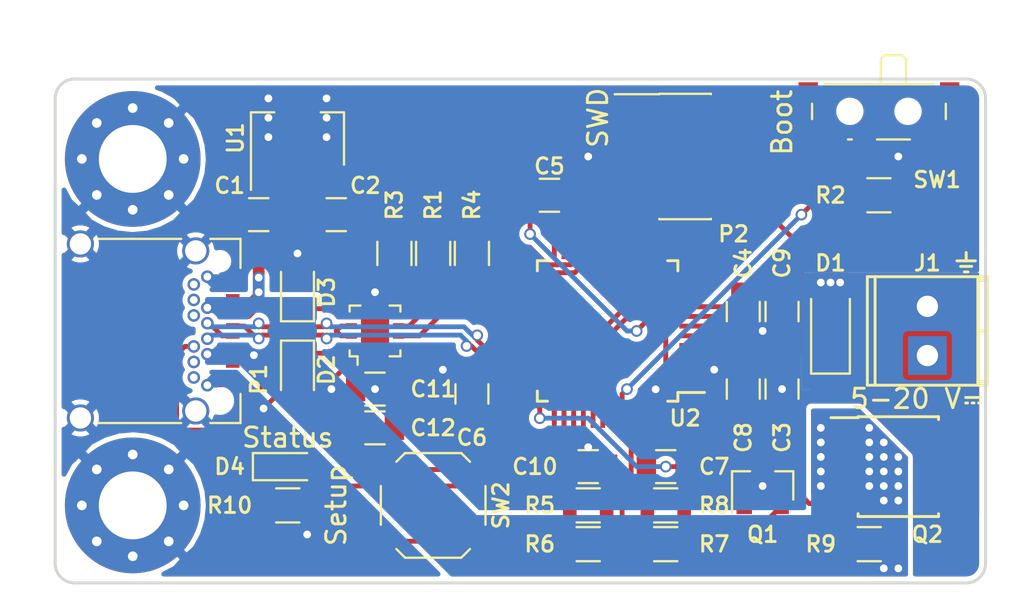
<source format=kicad_pcb>
(kicad_pcb (version 4) (host pcbnew 4.0.6)

  (general
    (links 120)
    (no_connects 1)
    (area 81.424999 56.924999 129.575001 83.075001)
    (thickness 1.6)
    (drawings 10)
    (tracks 422)
    (zones 0)
    (modules 38)
    (nets 64)
  )

  (page USLetter)
  (title_block
    (title "PD Buddy Sink")
    (rev 0.2)
  )

  (layers
    (0 F.Cu signal)
    (31 B.Cu signal)
    (32 B.Adhes user)
    (33 F.Adhes user)
    (34 B.Paste user)
    (35 F.Paste user)
    (36 B.SilkS user)
    (37 F.SilkS user)
    (38 B.Mask user)
    (39 F.Mask user)
    (40 Dwgs.User user)
    (41 Cmts.User user)
    (42 Eco1.User user)
    (43 Eco2.User user)
    (44 Edge.Cuts user)
    (45 Margin user)
    (46 B.CrtYd user)
    (47 F.CrtYd user)
    (48 B.Fab user)
    (49 F.Fab user)
  )

  (setup
    (last_trace_width 0.25)
    (trace_clearance 0.16)
    (zone_clearance 0.254)
    (zone_45_only no)
    (trace_min 0.2)
    (segment_width 0.2)
    (edge_width 0.15)
    (via_size 0.6)
    (via_drill 0.4)
    (via_min_size 0.4)
    (via_min_drill 0.3)
    (uvia_size 0.3)
    (uvia_drill 0.1)
    (uvias_allowed no)
    (uvia_min_size 0.2)
    (uvia_min_drill 0.1)
    (pcb_text_width 0.3)
    (pcb_text_size 1.5 1.5)
    (mod_edge_width 0.15)
    (mod_text_size 0.8 0.8)
    (mod_text_width 0.15)
    (pad_size 1.524 1.524)
    (pad_drill 0.762)
    (pad_to_mask_clearance 0.125)
    (aux_axis_origin 0 0)
    (grid_origin 90 70)
    (visible_elements FFFFFF7F)
    (pcbplotparams
      (layerselection 0x00030_80000001)
      (usegerberextensions false)
      (excludeedgelayer true)
      (linewidth 0.100000)
      (plotframeref false)
      (viasonmask false)
      (mode 1)
      (useauxorigin false)
      (hpglpennumber 1)
      (hpglpenspeed 20)
      (hpglpendiameter 15)
      (hpglpenoverlay 2)
      (psnegative false)
      (psa4output false)
      (plotreference true)
      (plotvalue true)
      (plotinvisibletext false)
      (padsonsilk false)
      (subtractmaskfromsilk false)
      (outputformat 1)
      (mirror false)
      (drillshape 1)
      (scaleselection 1)
      (outputdirectory ""))
  )

  (net 0 "")
  (net 1 VBUS)
  (net 2 GND)
  (net 3 +3V3)
  (net 4 /Microcontroller/nRST)
  (net 5 "/PD PHY/CC2")
  (net 6 "/PD PHY/CC1")
  (net 7 "Net-(P1-PadB8)")
  (net 8 "Net-(P1-PadB3)")
  (net 9 "Net-(P1-PadB10)")
  (net 10 "Net-(P1-PadB2)")
  (net 11 "Net-(P1-PadB11)")
  (net 12 "Net-(P1-PadA2)")
  (net 13 "Net-(P1-PadA3)")
  (net 14 "Net-(P1-PadA10)")
  (net 15 "Net-(P1-PadA8)")
  (net 16 "Net-(P1-PadA11)")
  (net 17 /Microcontroller/SWDIO)
  (net 18 /Microcontroller/SWCLK)
  (net 19 "Net-(P2-Pad6)")
  (net 20 "Net-(P2-Pad7)")
  (net 21 "Net-(P2-Pad8)")
  (net 22 "Net-(Q1-Pad1)")
  (net 23 /Microcontroller/INT_N)
  (net 24 /Microcontroller/SCL)
  (net 25 /Microcontroller/SDA)
  (net 26 "Net-(R5-Pad1)")
  (net 27 /Microcontroller/OUT_CTRL)
  (net 28 "Net-(U2-Pad2)")
  (net 29 "Net-(U2-Pad3)")
  (net 30 "Net-(U2-Pad4)")
  (net 31 "Net-(U2-Pad5)")
  (net 32 "Net-(U2-Pad6)")
  (net 33 "Net-(U2-Pad10)")
  (net 34 "Net-(U2-Pad11)")
  (net 35 "Net-(U2-Pad12)")
  (net 36 "Net-(U2-Pad13)")
  (net 37 "Net-(U2-Pad14)")
  (net 38 "Net-(U2-Pad15)")
  (net 39 "Net-(U2-Pad16)")
  (net 40 "Net-(U2-Pad17)")
  (net 41 "Net-(U2-Pad18)")
  (net 42 "Net-(U2-Pad19)")
  (net 43 "Net-(U2-Pad20)")
  (net 44 "Net-(U2-Pad26)")
  (net 45 "Net-(U2-Pad27)")
  (net 46 "Net-(U2-Pad28)")
  (net 47 "Net-(U2-Pad29)")
  (net 48 "Net-(U2-Pad30)")
  (net 49 "Net-(U2-Pad40)")
  (net 50 "Net-(U2-Pad46)")
  (net 51 VCONN)
  (net 52 "Net-(D4-Pad1)")
  (net 53 /Microcontroller/D+)
  (net 54 /Microcontroller/D-)
  (net 55 /Microcontroller/SETUP)
  (net 56 /Microcontroller/NOPWR)
  (net 57 "Net-(U2-Pad31)")
  (net 58 "Net-(U2-Pad41)")
  (net 59 "Net-(U2-Pad42)")
  (net 60 "Net-(U2-Pad43)")
  (net 61 "Net-(Q1-Pad3)")
  (net 62 /Output/OUT)
  (net 63 "Net-(R2-Pad2)")

  (net_class Default "This is the default net class."
    (clearance 0.16)
    (trace_width 0.25)
    (via_dia 0.6)
    (via_drill 0.4)
    (uvia_dia 0.3)
    (uvia_drill 0.1)
    (add_net +3V3)
    (add_net /Microcontroller/D+)
    (add_net /Microcontroller/D-)
    (add_net /Microcontroller/INT_N)
    (add_net /Microcontroller/NOPWR)
    (add_net /Microcontroller/OUT_CTRL)
    (add_net /Microcontroller/SCL)
    (add_net /Microcontroller/SDA)
    (add_net /Microcontroller/SETUP)
    (add_net /Microcontroller/SWCLK)
    (add_net /Microcontroller/SWDIO)
    (add_net /Microcontroller/nRST)
    (add_net /Output/OUT)
    (add_net "/PD PHY/CC1")
    (add_net "/PD PHY/CC2")
    (add_net GND)
    (add_net "Net-(D4-Pad1)")
    (add_net "Net-(P1-PadA10)")
    (add_net "Net-(P1-PadA11)")
    (add_net "Net-(P1-PadA2)")
    (add_net "Net-(P1-PadA3)")
    (add_net "Net-(P1-PadA8)")
    (add_net "Net-(P1-PadB10)")
    (add_net "Net-(P1-PadB11)")
    (add_net "Net-(P1-PadB2)")
    (add_net "Net-(P1-PadB3)")
    (add_net "Net-(P1-PadB8)")
    (add_net "Net-(P2-Pad6)")
    (add_net "Net-(P2-Pad7)")
    (add_net "Net-(P2-Pad8)")
    (add_net "Net-(Q1-Pad1)")
    (add_net "Net-(Q1-Pad3)")
    (add_net "Net-(R2-Pad2)")
    (add_net "Net-(R5-Pad1)")
    (add_net "Net-(U2-Pad10)")
    (add_net "Net-(U2-Pad11)")
    (add_net "Net-(U2-Pad12)")
    (add_net "Net-(U2-Pad13)")
    (add_net "Net-(U2-Pad14)")
    (add_net "Net-(U2-Pad15)")
    (add_net "Net-(U2-Pad16)")
    (add_net "Net-(U2-Pad17)")
    (add_net "Net-(U2-Pad18)")
    (add_net "Net-(U2-Pad19)")
    (add_net "Net-(U2-Pad2)")
    (add_net "Net-(U2-Pad20)")
    (add_net "Net-(U2-Pad26)")
    (add_net "Net-(U2-Pad27)")
    (add_net "Net-(U2-Pad28)")
    (add_net "Net-(U2-Pad29)")
    (add_net "Net-(U2-Pad3)")
    (add_net "Net-(U2-Pad30)")
    (add_net "Net-(U2-Pad31)")
    (add_net "Net-(U2-Pad4)")
    (add_net "Net-(U2-Pad40)")
    (add_net "Net-(U2-Pad41)")
    (add_net "Net-(U2-Pad42)")
    (add_net "Net-(U2-Pad43)")
    (add_net "Net-(U2-Pad46)")
    (add_net "Net-(U2-Pad5)")
    (add_net "Net-(U2-Pad6)")
    (add_net VCONN)
  )

  (net_class Power ""
    (clearance 0.16)
    (trace_width 1.5)
    (via_dia 0.6)
    (via_drill 0.4)
    (uvia_dia 0.3)
    (uvia_drill 0.1)
  )

  (net_class Power_Small ""
    (clearance 0.16)
    (trace_width 0.6)
    (via_dia 0.6)
    (via_drill 0.4)
    (uvia_dia 0.3)
    (uvia_drill 0.1)
    (add_net VBUS)
  )

  (module Mounting_Holes:MountingHole_3.5mm_Pad_Via (layer F.Cu) (tedit 58DEFF23) (tstamp 5892A5A3)
    (at 85.5 79 90)
    (descr "Mounting Hole 3.5mm")
    (tags "mounting hole 3.5mm")
    (path /5892BB4F)
    (fp_text reference MK1 (at 0 -4.5 90) (layer F.Fab)
      (effects (font (size 0.8 0.8) (thickness 0.15)))
    )
    (fp_text value 3.5mm (at 0 4.5 90) (layer F.Fab)
      (effects (font (size 1 1) (thickness 0.15)))
    )
    (fp_circle (center 0 0) (end 3.5 0) (layer Cmts.User) (width 0.15))
    (fp_circle (center 0 0) (end 3.75 0) (layer F.CrtYd) (width 0.05))
    (pad 1 thru_hole circle (at 0 0 90) (size 7 7) (drill 3.5) (layers *.Cu *.Mask)
      (net 2 GND))
    (pad "" thru_hole circle (at 2.625 0 90) (size 0.6 0.6) (drill 0.5) (layers *.Cu *.Mask))
    (pad "" thru_hole circle (at 1.856155 1.856155 90) (size 0.6 0.6) (drill 0.5) (layers *.Cu *.Mask))
    (pad "" thru_hole circle (at 0 2.625 90) (size 0.6 0.6) (drill 0.5) (layers *.Cu *.Mask))
    (pad "" thru_hole circle (at -1.856155 1.856155 90) (size 0.6 0.6) (drill 0.5) (layers *.Cu *.Mask))
    (pad "" thru_hole circle (at -2.625 0 90) (size 0.6 0.6) (drill 0.5) (layers *.Cu *.Mask))
    (pad "" thru_hole circle (at -1.856155 -1.856155 90) (size 0.6 0.6) (drill 0.5) (layers *.Cu *.Mask))
    (pad "" thru_hole circle (at 0 -2.625 90) (size 0.6 0.6) (drill 0.5) (layers *.Cu *.Mask))
    (pad "" thru_hole circle (at 1.856155 -1.856155 90) (size 0.6 0.6) (drill 0.5) (layers *.Cu *.Mask))
  )

  (module Mounting_Holes:MountingHole_3.5mm_Pad_Via (layer F.Cu) (tedit 58DEFF1F) (tstamp 5892A5B2)
    (at 85.5 61.125 90)
    (descr "Mounting Hole 3.5mm")
    (tags "mounting hole 3.5mm")
    (path /5892BC07)
    (fp_text reference MK2 (at 0 -4.5 90) (layer F.Fab)
      (effects (font (size 0.8 0.8) (thickness 0.15)))
    )
    (fp_text value 3.5mm (at 0 4.5 90) (layer F.Fab)
      (effects (font (size 1 1) (thickness 0.15)))
    )
    (fp_circle (center 0 0) (end 3.5 0) (layer Cmts.User) (width 0.15))
    (fp_circle (center 0 0) (end 3.75 0) (layer F.CrtYd) (width 0.05))
    (pad 1 thru_hole circle (at 0 0 90) (size 7 7) (drill 3.5) (layers *.Cu *.Mask)
      (net 2 GND))
    (pad "" thru_hole circle (at 2.625 0 90) (size 0.6 0.6) (drill 0.5) (layers *.Cu *.Mask))
    (pad "" thru_hole circle (at 1.856155 1.856155 90) (size 0.6 0.6) (drill 0.5) (layers *.Cu *.Mask))
    (pad "" thru_hole circle (at 0 2.625 90) (size 0.6 0.6) (drill 0.5) (layers *.Cu *.Mask))
    (pad "" thru_hole circle (at -1.856155 1.856155 90) (size 0.6 0.6) (drill 0.5) (layers *.Cu *.Mask))
    (pad "" thru_hole circle (at -2.625 0 90) (size 0.6 0.6) (drill 0.5) (layers *.Cu *.Mask))
    (pad "" thru_hole circle (at -1.856155 -1.856155 90) (size 0.6 0.6) (drill 0.5) (layers *.Cu *.Mask))
    (pad "" thru_hole circle (at 0 -2.625 90) (size 0.6 0.6) (drill 0.5) (layers *.Cu *.Mask))
    (pad "" thru_hole circle (at 1.856155 -1.856155 90) (size 0.6 0.6) (drill 0.5) (layers *.Cu *.Mask))
  )

  (module LEDs:LED_0805 (layer F.Cu) (tedit 58DEF95B) (tstamp 5892C0EA)
    (at 93.5 77)
    (descr "LED 0805 smd package")
    (tags "LED led 0805 SMD smd SMT smt smdled SMDLED smtled SMTLED")
    (path /588FD270/58931071)
    (attr smd)
    (fp_text reference D4 (at -3 0) (layer F.SilkS)
      (effects (font (size 0.8 0.8) (thickness 0.15)))
    )
    (fp_text value Status (at 0 -1.5) (layer F.SilkS)
      (effects (font (size 1 1) (thickness 0.15)))
    )
    (fp_line (start -1.8 -0.7) (end -1.8 0.7) (layer F.SilkS) (width 0.12))
    (fp_line (start -0.4 -0.4) (end -0.4 0.4) (layer F.Fab) (width 0.1))
    (fp_line (start -0.4 0) (end 0.2 -0.4) (layer F.Fab) (width 0.1))
    (fp_line (start 0.2 0.4) (end -0.4 0) (layer F.Fab) (width 0.1))
    (fp_line (start 0.2 -0.4) (end 0.2 0.4) (layer F.Fab) (width 0.1))
    (fp_line (start 1 0.6) (end -1 0.6) (layer F.Fab) (width 0.1))
    (fp_line (start 1 -0.6) (end 1 0.6) (layer F.Fab) (width 0.1))
    (fp_line (start -1 -0.6) (end 1 -0.6) (layer F.Fab) (width 0.1))
    (fp_line (start -1 0.6) (end -1 -0.6) (layer F.Fab) (width 0.1))
    (fp_line (start -1.8 0.7) (end 1 0.7) (layer F.SilkS) (width 0.12))
    (fp_line (start -1.8 -0.7) (end 1 -0.7) (layer F.SilkS) (width 0.12))
    (fp_line (start 1.95 -0.85) (end 1.95 0.85) (layer F.CrtYd) (width 0.05))
    (fp_line (start 1.95 0.85) (end -1.95 0.85) (layer F.CrtYd) (width 0.05))
    (fp_line (start -1.95 0.85) (end -1.95 -0.85) (layer F.CrtYd) (width 0.05))
    (fp_line (start -1.95 -0.85) (end 1.95 -0.85) (layer F.CrtYd) (width 0.05))
    (pad 2 smd rect (at 1.1 0 180) (size 1.2 1.2) (layers F.Cu F.Paste F.Mask)
      (net 56 /Microcontroller/NOPWR))
    (pad 1 smd rect (at -1.1 0 180) (size 1.2 1.2) (layers F.Cu F.Paste F.Mask)
      (net 52 "Net-(D4-Pad1)"))
    (model LEDs.3dshapes/LED_0805.wrl
      (at (xyz 0 0 0))
      (scale (xyz 1 1 1))
      (rotate (xyz 0 0 0))
    )
  )

  (module Buttons_Switches_SMD:SW_SPDT_PCM12 (layer F.Cu) (tedit 58DEF931) (tstamp 589266BE)
    (at 124 59 180)
    (descr "Ultraminiature Surface Mount Slide Switch")
    (path /588FD270/589013E6)
    (attr smd)
    (fp_text reference SW1 (at -3 -3.2 180) (layer F.SilkS)
      (effects (font (size 0.8 0.8) (thickness 0.15)))
    )
    (fp_text value Boot (at 5 -0.25 270) (layer F.SilkS)
      (effects (font (size 1 1) (thickness 0.15)))
    )
    (fp_text user %R (at 0 -3.2 180) (layer F.Fab)
      (effects (font (size 1 1) (thickness 0.15)))
    )
    (fp_line (start -1.4 1.65) (end -1.4 2.95) (layer F.Fab) (width 0.1))
    (fp_line (start -1.4 2.95) (end -1.2 3.15) (layer F.Fab) (width 0.1))
    (fp_line (start -1.2 3.15) (end -0.35 3.15) (layer F.Fab) (width 0.1))
    (fp_line (start -0.35 3.15) (end -0.15 2.95) (layer F.Fab) (width 0.1))
    (fp_line (start -0.15 2.95) (end -0.1 2.9) (layer F.Fab) (width 0.1))
    (fp_line (start -0.1 2.9) (end -0.1 1.6) (layer F.Fab) (width 0.1))
    (fp_line (start -3.35 -1) (end -3.35 1.6) (layer F.Fab) (width 0.1))
    (fp_line (start -3.35 1.6) (end 3.35 1.6) (layer F.Fab) (width 0.1))
    (fp_line (start 3.35 1.6) (end 3.35 -1) (layer F.Fab) (width 0.1))
    (fp_line (start 3.35 -1) (end -3.35 -1) (layer F.Fab) (width 0.1))
    (fp_line (start 1.4 -1.12) (end 1.6 -1.12) (layer F.SilkS) (width 0.12))
    (fp_line (start -4.4 -2.45) (end 4.4 -2.45) (layer F.CrtYd) (width 0.05))
    (fp_line (start 4.4 -2.45) (end 4.4 2.1) (layer F.CrtYd) (width 0.05))
    (fp_line (start 4.4 2.1) (end 1.65 2.1) (layer F.CrtYd) (width 0.05))
    (fp_line (start 1.65 2.1) (end 1.65 3.4) (layer F.CrtYd) (width 0.05))
    (fp_line (start 1.65 3.4) (end -1.65 3.4) (layer F.CrtYd) (width 0.05))
    (fp_line (start -1.65 3.4) (end -1.65 2.1) (layer F.CrtYd) (width 0.05))
    (fp_line (start -1.65 2.1) (end -4.4 2.1) (layer F.CrtYd) (width 0.05))
    (fp_line (start -4.4 2.1) (end -4.4 -2.45) (layer F.CrtYd) (width 0.05))
    (fp_line (start -1.4 3.02) (end -1.2 3.23) (layer F.SilkS) (width 0.12))
    (fp_line (start -0.1 3.02) (end -0.3 3.23) (layer F.SilkS) (width 0.12))
    (fp_line (start -1.4 1.73) (end -1.4 3.02) (layer F.SilkS) (width 0.12))
    (fp_line (start -1.2 3.23) (end -0.3 3.23) (layer F.SilkS) (width 0.12))
    (fp_line (start -0.1 3.02) (end -0.1 1.73) (layer F.SilkS) (width 0.12))
    (fp_line (start -2.85 1.73) (end 2.85 1.73) (layer F.SilkS) (width 0.12))
    (fp_line (start -1.6 -1.12) (end 0.1 -1.12) (layer F.SilkS) (width 0.12))
    (fp_line (start -3.45 -0.07) (end -3.45 0.72) (layer F.SilkS) (width 0.12))
    (fp_line (start 3.45 0.72) (end 3.45 -0.07) (layer F.SilkS) (width 0.12))
    (pad "" np_thru_hole circle (at -1.5 0.33 180) (size 0.9 0.9) (drill 0.9) (layers *.Cu *.Mask))
    (pad "" np_thru_hole circle (at 1.5 0.33 180) (size 0.9 0.9) (drill 0.9) (layers *.Cu *.Mask))
    (pad 1 smd rect (at -2.25 -1.43 180) (size 0.7 1.5) (layers F.Cu F.Paste F.Mask)
      (net 2 GND))
    (pad 2 smd rect (at 0.75 -1.43 180) (size 0.7 1.5) (layers F.Cu F.Paste F.Mask)
      (net 63 "Net-(R2-Pad2)"))
    (pad 3 smd rect (at 2.25 -1.43 180) (size 0.7 1.5) (layers F.Cu F.Paste F.Mask)
      (net 3 +3V3))
    (pad "" smd rect (at -3.65 1.43 180) (size 1 0.8) (layers F.Cu F.Paste F.Mask))
    (pad "" smd rect (at 3.65 1.43 180) (size 1 0.8) (layers F.Cu F.Paste F.Mask))
    (pad "" smd rect (at 3.65 -0.78 180) (size 1 0.8) (layers F.Cu F.Paste F.Mask))
    (pad "" smd rect (at -3.65 -0.78 180) (size 1 0.8) (layers F.Cu F.Paste F.Mask))
  )

  (module Housings_QFP:LQFP-48_7x7mm_Pitch0.5mm (layer F.Cu) (tedit 54130A77) (tstamp 58926732)
    (at 110 70 180)
    (descr "48 LEAD LQFP 7x7mm (see MICREL LQFP7x7-48LD-PL-1.pdf)")
    (tags "QFP 0.5")
    (path /588FD270/588FD426)
    (attr smd)
    (fp_text reference U2 (at -4 -4.5 180) (layer F.SilkS)
      (effects (font (size 0.8 0.8) (thickness 0.15)))
    )
    (fp_text value STM32F072CBTx (at 0 6 180) (layer F.Fab)
      (effects (font (size 1 1) (thickness 0.15)))
    )
    (fp_text user %R (at 0 0 180) (layer F.Fab)
      (effects (font (size 1 1) (thickness 0.15)))
    )
    (fp_line (start -2.5 -3.5) (end 3.5 -3.5) (layer F.Fab) (width 0.15))
    (fp_line (start 3.5 -3.5) (end 3.5 3.5) (layer F.Fab) (width 0.15))
    (fp_line (start 3.5 3.5) (end -3.5 3.5) (layer F.Fab) (width 0.15))
    (fp_line (start -3.5 3.5) (end -3.5 -2.5) (layer F.Fab) (width 0.15))
    (fp_line (start -3.5 -2.5) (end -2.5 -3.5) (layer F.Fab) (width 0.15))
    (fp_line (start -5.25 -5.25) (end -5.25 5.25) (layer F.CrtYd) (width 0.05))
    (fp_line (start 5.25 -5.25) (end 5.25 5.25) (layer F.CrtYd) (width 0.05))
    (fp_line (start -5.25 -5.25) (end 5.25 -5.25) (layer F.CrtYd) (width 0.05))
    (fp_line (start -5.25 5.25) (end 5.25 5.25) (layer F.CrtYd) (width 0.05))
    (fp_line (start -3.625 -3.625) (end -3.625 -3.175) (layer F.SilkS) (width 0.15))
    (fp_line (start 3.625 -3.625) (end 3.625 -3.1) (layer F.SilkS) (width 0.15))
    (fp_line (start 3.625 3.625) (end 3.625 3.1) (layer F.SilkS) (width 0.15))
    (fp_line (start -3.625 3.625) (end -3.625 3.1) (layer F.SilkS) (width 0.15))
    (fp_line (start -3.625 -3.625) (end -3.1 -3.625) (layer F.SilkS) (width 0.15))
    (fp_line (start -3.625 3.625) (end -3.1 3.625) (layer F.SilkS) (width 0.15))
    (fp_line (start 3.625 3.625) (end 3.1 3.625) (layer F.SilkS) (width 0.15))
    (fp_line (start 3.625 -3.625) (end 3.1 -3.625) (layer F.SilkS) (width 0.15))
    (fp_line (start -3.625 -3.175) (end -5 -3.175) (layer F.SilkS) (width 0.15))
    (pad 1 smd rect (at -4.35 -2.75 180) (size 1.3 0.25) (layers F.Cu F.Paste F.Mask)
      (net 3 +3V3))
    (pad 2 smd rect (at -4.35 -2.25 180) (size 1.3 0.25) (layers F.Cu F.Paste F.Mask)
      (net 28 "Net-(U2-Pad2)"))
    (pad 3 smd rect (at -4.35 -1.75 180) (size 1.3 0.25) (layers F.Cu F.Paste F.Mask)
      (net 29 "Net-(U2-Pad3)"))
    (pad 4 smd rect (at -4.35 -1.25 180) (size 1.3 0.25) (layers F.Cu F.Paste F.Mask)
      (net 30 "Net-(U2-Pad4)"))
    (pad 5 smd rect (at -4.35 -0.75 180) (size 1.3 0.25) (layers F.Cu F.Paste F.Mask)
      (net 31 "Net-(U2-Pad5)"))
    (pad 6 smd rect (at -4.35 -0.25 180) (size 1.3 0.25) (layers F.Cu F.Paste F.Mask)
      (net 32 "Net-(U2-Pad6)"))
    (pad 7 smd rect (at -4.35 0.25 180) (size 1.3 0.25) (layers F.Cu F.Paste F.Mask)
      (net 4 /Microcontroller/nRST))
    (pad 8 smd rect (at -4.35 0.75 180) (size 1.3 0.25) (layers F.Cu F.Paste F.Mask)
      (net 2 GND))
    (pad 9 smd rect (at -4.35 1.25 180) (size 1.3 0.25) (layers F.Cu F.Paste F.Mask)
      (net 3 +3V3))
    (pad 10 smd rect (at -4.35 1.75 180) (size 1.3 0.25) (layers F.Cu F.Paste F.Mask)
      (net 33 "Net-(U2-Pad10)"))
    (pad 11 smd rect (at -4.35 2.25 180) (size 1.3 0.25) (layers F.Cu F.Paste F.Mask)
      (net 34 "Net-(U2-Pad11)"))
    (pad 12 smd rect (at -4.35 2.75 180) (size 1.3 0.25) (layers F.Cu F.Paste F.Mask)
      (net 35 "Net-(U2-Pad12)"))
    (pad 13 smd rect (at -2.75 4.35 270) (size 1.3 0.25) (layers F.Cu F.Paste F.Mask)
      (net 36 "Net-(U2-Pad13)"))
    (pad 14 smd rect (at -2.25 4.35 270) (size 1.3 0.25) (layers F.Cu F.Paste F.Mask)
      (net 37 "Net-(U2-Pad14)"))
    (pad 15 smd rect (at -1.75 4.35 270) (size 1.3 0.25) (layers F.Cu F.Paste F.Mask)
      (net 38 "Net-(U2-Pad15)"))
    (pad 16 smd rect (at -1.25 4.35 270) (size 1.3 0.25) (layers F.Cu F.Paste F.Mask)
      (net 39 "Net-(U2-Pad16)"))
    (pad 17 smd rect (at -0.75 4.35 270) (size 1.3 0.25) (layers F.Cu F.Paste F.Mask)
      (net 40 "Net-(U2-Pad17)"))
    (pad 18 smd rect (at -0.25 4.35 270) (size 1.3 0.25) (layers F.Cu F.Paste F.Mask)
      (net 41 "Net-(U2-Pad18)"))
    (pad 19 smd rect (at 0.25 4.35 270) (size 1.3 0.25) (layers F.Cu F.Paste F.Mask)
      (net 42 "Net-(U2-Pad19)"))
    (pad 20 smd rect (at 0.75 4.35 270) (size 1.3 0.25) (layers F.Cu F.Paste F.Mask)
      (net 43 "Net-(U2-Pad20)"))
    (pad 21 smd rect (at 1.25 4.35 270) (size 1.3 0.25) (layers F.Cu F.Paste F.Mask)
      (net 24 /Microcontroller/SCL))
    (pad 22 smd rect (at 1.75 4.35 270) (size 1.3 0.25) (layers F.Cu F.Paste F.Mask)
      (net 25 /Microcontroller/SDA))
    (pad 23 smd rect (at 2.25 4.35 270) (size 1.3 0.25) (layers F.Cu F.Paste F.Mask)
      (net 2 GND))
    (pad 24 smd rect (at 2.75 4.35 270) (size 1.3 0.25) (layers F.Cu F.Paste F.Mask)
      (net 3 +3V3))
    (pad 25 smd rect (at 4.35 2.75 180) (size 1.3 0.25) (layers F.Cu F.Paste F.Mask)
      (net 23 /Microcontroller/INT_N))
    (pad 26 smd rect (at 4.35 2.25 180) (size 1.3 0.25) (layers F.Cu F.Paste F.Mask)
      (net 44 "Net-(U2-Pad26)"))
    (pad 27 smd rect (at 4.35 1.75 180) (size 1.3 0.25) (layers F.Cu F.Paste F.Mask)
      (net 45 "Net-(U2-Pad27)"))
    (pad 28 smd rect (at 4.35 1.25 180) (size 1.3 0.25) (layers F.Cu F.Paste F.Mask)
      (net 46 "Net-(U2-Pad28)"))
    (pad 29 smd rect (at 4.35 0.75 180) (size 1.3 0.25) (layers F.Cu F.Paste F.Mask)
      (net 47 "Net-(U2-Pad29)"))
    (pad 30 smd rect (at 4.35 0.25 180) (size 1.3 0.25) (layers F.Cu F.Paste F.Mask)
      (net 48 "Net-(U2-Pad30)"))
    (pad 31 smd rect (at 4.35 -0.25 180) (size 1.3 0.25) (layers F.Cu F.Paste F.Mask)
      (net 57 "Net-(U2-Pad31)"))
    (pad 32 smd rect (at 4.35 -0.75 180) (size 1.3 0.25) (layers F.Cu F.Paste F.Mask)
      (net 54 /Microcontroller/D-))
    (pad 33 smd rect (at 4.35 -1.25 180) (size 1.3 0.25) (layers F.Cu F.Paste F.Mask)
      (net 53 /Microcontroller/D+))
    (pad 34 smd rect (at 4.35 -1.75 180) (size 1.3 0.25) (layers F.Cu F.Paste F.Mask)
      (net 17 /Microcontroller/SWDIO))
    (pad 35 smd rect (at 4.35 -2.25 180) (size 1.3 0.25) (layers F.Cu F.Paste F.Mask)
      (net 2 GND))
    (pad 36 smd rect (at 4.35 -2.75 180) (size 1.3 0.25) (layers F.Cu F.Paste F.Mask)
      (net 3 +3V3))
    (pad 37 smd rect (at 2.75 -4.35 270) (size 1.3 0.25) (layers F.Cu F.Paste F.Mask)
      (net 18 /Microcontroller/SWCLK))
    (pad 38 smd rect (at 2.25 -4.35 270) (size 1.3 0.25) (layers F.Cu F.Paste F.Mask)
      (net 56 /Microcontroller/NOPWR))
    (pad 39 smd rect (at 1.75 -4.35 270) (size 1.3 0.25) (layers F.Cu F.Paste F.Mask)
      (net 55 /Microcontroller/SETUP))
    (pad 40 smd rect (at 1.25 -4.35 270) (size 1.3 0.25) (layers F.Cu F.Paste F.Mask)
      (net 49 "Net-(U2-Pad40)"))
    (pad 41 smd rect (at 0.75 -4.35 270) (size 1.3 0.25) (layers F.Cu F.Paste F.Mask)
      (net 58 "Net-(U2-Pad41)"))
    (pad 42 smd rect (at 0.25 -4.35 270) (size 1.3 0.25) (layers F.Cu F.Paste F.Mask)
      (net 59 "Net-(U2-Pad42)"))
    (pad 43 smd rect (at -0.25 -4.35 270) (size 1.3 0.25) (layers F.Cu F.Paste F.Mask)
      (net 60 "Net-(U2-Pad43)"))
    (pad 44 smd rect (at -0.75 -4.35 270) (size 1.3 0.25) (layers F.Cu F.Paste F.Mask)
      (net 63 "Net-(R2-Pad2)"))
    (pad 45 smd rect (at -1.25 -4.35 270) (size 1.3 0.25) (layers F.Cu F.Paste F.Mask)
      (net 27 /Microcontroller/OUT_CTRL))
    (pad 46 smd rect (at -1.75 -4.35 270) (size 1.3 0.25) (layers F.Cu F.Paste F.Mask)
      (net 50 "Net-(U2-Pad46)"))
    (pad 47 smd rect (at -2.25 -4.35 270) (size 1.3 0.25) (layers F.Cu F.Paste F.Mask)
      (net 2 GND))
    (pad 48 smd rect (at -2.75 -4.35 270) (size 1.3 0.25) (layers F.Cu F.Paste F.Mask)
      (net 3 +3V3))
    (model Housings_QFP.3dshapes/LQFP-48_7x7mm_Pitch0.5mm.wrl
      (at (xyz 0 0 0))
      (scale (xyz 1 1 1))
      (rotate (xyz 0 0 0))
    )
  )

  (module Connectors_Terminal_Blocks:TerminalBlock_Pheonix_MPT-2.54mm_2pol (layer F.Cu) (tedit 58DEF94C) (tstamp 58926570)
    (at 126.5 71.27 90)
    (descr "2-way 2.54mm pitch terminal block, Phoenix MPT series")
    (path /588FA3A4/588FA688)
    (fp_text reference J1 (at 4.77 0 180) (layer F.SilkS)
      (effects (font (size 0.8 0.8) (thickness 0.15)))
    )
    (fp_text value "5-20 V⎓" (at -2.23 -0.5 180) (layer F.SilkS)
      (effects (font (size 1 1) (thickness 0.15)))
    )
    (fp_line (start -1.7 -3.3) (end 4.3 -3.3) (layer F.CrtYd) (width 0.05))
    (fp_line (start -1.7 3.3) (end -1.7 -3.3) (layer F.CrtYd) (width 0.05))
    (fp_line (start 4.3 3.3) (end -1.7 3.3) (layer F.CrtYd) (width 0.05))
    (fp_line (start 4.3 -3.3) (end 4.3 3.3) (layer F.CrtYd) (width 0.05))
    (fp_line (start 4.06908 2.60096) (end -1.52908 2.60096) (layer F.SilkS) (width 0.15))
    (fp_line (start -1.33096 3.0988) (end -1.33096 2.60096) (layer F.SilkS) (width 0.15))
    (fp_line (start 3.87096 2.60096) (end 3.87096 3.0988) (layer F.SilkS) (width 0.15))
    (fp_line (start 1.27 3.0988) (end 1.27 2.60096) (layer F.SilkS) (width 0.15))
    (fp_line (start -1.52908 -2.70002) (end 4.06908 -2.70002) (layer F.SilkS) (width 0.15))
    (fp_line (start -1.52908 3.0988) (end 4.06908 3.0988) (layer F.SilkS) (width 0.15))
    (fp_line (start 4.06908 3.0988) (end 4.06908 -3.0988) (layer F.SilkS) (width 0.15))
    (fp_line (start 4.06908 -3.0988) (end -1.52908 -3.0988) (layer F.SilkS) (width 0.15))
    (fp_line (start -1.52908 -3.0988) (end -1.52908 3.0988) (layer F.SilkS) (width 0.15))
    (pad 2 thru_hole oval (at 2.54 0 90) (size 1.99898 1.99898) (drill 1.09728) (layers *.Cu *.Mask)
      (net 2 GND))
    (pad 1 thru_hole rect (at 0 0 90) (size 1.99898 1.99898) (drill 1.09728) (layers *.Cu *.Mask)
      (net 62 /Output/OUT))
    (model Terminal_Blocks.3dshapes/TerminalBlock_Pheonix_MPT-2.54mm_2pol.wrl
      (at (xyz 0.05 0 0))
      (scale (xyz 1 1 1))
      (rotate (xyz 0 0 0))
    )
  )

  (module Housings_SOIC:SOIC-8_3.9x4.9mm_Pitch1.27mm (layer F.Cu) (tedit 58CD0CDA) (tstamp 5892660D)
    (at 125 77)
    (descr "8-Lead Plastic Small Outline (SN) - Narrow, 3.90 mm Body [SOIC] (see Microchip Packaging Specification 00000049BS.pdf)")
    (tags "SOIC 1.27")
    (path /588FA3A4/588FA570)
    (attr smd)
    (fp_text reference Q2 (at 1.5 3.5) (layer F.SilkS)
      (effects (font (size 0.8 0.8) (thickness 0.15)))
    )
    (fp_text value DMP4015SSS (at 0 3.5) (layer F.Fab)
      (effects (font (size 1 1) (thickness 0.15)))
    )
    (fp_text user %R (at 0 0) (layer F.Fab)
      (effects (font (size 1 1) (thickness 0.15)))
    )
    (fp_line (start -0.95 -2.45) (end 1.95 -2.45) (layer F.Fab) (width 0.1))
    (fp_line (start 1.95 -2.45) (end 1.95 2.45) (layer F.Fab) (width 0.1))
    (fp_line (start 1.95 2.45) (end -1.95 2.45) (layer F.Fab) (width 0.1))
    (fp_line (start -1.95 2.45) (end -1.95 -1.45) (layer F.Fab) (width 0.1))
    (fp_line (start -1.95 -1.45) (end -0.95 -2.45) (layer F.Fab) (width 0.1))
    (fp_line (start -3.73 -2.7) (end -3.73 2.7) (layer F.CrtYd) (width 0.05))
    (fp_line (start 3.73 -2.7) (end 3.73 2.7) (layer F.CrtYd) (width 0.05))
    (fp_line (start -3.73 -2.7) (end 3.73 -2.7) (layer F.CrtYd) (width 0.05))
    (fp_line (start -3.73 2.7) (end 3.73 2.7) (layer F.CrtYd) (width 0.05))
    (fp_line (start -2.075 -2.575) (end -2.075 -2.525) (layer F.SilkS) (width 0.15))
    (fp_line (start 2.075 -2.575) (end 2.075 -2.43) (layer F.SilkS) (width 0.15))
    (fp_line (start 2.075 2.575) (end 2.075 2.43) (layer F.SilkS) (width 0.15))
    (fp_line (start -2.075 2.575) (end -2.075 2.43) (layer F.SilkS) (width 0.15))
    (fp_line (start -2.075 -2.575) (end 2.075 -2.575) (layer F.SilkS) (width 0.15))
    (fp_line (start -2.075 2.575) (end 2.075 2.575) (layer F.SilkS) (width 0.15))
    (fp_line (start -2.075 -2.525) (end -3.475 -2.525) (layer F.SilkS) (width 0.15))
    (pad 1 smd rect (at -2.7 -1.905) (size 1.55 0.6) (layers F.Cu F.Paste F.Mask)
      (net 1 VBUS))
    (pad 2 smd rect (at -2.7 -0.635) (size 1.55 0.6) (layers F.Cu F.Paste F.Mask)
      (net 1 VBUS))
    (pad 3 smd rect (at -2.7 0.635) (size 1.55 0.6) (layers F.Cu F.Paste F.Mask)
      (net 1 VBUS))
    (pad 4 smd rect (at -2.7 1.905) (size 1.55 0.6) (layers F.Cu F.Paste F.Mask)
      (net 61 "Net-(Q1-Pad3)"))
    (pad 5 smd rect (at 2.7 1.905) (size 1.55 0.6) (layers F.Cu F.Paste F.Mask)
      (net 62 /Output/OUT))
    (pad 6 smd rect (at 2.7 0.635) (size 1.55 0.6) (layers F.Cu F.Paste F.Mask)
      (net 62 /Output/OUT))
    (pad 7 smd rect (at 2.7 -0.635) (size 1.55 0.6) (layers F.Cu F.Paste F.Mask)
      (net 62 /Output/OUT))
    (pad 8 smd rect (at 2.7 -1.905) (size 1.55 0.6) (layers F.Cu F.Paste F.Mask)
      (net 62 /Output/OUT))
    (model Housings_SOIC.3dshapes/SOIC-8_3.9x4.9mm_Pitch1.27mm.wrl
      (at (xyz 0 0 0))
      (scale (xyz 1 1 1))
      (rotate (xyz 0 0 0))
    )
  )

  (module TO_SOT_Packages_SMD:SOT-23 (layer F.Cu) (tedit 58CE4E7E) (tstamp 589265F1)
    (at 118 78 90)
    (descr "SOT-23, Standard")
    (tags SOT-23)
    (path /588FA3A4/588FA577)
    (attr smd)
    (fp_text reference Q1 (at -2.5 0 180) (layer F.SilkS)
      (effects (font (size 0.8 0.8) (thickness 0.15)))
    )
    (fp_text value MMBT2222ALT1G (at 0 2.5 90) (layer F.Fab)
      (effects (font (size 1 1) (thickness 0.15)))
    )
    (fp_text user %R (at 0 0 90) (layer F.Fab)
      (effects (font (size 0.5 0.5) (thickness 0.075)))
    )
    (fp_line (start -0.7 -0.95) (end -0.7 1.5) (layer F.Fab) (width 0.1))
    (fp_line (start -0.15 -1.52) (end 0.7 -1.52) (layer F.Fab) (width 0.1))
    (fp_line (start -0.7 -0.95) (end -0.15 -1.52) (layer F.Fab) (width 0.1))
    (fp_line (start 0.7 -1.52) (end 0.7 1.52) (layer F.Fab) (width 0.1))
    (fp_line (start -0.7 1.52) (end 0.7 1.52) (layer F.Fab) (width 0.1))
    (fp_line (start 0.76 1.58) (end 0.76 0.65) (layer F.SilkS) (width 0.12))
    (fp_line (start 0.76 -1.58) (end 0.76 -0.65) (layer F.SilkS) (width 0.12))
    (fp_line (start -1.7 -1.75) (end 1.7 -1.75) (layer F.CrtYd) (width 0.05))
    (fp_line (start 1.7 -1.75) (end 1.7 1.75) (layer F.CrtYd) (width 0.05))
    (fp_line (start 1.7 1.75) (end -1.7 1.75) (layer F.CrtYd) (width 0.05))
    (fp_line (start -1.7 1.75) (end -1.7 -1.75) (layer F.CrtYd) (width 0.05))
    (fp_line (start 0.76 -1.58) (end -1.4 -1.58) (layer F.SilkS) (width 0.12))
    (fp_line (start 0.76 1.58) (end -0.7 1.58) (layer F.SilkS) (width 0.12))
    (pad 1 smd rect (at -1 -0.95 90) (size 0.9 0.8) (layers F.Cu F.Paste F.Mask)
      (net 22 "Net-(Q1-Pad1)"))
    (pad 2 smd rect (at -1 0.95 90) (size 0.9 0.8) (layers F.Cu F.Paste F.Mask)
      (net 2 GND))
    (pad 3 smd rect (at 1 0 90) (size 0.9 0.8) (layers F.Cu F.Paste F.Mask)
      (net 61 "Net-(Q1-Pad3)"))
    (model ${KISYS3DMOD}/TO_SOT_Packages_SMD.3dshapes/SOT-23.wrl
      (at (xyz 0 0 0))
      (scale (xyz 1 1 1))
      (rotate (xyz 0 0 90))
    )
  )

  (module Diodes_SMD:D_SOD-323 (layer F.Cu) (tedit 58641739) (tstamp 58926546)
    (at 94 72 270)
    (descr SOD-323)
    (tags SOD-323)
    (path /588FB1D7/588FB3E3)
    (attr smd)
    (fp_text reference D2 (at 0 -1.5 270) (layer F.SilkS)
      (effects (font (size 0.8 0.8) (thickness 0.15)))
    )
    (fp_text value CZRF52C5V6 (at 0.1 1.9 270) (layer F.Fab)
      (effects (font (size 1 1) (thickness 0.15)))
    )
    (fp_line (start -1.5 -0.85) (end -1.5 0.85) (layer F.SilkS) (width 0.12))
    (fp_line (start 0.2 0) (end 0.45 0) (layer F.Fab) (width 0.1))
    (fp_line (start 0.2 0.35) (end -0.3 0) (layer F.Fab) (width 0.1))
    (fp_line (start 0.2 -0.35) (end 0.2 0.35) (layer F.Fab) (width 0.1))
    (fp_line (start -0.3 0) (end 0.2 -0.35) (layer F.Fab) (width 0.1))
    (fp_line (start -0.3 0) (end -0.5 0) (layer F.Fab) (width 0.1))
    (fp_line (start -0.3 -0.35) (end -0.3 0.35) (layer F.Fab) (width 0.1))
    (fp_line (start -0.9 0.7) (end -0.9 -0.7) (layer F.Fab) (width 0.1))
    (fp_line (start 0.9 0.7) (end -0.9 0.7) (layer F.Fab) (width 0.1))
    (fp_line (start 0.9 -0.7) (end 0.9 0.7) (layer F.Fab) (width 0.1))
    (fp_line (start -0.9 -0.7) (end 0.9 -0.7) (layer F.Fab) (width 0.1))
    (fp_line (start -1.6 -0.95) (end 1.6 -0.95) (layer F.CrtYd) (width 0.05))
    (fp_line (start 1.6 -0.95) (end 1.6 0.95) (layer F.CrtYd) (width 0.05))
    (fp_line (start -1.6 0.95) (end 1.6 0.95) (layer F.CrtYd) (width 0.05))
    (fp_line (start -1.6 -0.95) (end -1.6 0.95) (layer F.CrtYd) (width 0.05))
    (fp_line (start -1.5 0.85) (end 1.05 0.85) (layer F.SilkS) (width 0.12))
    (fp_line (start -1.5 -0.85) (end 1.05 -0.85) (layer F.SilkS) (width 0.12))
    (pad 1 smd rect (at -1.05 0 270) (size 0.6 0.45) (layers F.Cu F.Paste F.Mask)
      (net 5 "/PD PHY/CC2"))
    (pad 2 smd rect (at 1.05 0 270) (size 0.6 0.45) (layers F.Cu F.Paste F.Mask)
      (net 2 GND))
    (model Diodes_SMD.3dshapes/D_SOD-323.wrl
      (at (xyz 0 0 0))
      (scale (xyz 1 1 1))
      (rotate (xyz 0 0 180))
    )
  )

  (module Diodes_SMD:D_SOD-323 (layer F.Cu) (tedit 58641739) (tstamp 5892655D)
    (at 94 68 90)
    (descr SOD-323)
    (tags SOD-323)
    (path /588FB1D7/588FB500)
    (attr smd)
    (fp_text reference D3 (at 0 1.5 90) (layer F.SilkS)
      (effects (font (size 0.8 0.8) (thickness 0.15)))
    )
    (fp_text value CZRF52C5V6 (at 0.1 1.9 90) (layer F.Fab)
      (effects (font (size 1 1) (thickness 0.15)))
    )
    (fp_line (start -1.5 -0.85) (end -1.5 0.85) (layer F.SilkS) (width 0.12))
    (fp_line (start 0.2 0) (end 0.45 0) (layer F.Fab) (width 0.1))
    (fp_line (start 0.2 0.35) (end -0.3 0) (layer F.Fab) (width 0.1))
    (fp_line (start 0.2 -0.35) (end 0.2 0.35) (layer F.Fab) (width 0.1))
    (fp_line (start -0.3 0) (end 0.2 -0.35) (layer F.Fab) (width 0.1))
    (fp_line (start -0.3 0) (end -0.5 0) (layer F.Fab) (width 0.1))
    (fp_line (start -0.3 -0.35) (end -0.3 0.35) (layer F.Fab) (width 0.1))
    (fp_line (start -0.9 0.7) (end -0.9 -0.7) (layer F.Fab) (width 0.1))
    (fp_line (start 0.9 0.7) (end -0.9 0.7) (layer F.Fab) (width 0.1))
    (fp_line (start 0.9 -0.7) (end 0.9 0.7) (layer F.Fab) (width 0.1))
    (fp_line (start -0.9 -0.7) (end 0.9 -0.7) (layer F.Fab) (width 0.1))
    (fp_line (start -1.6 -0.95) (end 1.6 -0.95) (layer F.CrtYd) (width 0.05))
    (fp_line (start 1.6 -0.95) (end 1.6 0.95) (layer F.CrtYd) (width 0.05))
    (fp_line (start -1.6 0.95) (end 1.6 0.95) (layer F.CrtYd) (width 0.05))
    (fp_line (start -1.6 -0.95) (end -1.6 0.95) (layer F.CrtYd) (width 0.05))
    (fp_line (start -1.5 0.85) (end 1.05 0.85) (layer F.SilkS) (width 0.12))
    (fp_line (start -1.5 -0.85) (end 1.05 -0.85) (layer F.SilkS) (width 0.12))
    (pad 1 smd rect (at -1.05 0 90) (size 0.6 0.45) (layers F.Cu F.Paste F.Mask)
      (net 6 "/PD PHY/CC1"))
    (pad 2 smd rect (at 1.05 0 90) (size 0.6 0.45) (layers F.Cu F.Paste F.Mask)
      (net 2 GND))
    (model Diodes_SMD.3dshapes/D_SOD-323.wrl
      (at (xyz 0 0 0))
      (scale (xyz 1 1 1))
      (rotate (xyz 0 0 180))
    )
  )

  (module TO_SOT_Packages_SMD:SOT89-3_Housing (layer F.Cu) (tedit 58CE4E7F) (tstamp 589266EB)
    (at 94 60.5 90)
    (descr "SOT89-3, Housing,")
    (tags "SOT89-3 Housing ")
    (path /588F9A21/588FA408)
    (attr smd)
    (fp_text reference U1 (at 0.45 -3.2 90) (layer F.SilkS)
      (effects (font (size 0.8 0.8) (thickness 0.15)))
    )
    (fp_text value AP2204R-3.3TRG1 (at 0.45 3.25 90) (layer F.Fab)
      (effects (font (size 1 1) (thickness 0.15)))
    )
    (fp_text user %R (at 0.38 0 90) (layer F.Fab)
      (effects (font (size 0.6 0.6) (thickness 0.09)))
    )
    (fp_line (start 1.78 1.2) (end 1.78 2.4) (layer F.SilkS) (width 0.12))
    (fp_line (start 1.78 2.4) (end -0.92 2.4) (layer F.SilkS) (width 0.12))
    (fp_line (start -2.22 -2.4) (end 1.78 -2.4) (layer F.SilkS) (width 0.12))
    (fp_line (start 1.78 -2.4) (end 1.78 -1.2) (layer F.SilkS) (width 0.12))
    (fp_line (start -0.92 -1.51) (end -0.13 -2.3) (layer F.Fab) (width 0.1))
    (fp_line (start 1.68 -2.3) (end 1.68 2.3) (layer F.Fab) (width 0.1))
    (fp_line (start 1.68 2.3) (end -0.92 2.3) (layer F.Fab) (width 0.1))
    (fp_line (start -0.92 2.3) (end -0.92 -1.51) (layer F.Fab) (width 0.1))
    (fp_line (start -0.13 -2.3) (end 1.68 -2.3) (layer F.Fab) (width 0.1))
    (fp_line (start 3.23 -2.55) (end 3.23 2.55) (layer F.CrtYd) (width 0.05))
    (fp_line (start 3.23 -2.55) (end -2.48 -2.55) (layer F.CrtYd) (width 0.05))
    (fp_line (start -2.48 2.55) (end 3.23 2.55) (layer F.CrtYd) (width 0.05))
    (fp_line (start -2.48 2.55) (end -2.48 -2.55) (layer F.CrtYd) (width 0.05))
    (pad 1 smd rect (at -1.48 -1.5) (size 1 1.5) (layers F.Cu F.Paste F.Mask)
      (net 1 VBUS))
    (pad 2 smd rect (at -1.48 0) (size 1 1.5) (layers F.Cu F.Paste F.Mask)
      (net 2 GND))
    (pad 3 smd rect (at -1.48 1.5) (size 1 1.5) (layers F.Cu F.Paste F.Mask)
      (net 3 +3V3))
    (pad 2 smd rect (at 1.48 0) (size 2 3) (layers F.Cu F.Paste F.Mask)
      (net 2 GND))
    (pad 2 smd trapezoid (at -0.37 0 180) (size 1.5 0.75) (rect_delta 0 0.5 ) (layers F.Cu F.Paste F.Mask)
      (net 2 GND))
    (model ${KISYS3DMOD}/TO_SOT_Packages_SMD.3dshapes/SOT89-3_Housing.wrl
      (at (xyz 0.02 0 0))
      (scale (xyz 0.39 0.39 0.39))
      (rotate (xyz 0 0 90))
    )
  )

  (module Pin_Headers:Pin_Header_Straight_2x05_Pitch1.27mm_SMD (layer F.Cu) (tedit 58DEF920) (tstamp 589265DD)
    (at 114 61)
    (descr "surface-mounted straight pin header, 2x05, 1.27mm pitch, double rows")
    (tags "Surface mounted pin header SMD 2x05 1.27mm double row")
    (path /588FD270/5892D0FE)
    (attr smd)
    (fp_text reference P2 (at 2.5 4) (layer F.SilkS)
      (effects (font (size 0.8 0.8) (thickness 0.15)))
    )
    (fp_text value SWD (at -4.5 -2 90) (layer F.SilkS)
      (effects (font (size 1 1) (thickness 0.15)))
    )
    (fp_line (start -1.27 -3.175) (end -1.27 3.175) (layer F.Fab) (width 0.1))
    (fp_line (start -1.27 3.175) (end 1.27 3.175) (layer F.Fab) (width 0.1))
    (fp_line (start 1.27 3.175) (end 1.27 -3.175) (layer F.Fab) (width 0.1))
    (fp_line (start 1.27 -3.175) (end -1.27 -3.175) (layer F.Fab) (width 0.1))
    (fp_line (start -1.27 -2.74) (end -1.27 -2.34) (layer F.Fab) (width 0.1))
    (fp_line (start -1.27 -2.34) (end -2.555 -2.34) (layer F.Fab) (width 0.1))
    (fp_line (start -2.555 -2.34) (end -2.555 -2.74) (layer F.Fab) (width 0.1))
    (fp_line (start -2.555 -2.74) (end -1.27 -2.74) (layer F.Fab) (width 0.1))
    (fp_line (start 1.27 -2.74) (end 1.27 -2.34) (layer F.Fab) (width 0.1))
    (fp_line (start 1.27 -2.34) (end 2.555 -2.34) (layer F.Fab) (width 0.1))
    (fp_line (start 2.555 -2.34) (end 2.555 -2.74) (layer F.Fab) (width 0.1))
    (fp_line (start 2.555 -2.74) (end 1.27 -2.74) (layer F.Fab) (width 0.1))
    (fp_line (start -1.27 -1.47) (end -1.27 -1.07) (layer F.Fab) (width 0.1))
    (fp_line (start -1.27 -1.07) (end -2.555 -1.07) (layer F.Fab) (width 0.1))
    (fp_line (start -2.555 -1.07) (end -2.555 -1.47) (layer F.Fab) (width 0.1))
    (fp_line (start -2.555 -1.47) (end -1.27 -1.47) (layer F.Fab) (width 0.1))
    (fp_line (start 1.27 -1.47) (end 1.27 -1.07) (layer F.Fab) (width 0.1))
    (fp_line (start 1.27 -1.07) (end 2.555 -1.07) (layer F.Fab) (width 0.1))
    (fp_line (start 2.555 -1.07) (end 2.555 -1.47) (layer F.Fab) (width 0.1))
    (fp_line (start 2.555 -1.47) (end 1.27 -1.47) (layer F.Fab) (width 0.1))
    (fp_line (start -1.27 -0.2) (end -1.27 0.2) (layer F.Fab) (width 0.1))
    (fp_line (start -1.27 0.2) (end -2.555 0.2) (layer F.Fab) (width 0.1))
    (fp_line (start -2.555 0.2) (end -2.555 -0.2) (layer F.Fab) (width 0.1))
    (fp_line (start -2.555 -0.2) (end -1.27 -0.2) (layer F.Fab) (width 0.1))
    (fp_line (start 1.27 -0.2) (end 1.27 0.2) (layer F.Fab) (width 0.1))
    (fp_line (start 1.27 0.2) (end 2.555 0.2) (layer F.Fab) (width 0.1))
    (fp_line (start 2.555 0.2) (end 2.555 -0.2) (layer F.Fab) (width 0.1))
    (fp_line (start 2.555 -0.2) (end 1.27 -0.2) (layer F.Fab) (width 0.1))
    (fp_line (start -1.27 1.07) (end -1.27 1.47) (layer F.Fab) (width 0.1))
    (fp_line (start -1.27 1.47) (end -2.555 1.47) (layer F.Fab) (width 0.1))
    (fp_line (start -2.555 1.47) (end -2.555 1.07) (layer F.Fab) (width 0.1))
    (fp_line (start -2.555 1.07) (end -1.27 1.07) (layer F.Fab) (width 0.1))
    (fp_line (start 1.27 1.07) (end 1.27 1.47) (layer F.Fab) (width 0.1))
    (fp_line (start 1.27 1.47) (end 2.555 1.47) (layer F.Fab) (width 0.1))
    (fp_line (start 2.555 1.47) (end 2.555 1.07) (layer F.Fab) (width 0.1))
    (fp_line (start 2.555 1.07) (end 1.27 1.07) (layer F.Fab) (width 0.1))
    (fp_line (start -1.27 2.34) (end -1.27 2.74) (layer F.Fab) (width 0.1))
    (fp_line (start -1.27 2.74) (end -2.555 2.74) (layer F.Fab) (width 0.1))
    (fp_line (start -2.555 2.74) (end -2.555 2.34) (layer F.Fab) (width 0.1))
    (fp_line (start -2.555 2.34) (end -1.27 2.34) (layer F.Fab) (width 0.1))
    (fp_line (start 1.27 2.34) (end 1.27 2.74) (layer F.Fab) (width 0.1))
    (fp_line (start 1.27 2.74) (end 2.555 2.74) (layer F.Fab) (width 0.1))
    (fp_line (start 2.555 2.74) (end 2.555 2.34) (layer F.Fab) (width 0.1))
    (fp_line (start 2.555 2.34) (end 1.27 2.34) (layer F.Fab) (width 0.1))
    (fp_line (start -1.33 -3.215) (end -1.33 -3.235) (layer F.SilkS) (width 0.12))
    (fp_line (start -1.33 -3.235) (end 1.33 -3.235) (layer F.SilkS) (width 0.12))
    (fp_line (start 1.33 -3.235) (end 1.33 -3.215) (layer F.SilkS) (width 0.12))
    (fp_line (start -1.33 3.215) (end -1.33 3.235) (layer F.SilkS) (width 0.12))
    (fp_line (start -1.33 3.235) (end 1.33 3.235) (layer F.SilkS) (width 0.12))
    (fp_line (start 1.33 3.235) (end 1.33 3.215) (layer F.SilkS) (width 0.12))
    (fp_line (start -3.635 -3.215) (end -1.33 -3.215) (layer F.SilkS) (width 0.12))
    (fp_line (start -4.15 -3.7) (end -4.15 3.7) (layer F.CrtYd) (width 0.05))
    (fp_line (start -4.15 3.7) (end 4.15 3.7) (layer F.CrtYd) (width 0.05))
    (fp_line (start 4.15 3.7) (end 4.15 -3.7) (layer F.CrtYd) (width 0.05))
    (fp_line (start 4.15 -3.7) (end -4.15 -3.7) (layer F.CrtYd) (width 0.05))
    (fp_text user %R (at 0 -4.235) (layer F.Fab)
      (effects (font (size 1 1) (thickness 0.15)))
    )
    (pad 1 smd rect (at -1.95 -2.54) (size 2.4 0.75) (layers F.Cu F.Paste F.Mask)
      (net 3 +3V3))
    (pad 2 smd rect (at 1.95 -2.54) (size 2.4 0.75) (layers F.Cu F.Paste F.Mask)
      (net 17 /Microcontroller/SWDIO))
    (pad 3 smd rect (at -1.95 -1.27) (size 2.4 0.75) (layers F.Cu F.Paste F.Mask)
      (net 2 GND))
    (pad 4 smd rect (at 1.95 -1.27) (size 2.4 0.75) (layers F.Cu F.Paste F.Mask)
      (net 18 /Microcontroller/SWCLK))
    (pad 5 smd rect (at -1.95 0) (size 2.4 0.75) (layers F.Cu F.Paste F.Mask)
      (net 2 GND))
    (pad 6 smd rect (at 1.95 0) (size 2.4 0.75) (layers F.Cu F.Paste F.Mask)
      (net 19 "Net-(P2-Pad6)"))
    (pad 7 smd rect (at -1.95 1.27) (size 2.4 0.75) (layers F.Cu F.Paste F.Mask)
      (net 20 "Net-(P2-Pad7)"))
    (pad 8 smd rect (at 1.95 1.27) (size 2.4 0.75) (layers F.Cu F.Paste F.Mask)
      (net 21 "Net-(P2-Pad8)"))
    (pad 9 smd rect (at -1.95 2.54) (size 2.4 0.75) (layers F.Cu F.Paste F.Mask)
      (net 2 GND))
    (pad 10 smd rect (at 1.95 2.54) (size 2.4 0.75) (layers F.Cu F.Paste F.Mask)
      (net 4 /Microcontroller/nRST))
    (model ${KISYS3DMOD}/Pin_Headers.3dshapes/Pin_Header_Straight_2x05_Pitch1.27mm_SMD.wrl
      (at (xyz 0 0 0))
      (scale (xyz 1 1 1))
      (rotate (xyz 0 0 0))
    )
  )

  (module Resistors_SMD:R_0805 (layer F.Cu) (tedit 58AADA8F) (tstamp 5892661D)
    (at 101 66 90)
    (descr "Resistor SMD 0805, reflow soldering, Vishay (see dcrcw.pdf)")
    (tags "resistor 0805")
    (path /588FD270/5892476F)
    (attr smd)
    (fp_text reference R1 (at 2.5 0 90) (layer F.SilkS)
      (effects (font (size 0.8 0.8) (thickness 0.15)))
    )
    (fp_text value 2kΩ (at 0 1.75 90) (layer F.Fab)
      (effects (font (size 1 1) (thickness 0.15)))
    )
    (fp_text user %R (at 0 -1.65 90) (layer F.Fab)
      (effects (font (size 1 1) (thickness 0.15)))
    )
    (fp_line (start -1 0.62) (end -1 -0.62) (layer F.Fab) (width 0.1))
    (fp_line (start 1 0.62) (end -1 0.62) (layer F.Fab) (width 0.1))
    (fp_line (start 1 -0.62) (end 1 0.62) (layer F.Fab) (width 0.1))
    (fp_line (start -1 -0.62) (end 1 -0.62) (layer F.Fab) (width 0.1))
    (fp_line (start 0.6 0.88) (end -0.6 0.88) (layer F.SilkS) (width 0.12))
    (fp_line (start -0.6 -0.88) (end 0.6 -0.88) (layer F.SilkS) (width 0.12))
    (fp_line (start -1.55 -0.9) (end 1.55 -0.9) (layer F.CrtYd) (width 0.05))
    (fp_line (start -1.55 -0.9) (end -1.55 0.9) (layer F.CrtYd) (width 0.05))
    (fp_line (start 1.55 0.9) (end 1.55 -0.9) (layer F.CrtYd) (width 0.05))
    (fp_line (start 1.55 0.9) (end -1.55 0.9) (layer F.CrtYd) (width 0.05))
    (pad 1 smd rect (at -0.95 0 90) (size 0.7 1.3) (layers F.Cu F.Paste F.Mask)
      (net 24 /Microcontroller/SCL))
    (pad 2 smd rect (at 0.95 0 90) (size 0.7 1.3) (layers F.Cu F.Paste F.Mask)
      (net 3 +3V3))
    (model Resistors_SMD.3dshapes/R_0805.wrl
      (at (xyz 0 0 0))
      (scale (xyz 1 1 1))
      (rotate (xyz 0 0 0))
    )
  )

  (module Resistors_SMD:R_0805 (layer F.Cu) (tedit 58AADA8F) (tstamp 5892663D)
    (at 99 66 90)
    (descr "Resistor SMD 0805, reflow soldering, Vishay (see dcrcw.pdf)")
    (tags "resistor 0805")
    (path /588FD270/58924737)
    (attr smd)
    (fp_text reference R3 (at 2.5 0 90) (layer F.SilkS)
      (effects (font (size 0.8 0.8) (thickness 0.15)))
    )
    (fp_text value 2kΩ (at 0 1.75 90) (layer F.Fab)
      (effects (font (size 1 1) (thickness 0.15)))
    )
    (fp_text user %R (at 0 -1.65 90) (layer F.Fab)
      (effects (font (size 1 1) (thickness 0.15)))
    )
    (fp_line (start -1 0.62) (end -1 -0.62) (layer F.Fab) (width 0.1))
    (fp_line (start 1 0.62) (end -1 0.62) (layer F.Fab) (width 0.1))
    (fp_line (start 1 -0.62) (end 1 0.62) (layer F.Fab) (width 0.1))
    (fp_line (start -1 -0.62) (end 1 -0.62) (layer F.Fab) (width 0.1))
    (fp_line (start 0.6 0.88) (end -0.6 0.88) (layer F.SilkS) (width 0.12))
    (fp_line (start -0.6 -0.88) (end 0.6 -0.88) (layer F.SilkS) (width 0.12))
    (fp_line (start -1.55 -0.9) (end 1.55 -0.9) (layer F.CrtYd) (width 0.05))
    (fp_line (start -1.55 -0.9) (end -1.55 0.9) (layer F.CrtYd) (width 0.05))
    (fp_line (start 1.55 0.9) (end 1.55 -0.9) (layer F.CrtYd) (width 0.05))
    (fp_line (start 1.55 0.9) (end -1.55 0.9) (layer F.CrtYd) (width 0.05))
    (pad 1 smd rect (at -0.95 0 90) (size 0.7 1.3) (layers F.Cu F.Paste F.Mask)
      (net 25 /Microcontroller/SDA))
    (pad 2 smd rect (at 0.95 0 90) (size 0.7 1.3) (layers F.Cu F.Paste F.Mask)
      (net 3 +3V3))
    (model Resistors_SMD.3dshapes/R_0805.wrl
      (at (xyz 0 0 0))
      (scale (xyz 1 1 1))
      (rotate (xyz 0 0 0))
    )
  )

  (module Resistors_SMD:R_0805 (layer F.Cu) (tedit 58AADA8F) (tstamp 5892664D)
    (at 103 66 90)
    (descr "Resistor SMD 0805, reflow soldering, Vishay (see dcrcw.pdf)")
    (tags "resistor 0805")
    (path /588FD270/589246A0)
    (attr smd)
    (fp_text reference R4 (at 2.5 0 90) (layer F.SilkS)
      (effects (font (size 0.8 0.8) (thickness 0.15)))
    )
    (fp_text value 2kΩ (at 0 1.75 90) (layer F.Fab)
      (effects (font (size 1 1) (thickness 0.15)))
    )
    (fp_text user %R (at 0 -1.65 90) (layer F.Fab)
      (effects (font (size 1 1) (thickness 0.15)))
    )
    (fp_line (start -1 0.62) (end -1 -0.62) (layer F.Fab) (width 0.1))
    (fp_line (start 1 0.62) (end -1 0.62) (layer F.Fab) (width 0.1))
    (fp_line (start 1 -0.62) (end 1 0.62) (layer F.Fab) (width 0.1))
    (fp_line (start -1 -0.62) (end 1 -0.62) (layer F.Fab) (width 0.1))
    (fp_line (start 0.6 0.88) (end -0.6 0.88) (layer F.SilkS) (width 0.12))
    (fp_line (start -0.6 -0.88) (end 0.6 -0.88) (layer F.SilkS) (width 0.12))
    (fp_line (start -1.55 -0.9) (end 1.55 -0.9) (layer F.CrtYd) (width 0.05))
    (fp_line (start -1.55 -0.9) (end -1.55 0.9) (layer F.CrtYd) (width 0.05))
    (fp_line (start 1.55 0.9) (end 1.55 -0.9) (layer F.CrtYd) (width 0.05))
    (fp_line (start 1.55 0.9) (end -1.55 0.9) (layer F.CrtYd) (width 0.05))
    (pad 1 smd rect (at -0.95 0 90) (size 0.7 1.3) (layers F.Cu F.Paste F.Mask)
      (net 23 /Microcontroller/INT_N))
    (pad 2 smd rect (at 0.95 0 90) (size 0.7 1.3) (layers F.Cu F.Paste F.Mask)
      (net 3 +3V3))
    (model Resistors_SMD.3dshapes/R_0805.wrl
      (at (xyz 0 0 0))
      (scale (xyz 1 1 1))
      (rotate (xyz 0 0 0))
    )
  )

  (module Resistors_SMD:R_0805 (layer F.Cu) (tedit 58AADA8F) (tstamp 5892665D)
    (at 109 79)
    (descr "Resistor SMD 0805, reflow soldering, Vishay (see dcrcw.pdf)")
    (tags "resistor 0805")
    (path /588FD270/5892828B)
    (attr smd)
    (fp_text reference R5 (at -2.5 0) (layer F.SilkS)
      (effects (font (size 0.8 0.8) (thickness 0.15)))
    )
    (fp_text value 10kΩ (at 0 1.75) (layer F.Fab)
      (effects (font (size 1 1) (thickness 0.15)))
    )
    (fp_text user %R (at 0 -1.65) (layer F.Fab)
      (effects (font (size 1 1) (thickness 0.15)))
    )
    (fp_line (start -1 0.62) (end -1 -0.62) (layer F.Fab) (width 0.1))
    (fp_line (start 1 0.62) (end -1 0.62) (layer F.Fab) (width 0.1))
    (fp_line (start 1 -0.62) (end 1 0.62) (layer F.Fab) (width 0.1))
    (fp_line (start -1 -0.62) (end 1 -0.62) (layer F.Fab) (width 0.1))
    (fp_line (start 0.6 0.88) (end -0.6 0.88) (layer F.SilkS) (width 0.12))
    (fp_line (start -0.6 -0.88) (end 0.6 -0.88) (layer F.SilkS) (width 0.12))
    (fp_line (start -1.55 -0.9) (end 1.55 -0.9) (layer F.CrtYd) (width 0.05))
    (fp_line (start -1.55 -0.9) (end -1.55 0.9) (layer F.CrtYd) (width 0.05))
    (fp_line (start 1.55 0.9) (end 1.55 -0.9) (layer F.CrtYd) (width 0.05))
    (fp_line (start 1.55 0.9) (end -1.55 0.9) (layer F.CrtYd) (width 0.05))
    (pad 1 smd rect (at -0.95 0) (size 0.7 1.3) (layers F.Cu F.Paste F.Mask)
      (net 26 "Net-(R5-Pad1)"))
    (pad 2 smd rect (at 0.95 0) (size 0.7 1.3) (layers F.Cu F.Paste F.Mask)
      (net 55 /Microcontroller/SETUP))
    (model Resistors_SMD.3dshapes/R_0805.wrl
      (at (xyz 0 0 0))
      (scale (xyz 1 1 1))
      (rotate (xyz 0 0 0))
    )
  )

  (module Resistors_SMD:R_0805 (layer F.Cu) (tedit 58AADA8F) (tstamp 5892666D)
    (at 109 81)
    (descr "Resistor SMD 0805, reflow soldering, Vishay (see dcrcw.pdf)")
    (tags "resistor 0805")
    (path /588FD270/589286AA)
    (attr smd)
    (fp_text reference R6 (at -2.5 0) (layer F.SilkS)
      (effects (font (size 0.8 0.8) (thickness 0.15)))
    )
    (fp_text value 10kΩ (at 0 1.75) (layer F.Fab)
      (effects (font (size 1 1) (thickness 0.15)))
    )
    (fp_text user %R (at 0 -1.65) (layer F.Fab)
      (effects (font (size 1 1) (thickness 0.15)))
    )
    (fp_line (start -1 0.62) (end -1 -0.62) (layer F.Fab) (width 0.1))
    (fp_line (start 1 0.62) (end -1 0.62) (layer F.Fab) (width 0.1))
    (fp_line (start 1 -0.62) (end 1 0.62) (layer F.Fab) (width 0.1))
    (fp_line (start -1 -0.62) (end 1 -0.62) (layer F.Fab) (width 0.1))
    (fp_line (start 0.6 0.88) (end -0.6 0.88) (layer F.SilkS) (width 0.12))
    (fp_line (start -0.6 -0.88) (end 0.6 -0.88) (layer F.SilkS) (width 0.12))
    (fp_line (start -1.55 -0.9) (end 1.55 -0.9) (layer F.CrtYd) (width 0.05))
    (fp_line (start -1.55 -0.9) (end -1.55 0.9) (layer F.CrtYd) (width 0.05))
    (fp_line (start 1.55 0.9) (end 1.55 -0.9) (layer F.CrtYd) (width 0.05))
    (fp_line (start 1.55 0.9) (end -1.55 0.9) (layer F.CrtYd) (width 0.05))
    (pad 1 smd rect (at -0.95 0) (size 0.7 1.3) (layers F.Cu F.Paste F.Mask)
      (net 26 "Net-(R5-Pad1)"))
    (pad 2 smd rect (at 0.95 0) (size 0.7 1.3) (layers F.Cu F.Paste F.Mask)
      (net 2 GND))
    (model Resistors_SMD.3dshapes/R_0805.wrl
      (at (xyz 0 0 0))
      (scale (xyz 1 1 1))
      (rotate (xyz 0 0 0))
    )
  )

  (module Resistors_SMD:R_0805 (layer F.Cu) (tedit 58AADA8F) (tstamp 5892667D)
    (at 113 81)
    (descr "Resistor SMD 0805, reflow soldering, Vishay (see dcrcw.pdf)")
    (tags "resistor 0805")
    (path /588FA3A4/58926F23)
    (attr smd)
    (fp_text reference R7 (at 2.5 0) (layer F.SilkS)
      (effects (font (size 0.8 0.8) (thickness 0.15)))
    )
    (fp_text value 10kΩ (at 0 1.75) (layer F.Fab)
      (effects (font (size 1 1) (thickness 0.15)))
    )
    (fp_text user %R (at 0 -1.65) (layer F.Fab)
      (effects (font (size 1 1) (thickness 0.15)))
    )
    (fp_line (start -1 0.62) (end -1 -0.62) (layer F.Fab) (width 0.1))
    (fp_line (start 1 0.62) (end -1 0.62) (layer F.Fab) (width 0.1))
    (fp_line (start 1 -0.62) (end 1 0.62) (layer F.Fab) (width 0.1))
    (fp_line (start -1 -0.62) (end 1 -0.62) (layer F.Fab) (width 0.1))
    (fp_line (start 0.6 0.88) (end -0.6 0.88) (layer F.SilkS) (width 0.12))
    (fp_line (start -0.6 -0.88) (end 0.6 -0.88) (layer F.SilkS) (width 0.12))
    (fp_line (start -1.55 -0.9) (end 1.55 -0.9) (layer F.CrtYd) (width 0.05))
    (fp_line (start -1.55 -0.9) (end -1.55 0.9) (layer F.CrtYd) (width 0.05))
    (fp_line (start 1.55 0.9) (end 1.55 -0.9) (layer F.CrtYd) (width 0.05))
    (fp_line (start 1.55 0.9) (end -1.55 0.9) (layer F.CrtYd) (width 0.05))
    (pad 1 smd rect (at -0.95 0) (size 0.7 1.3) (layers F.Cu F.Paste F.Mask)
      (net 27 /Microcontroller/OUT_CTRL))
    (pad 2 smd rect (at 0.95 0) (size 0.7 1.3) (layers F.Cu F.Paste F.Mask)
      (net 2 GND))
    (model Resistors_SMD.3dshapes/R_0805.wrl
      (at (xyz 0 0 0))
      (scale (xyz 1 1 1))
      (rotate (xyz 0 0 0))
    )
  )

  (module Resistors_SMD:R_0805 (layer F.Cu) (tedit 58AADA8F) (tstamp 5892668D)
    (at 113 79)
    (descr "Resistor SMD 0805, reflow soldering, Vishay (see dcrcw.pdf)")
    (tags "resistor 0805")
    (path /588FA3A4/58926842)
    (attr smd)
    (fp_text reference R8 (at 2.5 0) (layer F.SilkS)
      (effects (font (size 0.8 0.8) (thickness 0.15)))
    )
    (fp_text value 2kΩ (at 0 1.75) (layer F.Fab)
      (effects (font (size 1 1) (thickness 0.15)))
    )
    (fp_text user %R (at 0 -1.65) (layer F.Fab)
      (effects (font (size 1 1) (thickness 0.15)))
    )
    (fp_line (start -1 0.62) (end -1 -0.62) (layer F.Fab) (width 0.1))
    (fp_line (start 1 0.62) (end -1 0.62) (layer F.Fab) (width 0.1))
    (fp_line (start 1 -0.62) (end 1 0.62) (layer F.Fab) (width 0.1))
    (fp_line (start -1 -0.62) (end 1 -0.62) (layer F.Fab) (width 0.1))
    (fp_line (start 0.6 0.88) (end -0.6 0.88) (layer F.SilkS) (width 0.12))
    (fp_line (start -0.6 -0.88) (end 0.6 -0.88) (layer F.SilkS) (width 0.12))
    (fp_line (start -1.55 -0.9) (end 1.55 -0.9) (layer F.CrtYd) (width 0.05))
    (fp_line (start -1.55 -0.9) (end -1.55 0.9) (layer F.CrtYd) (width 0.05))
    (fp_line (start 1.55 0.9) (end 1.55 -0.9) (layer F.CrtYd) (width 0.05))
    (fp_line (start 1.55 0.9) (end -1.55 0.9) (layer F.CrtYd) (width 0.05))
    (pad 1 smd rect (at -0.95 0) (size 0.7 1.3) (layers F.Cu F.Paste F.Mask)
      (net 27 /Microcontroller/OUT_CTRL))
    (pad 2 smd rect (at 0.95 0) (size 0.7 1.3) (layers F.Cu F.Paste F.Mask)
      (net 22 "Net-(Q1-Pad1)"))
    (model Resistors_SMD.3dshapes/R_0805.wrl
      (at (xyz 0 0 0))
      (scale (xyz 1 1 1))
      (rotate (xyz 0 0 0))
    )
  )

  (module Resistors_SMD:R_0805 (layer F.Cu) (tedit 58AADA8F) (tstamp 5892669D)
    (at 123.5 81 180)
    (descr "Resistor SMD 0805, reflow soldering, Vishay (see dcrcw.pdf)")
    (tags "resistor 0805")
    (path /588FA3A4/5892602E)
    (attr smd)
    (fp_text reference R9 (at 2.5 0 180) (layer F.SilkS)
      (effects (font (size 0.8 0.8) (thickness 0.15)))
    )
    (fp_text value 4.7kΩ (at 0 1.75 180) (layer F.Fab)
      (effects (font (size 1 1) (thickness 0.15)))
    )
    (fp_text user %R (at 0 -1.65 180) (layer F.Fab)
      (effects (font (size 1 1) (thickness 0.15)))
    )
    (fp_line (start -1 0.62) (end -1 -0.62) (layer F.Fab) (width 0.1))
    (fp_line (start 1 0.62) (end -1 0.62) (layer F.Fab) (width 0.1))
    (fp_line (start 1 -0.62) (end 1 0.62) (layer F.Fab) (width 0.1))
    (fp_line (start -1 -0.62) (end 1 -0.62) (layer F.Fab) (width 0.1))
    (fp_line (start 0.6 0.88) (end -0.6 0.88) (layer F.SilkS) (width 0.12))
    (fp_line (start -0.6 -0.88) (end 0.6 -0.88) (layer F.SilkS) (width 0.12))
    (fp_line (start -1.55 -0.9) (end 1.55 -0.9) (layer F.CrtYd) (width 0.05))
    (fp_line (start -1.55 -0.9) (end -1.55 0.9) (layer F.CrtYd) (width 0.05))
    (fp_line (start 1.55 0.9) (end 1.55 -0.9) (layer F.CrtYd) (width 0.05))
    (fp_line (start 1.55 0.9) (end -1.55 0.9) (layer F.CrtYd) (width 0.05))
    (pad 1 smd rect (at -0.95 0 180) (size 0.7 1.3) (layers F.Cu F.Paste F.Mask)
      (net 1 VBUS))
    (pad 2 smd rect (at 0.95 0 180) (size 0.7 1.3) (layers F.Cu F.Paste F.Mask)
      (net 61 "Net-(Q1-Pad3)"))
    (model Resistors_SMD.3dshapes/R_0805.wrl
      (at (xyz 0 0 0))
      (scale (xyz 1 1 1))
      (rotate (xyz 0 0 0))
    )
  )

  (module Resistors_SMD:R_0805 (layer F.Cu) (tedit 58AADA8F) (tstamp 5892BF24)
    (at 93.5 79)
    (descr "Resistor SMD 0805, reflow soldering, Vishay (see dcrcw.pdf)")
    (tags "resistor 0805")
    (path /588FD270/5893124B)
    (attr smd)
    (fp_text reference R10 (at -3 0) (layer F.SilkS)
      (effects (font (size 0.8 0.8) (thickness 0.15)))
    )
    (fp_text value 300Ω (at 0 1.75) (layer F.Fab)
      (effects (font (size 1 1) (thickness 0.15)))
    )
    (fp_text user %R (at 0 -1.65) (layer F.Fab)
      (effects (font (size 1 1) (thickness 0.15)))
    )
    (fp_line (start -1 0.62) (end -1 -0.62) (layer F.Fab) (width 0.1))
    (fp_line (start 1 0.62) (end -1 0.62) (layer F.Fab) (width 0.1))
    (fp_line (start 1 -0.62) (end 1 0.62) (layer F.Fab) (width 0.1))
    (fp_line (start -1 -0.62) (end 1 -0.62) (layer F.Fab) (width 0.1))
    (fp_line (start 0.6 0.88) (end -0.6 0.88) (layer F.SilkS) (width 0.12))
    (fp_line (start -0.6 -0.88) (end 0.6 -0.88) (layer F.SilkS) (width 0.12))
    (fp_line (start -1.55 -0.9) (end 1.55 -0.9) (layer F.CrtYd) (width 0.05))
    (fp_line (start -1.55 -0.9) (end -1.55 0.9) (layer F.CrtYd) (width 0.05))
    (fp_line (start 1.55 0.9) (end 1.55 -0.9) (layer F.CrtYd) (width 0.05))
    (fp_line (start 1.55 0.9) (end -1.55 0.9) (layer F.CrtYd) (width 0.05))
    (pad 1 smd rect (at -0.95 0) (size 0.7 1.3) (layers F.Cu F.Paste F.Mask)
      (net 52 "Net-(D4-Pad1)"))
    (pad 2 smd rect (at 0.95 0) (size 0.7 1.3) (layers F.Cu F.Paste F.Mask)
      (net 2 GND))
    (model Resistors_SMD.3dshapes/R_0805.wrl
      (at (xyz 0 0 0))
      (scale (xyz 1 1 1))
      (rotate (xyz 0 0 0))
    )
  )

  (module Resistors_SMD:R_0805 (layer F.Cu) (tedit 58AADA8F) (tstamp 5892662D)
    (at 124 63 180)
    (descr "Resistor SMD 0805, reflow soldering, Vishay (see dcrcw.pdf)")
    (tags "resistor 0805")
    (path /588FD270/5890164A)
    (attr smd)
    (fp_text reference R2 (at 2.5 0 180) (layer F.SilkS)
      (effects (font (size 0.8 0.8) (thickness 0.15)))
    )
    (fp_text value 10kΩ (at 0 1.75 180) (layer F.Fab)
      (effects (font (size 1 1) (thickness 0.15)))
    )
    (fp_text user %R (at 0 -1.65 180) (layer F.Fab)
      (effects (font (size 1 1) (thickness 0.15)))
    )
    (fp_line (start -1 0.62) (end -1 -0.62) (layer F.Fab) (width 0.1))
    (fp_line (start 1 0.62) (end -1 0.62) (layer F.Fab) (width 0.1))
    (fp_line (start 1 -0.62) (end 1 0.62) (layer F.Fab) (width 0.1))
    (fp_line (start -1 -0.62) (end 1 -0.62) (layer F.Fab) (width 0.1))
    (fp_line (start 0.6 0.88) (end -0.6 0.88) (layer F.SilkS) (width 0.12))
    (fp_line (start -0.6 -0.88) (end 0.6 -0.88) (layer F.SilkS) (width 0.12))
    (fp_line (start -1.55 -0.9) (end 1.55 -0.9) (layer F.CrtYd) (width 0.05))
    (fp_line (start -1.55 -0.9) (end -1.55 0.9) (layer F.CrtYd) (width 0.05))
    (fp_line (start 1.55 0.9) (end 1.55 -0.9) (layer F.CrtYd) (width 0.05))
    (fp_line (start 1.55 0.9) (end -1.55 0.9) (layer F.CrtYd) (width 0.05))
    (pad 1 smd rect (at -0.95 0 180) (size 0.7 1.3) (layers F.Cu F.Paste F.Mask)
      (net 2 GND))
    (pad 2 smd rect (at 0.95 0 180) (size 0.7 1.3) (layers F.Cu F.Paste F.Mask)
      (net 63 "Net-(R2-Pad2)"))
    (model Resistors_SMD.3dshapes/R_0805.wrl
      (at (xyz 0 0 0))
      (scale (xyz 1 1 1))
      (rotate (xyz 0 0 0))
    )
  )

  (module Capacitors_SMD:C_0805 (layer F.Cu) (tedit 58AA8463) (tstamp 5892651D)
    (at 98 75 180)
    (descr "Capacitor SMD 0805, reflow soldering, AVX (see smccp.pdf)")
    (tags "capacitor 0805")
    (path /588FB1D7/5892A19A)
    (attr smd)
    (fp_text reference C12 (at -3 0 180) (layer F.SilkS)
      (effects (font (size 0.8 0.8) (thickness 0.15)))
    )
    (fp_text value 1μF (at 0 1.75 180) (layer F.Fab)
      (effects (font (size 1 1) (thickness 0.15)))
    )
    (fp_text user %R (at 0 -1.5 180) (layer F.Fab)
      (effects (font (size 1 1) (thickness 0.15)))
    )
    (fp_line (start -1 0.62) (end -1 -0.62) (layer F.Fab) (width 0.1))
    (fp_line (start 1 0.62) (end -1 0.62) (layer F.Fab) (width 0.1))
    (fp_line (start 1 -0.62) (end 1 0.62) (layer F.Fab) (width 0.1))
    (fp_line (start -1 -0.62) (end 1 -0.62) (layer F.Fab) (width 0.1))
    (fp_line (start 0.5 -0.85) (end -0.5 -0.85) (layer F.SilkS) (width 0.12))
    (fp_line (start -0.5 0.85) (end 0.5 0.85) (layer F.SilkS) (width 0.12))
    (fp_line (start -1.75 -0.88) (end 1.75 -0.88) (layer F.CrtYd) (width 0.05))
    (fp_line (start -1.75 -0.88) (end -1.75 0.87) (layer F.CrtYd) (width 0.05))
    (fp_line (start 1.75 0.87) (end 1.75 -0.88) (layer F.CrtYd) (width 0.05))
    (fp_line (start 1.75 0.87) (end -1.75 0.87) (layer F.CrtYd) (width 0.05))
    (pad 1 smd rect (at -1 0 180) (size 1 1.25) (layers F.Cu F.Paste F.Mask)
      (net 3 +3V3))
    (pad 2 smd rect (at 1 0 180) (size 1 1.25) (layers F.Cu F.Paste F.Mask)
      (net 2 GND))
    (model Capacitors_SMD.3dshapes/C_0805.wrl
      (at (xyz 0 0 0))
      (scale (xyz 1 1 1))
      (rotate (xyz 0 0 0))
    )
  )

  (module Capacitors_SMD:C_0805 (layer F.Cu) (tedit 58AA8463) (tstamp 5892650D)
    (at 98 73 180)
    (descr "Capacitor SMD 0805, reflow soldering, AVX (see smccp.pdf)")
    (tags "capacitor 0805")
    (path /588FB1D7/5892A168)
    (attr smd)
    (fp_text reference C11 (at -3 0 180) (layer F.SilkS)
      (effects (font (size 0.8 0.8) (thickness 0.15)))
    )
    (fp_text value 0.1μF (at 0 1.75 180) (layer F.Fab)
      (effects (font (size 1 1) (thickness 0.15)))
    )
    (fp_text user %R (at 0 -1.5 180) (layer F.Fab)
      (effects (font (size 1 1) (thickness 0.15)))
    )
    (fp_line (start -1 0.62) (end -1 -0.62) (layer F.Fab) (width 0.1))
    (fp_line (start 1 0.62) (end -1 0.62) (layer F.Fab) (width 0.1))
    (fp_line (start 1 -0.62) (end 1 0.62) (layer F.Fab) (width 0.1))
    (fp_line (start -1 -0.62) (end 1 -0.62) (layer F.Fab) (width 0.1))
    (fp_line (start 0.5 -0.85) (end -0.5 -0.85) (layer F.SilkS) (width 0.12))
    (fp_line (start -0.5 0.85) (end 0.5 0.85) (layer F.SilkS) (width 0.12))
    (fp_line (start -1.75 -0.88) (end 1.75 -0.88) (layer F.CrtYd) (width 0.05))
    (fp_line (start -1.75 -0.88) (end -1.75 0.87) (layer F.CrtYd) (width 0.05))
    (fp_line (start 1.75 0.87) (end 1.75 -0.88) (layer F.CrtYd) (width 0.05))
    (fp_line (start 1.75 0.87) (end -1.75 0.87) (layer F.CrtYd) (width 0.05))
    (pad 1 smd rect (at -1 0 180) (size 1 1.25) (layers F.Cu F.Paste F.Mask)
      (net 3 +3V3))
    (pad 2 smd rect (at 1 0 180) (size 1 1.25) (layers F.Cu F.Paste F.Mask)
      (net 2 GND))
    (model Capacitors_SMD.3dshapes/C_0805.wrl
      (at (xyz 0 0 0))
      (scale (xyz 1 1 1))
      (rotate (xyz 0 0 0))
    )
  )

  (module Capacitors_SMD:C_0805 (layer F.Cu) (tedit 58AA8463) (tstamp 589264FD)
    (at 109 77)
    (descr "Capacitor SMD 0805, reflow soldering, AVX (see smccp.pdf)")
    (tags "capacitor 0805")
    (path /588FD270/589288E4)
    (attr smd)
    (fp_text reference C10 (at -2.75 0) (layer F.SilkS)
      (effects (font (size 0.8 0.8) (thickness 0.15)))
    )
    (fp_text value 0.1μF (at 0 1.75) (layer F.Fab)
      (effects (font (size 1 1) (thickness 0.15)))
    )
    (fp_text user %R (at 0 -1.5) (layer F.Fab)
      (effects (font (size 1 1) (thickness 0.15)))
    )
    (fp_line (start -1 0.62) (end -1 -0.62) (layer F.Fab) (width 0.1))
    (fp_line (start 1 0.62) (end -1 0.62) (layer F.Fab) (width 0.1))
    (fp_line (start 1 -0.62) (end 1 0.62) (layer F.Fab) (width 0.1))
    (fp_line (start -1 -0.62) (end 1 -0.62) (layer F.Fab) (width 0.1))
    (fp_line (start 0.5 -0.85) (end -0.5 -0.85) (layer F.SilkS) (width 0.12))
    (fp_line (start -0.5 0.85) (end 0.5 0.85) (layer F.SilkS) (width 0.12))
    (fp_line (start -1.75 -0.88) (end 1.75 -0.88) (layer F.CrtYd) (width 0.05))
    (fp_line (start -1.75 -0.88) (end -1.75 0.87) (layer F.CrtYd) (width 0.05))
    (fp_line (start 1.75 0.87) (end 1.75 -0.88) (layer F.CrtYd) (width 0.05))
    (fp_line (start 1.75 0.87) (end -1.75 0.87) (layer F.CrtYd) (width 0.05))
    (pad 1 smd rect (at -1 0) (size 1 1.25) (layers F.Cu F.Paste F.Mask)
      (net 55 /Microcontroller/SETUP))
    (pad 2 smd rect (at 1 0) (size 1 1.25) (layers F.Cu F.Paste F.Mask)
      (net 2 GND))
    (model Capacitors_SMD.3dshapes/C_0805.wrl
      (at (xyz 0 0 0))
      (scale (xyz 1 1 1))
      (rotate (xyz 0 0 0))
    )
  )

  (module Capacitors_SMD:C_0805 (layer F.Cu) (tedit 58AA8463) (tstamp 589264ED)
    (at 119 69 270)
    (descr "Capacitor SMD 0805, reflow soldering, AVX (see smccp.pdf)")
    (tags "capacitor 0805")
    (path /588FD270/58917041)
    (attr smd)
    (fp_text reference C9 (at -2.5 0 270) (layer F.SilkS)
      (effects (font (size 0.8 0.8) (thickness 0.15)))
    )
    (fp_text value 1μF (at 0 1.75 270) (layer F.Fab)
      (effects (font (size 1 1) (thickness 0.15)))
    )
    (fp_text user %R (at 0 -1.5 270) (layer F.Fab)
      (effects (font (size 1 1) (thickness 0.15)))
    )
    (fp_line (start -1 0.62) (end -1 -0.62) (layer F.Fab) (width 0.1))
    (fp_line (start 1 0.62) (end -1 0.62) (layer F.Fab) (width 0.1))
    (fp_line (start 1 -0.62) (end 1 0.62) (layer F.Fab) (width 0.1))
    (fp_line (start -1 -0.62) (end 1 -0.62) (layer F.Fab) (width 0.1))
    (fp_line (start 0.5 -0.85) (end -0.5 -0.85) (layer F.SilkS) (width 0.12))
    (fp_line (start -0.5 0.85) (end 0.5 0.85) (layer F.SilkS) (width 0.12))
    (fp_line (start -1.75 -0.88) (end 1.75 -0.88) (layer F.CrtYd) (width 0.05))
    (fp_line (start -1.75 -0.88) (end -1.75 0.87) (layer F.CrtYd) (width 0.05))
    (fp_line (start 1.75 0.87) (end 1.75 -0.88) (layer F.CrtYd) (width 0.05))
    (fp_line (start 1.75 0.87) (end -1.75 0.87) (layer F.CrtYd) (width 0.05))
    (pad 1 smd rect (at -1 0 270) (size 1 1.25) (layers F.Cu F.Paste F.Mask)
      (net 3 +3V3))
    (pad 2 smd rect (at 1 0 270) (size 1 1.25) (layers F.Cu F.Paste F.Mask)
      (net 2 GND))
    (model Capacitors_SMD.3dshapes/C_0805.wrl
      (at (xyz 0 0 0))
      (scale (xyz 1 1 1))
      (rotate (xyz 0 0 0))
    )
  )

  (module Capacitors_SMD:C_0805 (layer F.Cu) (tedit 58AA8463) (tstamp 589264CD)
    (at 113 77 180)
    (descr "Capacitor SMD 0805, reflow soldering, AVX (see smccp.pdf)")
    (tags "capacitor 0805")
    (path /588FD270/58916F18)
    (attr smd)
    (fp_text reference C7 (at -2.5 0 180) (layer F.SilkS)
      (effects (font (size 0.8 0.8) (thickness 0.15)))
    )
    (fp_text value 0.1μF (at 0 1.75 180) (layer F.Fab)
      (effects (font (size 1 1) (thickness 0.15)))
    )
    (fp_text user %R (at 0 -1.5 180) (layer F.Fab)
      (effects (font (size 1 1) (thickness 0.15)))
    )
    (fp_line (start -1 0.62) (end -1 -0.62) (layer F.Fab) (width 0.1))
    (fp_line (start 1 0.62) (end -1 0.62) (layer F.Fab) (width 0.1))
    (fp_line (start 1 -0.62) (end 1 0.62) (layer F.Fab) (width 0.1))
    (fp_line (start -1 -0.62) (end 1 -0.62) (layer F.Fab) (width 0.1))
    (fp_line (start 0.5 -0.85) (end -0.5 -0.85) (layer F.SilkS) (width 0.12))
    (fp_line (start -0.5 0.85) (end 0.5 0.85) (layer F.SilkS) (width 0.12))
    (fp_line (start -1.75 -0.88) (end 1.75 -0.88) (layer F.CrtYd) (width 0.05))
    (fp_line (start -1.75 -0.88) (end -1.75 0.87) (layer F.CrtYd) (width 0.05))
    (fp_line (start 1.75 0.87) (end 1.75 -0.88) (layer F.CrtYd) (width 0.05))
    (fp_line (start 1.75 0.87) (end -1.75 0.87) (layer F.CrtYd) (width 0.05))
    (pad 1 smd rect (at -1 0 180) (size 1 1.25) (layers F.Cu F.Paste F.Mask)
      (net 3 +3V3))
    (pad 2 smd rect (at 1 0 180) (size 1 1.25) (layers F.Cu F.Paste F.Mask)
      (net 2 GND))
    (model Capacitors_SMD.3dshapes/C_0805.wrl
      (at (xyz 0 0 0))
      (scale (xyz 1 1 1))
      (rotate (xyz 0 0 0))
    )
  )

  (module Capacitors_SMD:C_0805 (layer F.Cu) (tedit 58AA8463) (tstamp 589264BD)
    (at 103 73.25 90)
    (descr "Capacitor SMD 0805, reflow soldering, AVX (see smccp.pdf)")
    (tags "capacitor 0805")
    (path /588FD270/58916D15)
    (attr smd)
    (fp_text reference C6 (at -2.25 0 180) (layer F.SilkS)
      (effects (font (size 0.8 0.8) (thickness 0.15)))
    )
    (fp_text value 0.1μF (at 0 1.75 90) (layer F.Fab)
      (effects (font (size 1 1) (thickness 0.15)))
    )
    (fp_text user %R (at 0 -1.5 90) (layer F.Fab)
      (effects (font (size 1 1) (thickness 0.15)))
    )
    (fp_line (start -1 0.62) (end -1 -0.62) (layer F.Fab) (width 0.1))
    (fp_line (start 1 0.62) (end -1 0.62) (layer F.Fab) (width 0.1))
    (fp_line (start 1 -0.62) (end 1 0.62) (layer F.Fab) (width 0.1))
    (fp_line (start -1 -0.62) (end 1 -0.62) (layer F.Fab) (width 0.1))
    (fp_line (start 0.5 -0.85) (end -0.5 -0.85) (layer F.SilkS) (width 0.12))
    (fp_line (start -0.5 0.85) (end 0.5 0.85) (layer F.SilkS) (width 0.12))
    (fp_line (start -1.75 -0.88) (end 1.75 -0.88) (layer F.CrtYd) (width 0.05))
    (fp_line (start -1.75 -0.88) (end -1.75 0.87) (layer F.CrtYd) (width 0.05))
    (fp_line (start 1.75 0.87) (end 1.75 -0.88) (layer F.CrtYd) (width 0.05))
    (fp_line (start 1.75 0.87) (end -1.75 0.87) (layer F.CrtYd) (width 0.05))
    (pad 1 smd rect (at -1 0 90) (size 1 1.25) (layers F.Cu F.Paste F.Mask)
      (net 3 +3V3))
    (pad 2 smd rect (at 1 0 90) (size 1 1.25) (layers F.Cu F.Paste F.Mask)
      (net 2 GND))
    (model Capacitors_SMD.3dshapes/C_0805.wrl
      (at (xyz 0 0 0))
      (scale (xyz 1 1 1))
      (rotate (xyz 0 0 0))
    )
  )

  (module Capacitors_SMD:C_0805 (layer F.Cu) (tedit 58AA8463) (tstamp 589264AD)
    (at 107 63)
    (descr "Capacitor SMD 0805, reflow soldering, AVX (see smccp.pdf)")
    (tags "capacitor 0805")
    (path /588FD270/58916CE3)
    (attr smd)
    (fp_text reference C5 (at 0 -1.5) (layer F.SilkS)
      (effects (font (size 0.8 0.8) (thickness 0.15)))
    )
    (fp_text value 0.1μF (at 0 1.75) (layer F.Fab)
      (effects (font (size 1 1) (thickness 0.15)))
    )
    (fp_text user %R (at 0 -1.5) (layer F.Fab)
      (effects (font (size 1 1) (thickness 0.15)))
    )
    (fp_line (start -1 0.62) (end -1 -0.62) (layer F.Fab) (width 0.1))
    (fp_line (start 1 0.62) (end -1 0.62) (layer F.Fab) (width 0.1))
    (fp_line (start 1 -0.62) (end 1 0.62) (layer F.Fab) (width 0.1))
    (fp_line (start -1 -0.62) (end 1 -0.62) (layer F.Fab) (width 0.1))
    (fp_line (start 0.5 -0.85) (end -0.5 -0.85) (layer F.SilkS) (width 0.12))
    (fp_line (start -0.5 0.85) (end 0.5 0.85) (layer F.SilkS) (width 0.12))
    (fp_line (start -1.75 -0.88) (end 1.75 -0.88) (layer F.CrtYd) (width 0.05))
    (fp_line (start -1.75 -0.88) (end -1.75 0.87) (layer F.CrtYd) (width 0.05))
    (fp_line (start 1.75 0.87) (end 1.75 -0.88) (layer F.CrtYd) (width 0.05))
    (fp_line (start 1.75 0.87) (end -1.75 0.87) (layer F.CrtYd) (width 0.05))
    (pad 1 smd rect (at -1 0) (size 1 1.25) (layers F.Cu F.Paste F.Mask)
      (net 3 +3V3))
    (pad 2 smd rect (at 1 0) (size 1 1.25) (layers F.Cu F.Paste F.Mask)
      (net 2 GND))
    (model Capacitors_SMD.3dshapes/C_0805.wrl
      (at (xyz 0 0 0))
      (scale (xyz 1 1 1))
      (rotate (xyz 0 0 0))
    )
  )

  (module Capacitors_SMD:C_0805 (layer F.Cu) (tedit 58AA8463) (tstamp 5892649D)
    (at 117 69 270)
    (descr "Capacitor SMD 0805, reflow soldering, AVX (see smccp.pdf)")
    (tags "capacitor 0805")
    (path /588FD270/58916B45)
    (attr smd)
    (fp_text reference C4 (at -2.5 0 270) (layer F.SilkS)
      (effects (font (size 0.8 0.8) (thickness 0.15)))
    )
    (fp_text value 0.1μF (at 0 1.75 270) (layer F.Fab)
      (effects (font (size 1 1) (thickness 0.15)))
    )
    (fp_text user %R (at 0 -1.5 270) (layer F.Fab)
      (effects (font (size 1 1) (thickness 0.15)))
    )
    (fp_line (start -1 0.62) (end -1 -0.62) (layer F.Fab) (width 0.1))
    (fp_line (start 1 0.62) (end -1 0.62) (layer F.Fab) (width 0.1))
    (fp_line (start 1 -0.62) (end 1 0.62) (layer F.Fab) (width 0.1))
    (fp_line (start -1 -0.62) (end 1 -0.62) (layer F.Fab) (width 0.1))
    (fp_line (start 0.5 -0.85) (end -0.5 -0.85) (layer F.SilkS) (width 0.12))
    (fp_line (start -0.5 0.85) (end 0.5 0.85) (layer F.SilkS) (width 0.12))
    (fp_line (start -1.75 -0.88) (end 1.75 -0.88) (layer F.CrtYd) (width 0.05))
    (fp_line (start -1.75 -0.88) (end -1.75 0.87) (layer F.CrtYd) (width 0.05))
    (fp_line (start 1.75 0.87) (end 1.75 -0.88) (layer F.CrtYd) (width 0.05))
    (fp_line (start 1.75 0.87) (end -1.75 0.87) (layer F.CrtYd) (width 0.05))
    (pad 1 smd rect (at -1 0 270) (size 1 1.25) (layers F.Cu F.Paste F.Mask)
      (net 3 +3V3))
    (pad 2 smd rect (at 1 0 270) (size 1 1.25) (layers F.Cu F.Paste F.Mask)
      (net 2 GND))
    (model Capacitors_SMD.3dshapes/C_0805.wrl
      (at (xyz 0 0 0))
      (scale (xyz 1 1 1))
      (rotate (xyz 0 0 0))
    )
  )

  (module Capacitors_SMD:C_0805 (layer F.Cu) (tedit 58AA8463) (tstamp 5892648D)
    (at 119 73 90)
    (descr "Capacitor SMD 0805, reflow soldering, AVX (see smccp.pdf)")
    (tags "capacitor 0805")
    (path /588FD270/58915349)
    (attr smd)
    (fp_text reference C3 (at -2.5 0 90) (layer F.SilkS)
      (effects (font (size 0.8 0.8) (thickness 0.15)))
    )
    (fp_text value 0.1μF (at 0 1.75 90) (layer F.Fab)
      (effects (font (size 1 1) (thickness 0.15)))
    )
    (fp_text user %R (at 0 -1.5 90) (layer F.Fab)
      (effects (font (size 1 1) (thickness 0.15)))
    )
    (fp_line (start -1 0.62) (end -1 -0.62) (layer F.Fab) (width 0.1))
    (fp_line (start 1 0.62) (end -1 0.62) (layer F.Fab) (width 0.1))
    (fp_line (start 1 -0.62) (end 1 0.62) (layer F.Fab) (width 0.1))
    (fp_line (start -1 -0.62) (end 1 -0.62) (layer F.Fab) (width 0.1))
    (fp_line (start 0.5 -0.85) (end -0.5 -0.85) (layer F.SilkS) (width 0.12))
    (fp_line (start -0.5 0.85) (end 0.5 0.85) (layer F.SilkS) (width 0.12))
    (fp_line (start -1.75 -0.88) (end 1.75 -0.88) (layer F.CrtYd) (width 0.05))
    (fp_line (start -1.75 -0.88) (end -1.75 0.87) (layer F.CrtYd) (width 0.05))
    (fp_line (start 1.75 0.87) (end 1.75 -0.88) (layer F.CrtYd) (width 0.05))
    (fp_line (start 1.75 0.87) (end -1.75 0.87) (layer F.CrtYd) (width 0.05))
    (pad 1 smd rect (at -1 0 90) (size 1 1.25) (layers F.Cu F.Paste F.Mask)
      (net 2 GND))
    (pad 2 smd rect (at 1 0 90) (size 1 1.25) (layers F.Cu F.Paste F.Mask)
      (net 4 /Microcontroller/nRST))
    (model Capacitors_SMD.3dshapes/C_0805.wrl
      (at (xyz 0 0 0))
      (scale (xyz 1 1 1))
      (rotate (xyz 0 0 0))
    )
  )

  (module Capacitors_SMD:C_0805 (layer F.Cu) (tedit 58AA8463) (tstamp 5892647D)
    (at 96 64 180)
    (descr "Capacitor SMD 0805, reflow soldering, AVX (see smccp.pdf)")
    (tags "capacitor 0805")
    (path /588F9A21/588FA3E5)
    (attr smd)
    (fp_text reference C2 (at -1.5 1.5 180) (layer F.SilkS)
      (effects (font (size 0.8 0.8) (thickness 0.15)))
    )
    (fp_text value 2.2μF (at 0 1.75 180) (layer F.Fab)
      (effects (font (size 1 1) (thickness 0.15)))
    )
    (fp_text user %R (at 0 -1.5 180) (layer F.Fab)
      (effects (font (size 1 1) (thickness 0.15)))
    )
    (fp_line (start -1 0.62) (end -1 -0.62) (layer F.Fab) (width 0.1))
    (fp_line (start 1 0.62) (end -1 0.62) (layer F.Fab) (width 0.1))
    (fp_line (start 1 -0.62) (end 1 0.62) (layer F.Fab) (width 0.1))
    (fp_line (start -1 -0.62) (end 1 -0.62) (layer F.Fab) (width 0.1))
    (fp_line (start 0.5 -0.85) (end -0.5 -0.85) (layer F.SilkS) (width 0.12))
    (fp_line (start -0.5 0.85) (end 0.5 0.85) (layer F.SilkS) (width 0.12))
    (fp_line (start -1.75 -0.88) (end 1.75 -0.88) (layer F.CrtYd) (width 0.05))
    (fp_line (start -1.75 -0.88) (end -1.75 0.87) (layer F.CrtYd) (width 0.05))
    (fp_line (start 1.75 0.87) (end 1.75 -0.88) (layer F.CrtYd) (width 0.05))
    (fp_line (start 1.75 0.87) (end -1.75 0.87) (layer F.CrtYd) (width 0.05))
    (pad 1 smd rect (at -1 0 180) (size 1 1.25) (layers F.Cu F.Paste F.Mask)
      (net 3 +3V3))
    (pad 2 smd rect (at 1 0 180) (size 1 1.25) (layers F.Cu F.Paste F.Mask)
      (net 2 GND))
    (model Capacitors_SMD.3dshapes/C_0805.wrl
      (at (xyz 0 0 0))
      (scale (xyz 1 1 1))
      (rotate (xyz 0 0 0))
    )
  )

  (module Capacitors_SMD:C_0805 (layer F.Cu) (tedit 58AA8463) (tstamp 5892646D)
    (at 92 64)
    (descr "Capacitor SMD 0805, reflow soldering, AVX (see smccp.pdf)")
    (tags "capacitor 0805")
    (path /588F9A21/588FA3EC)
    (attr smd)
    (fp_text reference C1 (at -1.5 -1.5 180) (layer F.SilkS)
      (effects (font (size 0.8 0.8) (thickness 0.15)))
    )
    (fp_text value 1.0μF (at 0 1.75) (layer F.Fab)
      (effects (font (size 1 1) (thickness 0.15)))
    )
    (fp_text user %R (at 0 -1.5) (layer F.Fab)
      (effects (font (size 1 1) (thickness 0.15)))
    )
    (fp_line (start -1 0.62) (end -1 -0.62) (layer F.Fab) (width 0.1))
    (fp_line (start 1 0.62) (end -1 0.62) (layer F.Fab) (width 0.1))
    (fp_line (start 1 -0.62) (end 1 0.62) (layer F.Fab) (width 0.1))
    (fp_line (start -1 -0.62) (end 1 -0.62) (layer F.Fab) (width 0.1))
    (fp_line (start 0.5 -0.85) (end -0.5 -0.85) (layer F.SilkS) (width 0.12))
    (fp_line (start -0.5 0.85) (end 0.5 0.85) (layer F.SilkS) (width 0.12))
    (fp_line (start -1.75 -0.88) (end 1.75 -0.88) (layer F.CrtYd) (width 0.05))
    (fp_line (start -1.75 -0.88) (end -1.75 0.87) (layer F.CrtYd) (width 0.05))
    (fp_line (start 1.75 0.87) (end 1.75 -0.88) (layer F.CrtYd) (width 0.05))
    (fp_line (start 1.75 0.87) (end -1.75 0.87) (layer F.CrtYd) (width 0.05))
    (pad 1 smd rect (at -1 0) (size 1 1.25) (layers F.Cu F.Paste F.Mask)
      (net 1 VBUS))
    (pad 2 smd rect (at 1 0) (size 1 1.25) (layers F.Cu F.Paste F.Mask)
      (net 2 GND))
    (model Capacitors_SMD.3dshapes/C_0805.wrl
      (at (xyz 0 0 0))
      (scale (xyz 1 1 1))
      (rotate (xyz 0 0 0))
    )
  )

  (module Capacitors_SMD:C_0805 (layer F.Cu) (tedit 58AA8463) (tstamp 589264DD)
    (at 117 73 90)
    (descr "Capacitor SMD 0805, reflow soldering, AVX (see smccp.pdf)")
    (tags "capacitor 0805")
    (path /588FD270/5891738A)
    (attr smd)
    (fp_text reference C8 (at -2.5 0 90) (layer F.SilkS)
      (effects (font (size 0.8 0.8) (thickness 0.15)))
    )
    (fp_text value 0.1μF (at 0 1.75 90) (layer F.Fab)
      (effects (font (size 1 1) (thickness 0.15)))
    )
    (fp_text user %R (at 0 -1.5 90) (layer F.Fab)
      (effects (font (size 1 1) (thickness 0.15)))
    )
    (fp_line (start -1 0.62) (end -1 -0.62) (layer F.Fab) (width 0.1))
    (fp_line (start 1 0.62) (end -1 0.62) (layer F.Fab) (width 0.1))
    (fp_line (start 1 -0.62) (end 1 0.62) (layer F.Fab) (width 0.1))
    (fp_line (start -1 -0.62) (end 1 -0.62) (layer F.Fab) (width 0.1))
    (fp_line (start 0.5 -0.85) (end -0.5 -0.85) (layer F.SilkS) (width 0.12))
    (fp_line (start -0.5 0.85) (end 0.5 0.85) (layer F.SilkS) (width 0.12))
    (fp_line (start -1.75 -0.88) (end 1.75 -0.88) (layer F.CrtYd) (width 0.05))
    (fp_line (start -1.75 -0.88) (end -1.75 0.87) (layer F.CrtYd) (width 0.05))
    (fp_line (start 1.75 0.87) (end 1.75 -0.88) (layer F.CrtYd) (width 0.05))
    (fp_line (start 1.75 0.87) (end -1.75 0.87) (layer F.CrtYd) (width 0.05))
    (pad 1 smd rect (at -1 0 90) (size 1 1.25) (layers F.Cu F.Paste F.Mask)
      (net 3 +3V3))
    (pad 2 smd rect (at 1 0 90) (size 1 1.25) (layers F.Cu F.Paste F.Mask)
      (net 2 GND))
    (model Capacitors_SMD.3dshapes/C_0805.wrl
      (at (xyz 0 0 0))
      (scale (xyz 1 1 1))
      (rotate (xyz 0 0 0))
    )
  )

  (module Buttons_Switches_SMD:SW_SPST_SKQG (layer F.Cu) (tedit 58DFF232) (tstamp 589266DB)
    (at 101 79)
    (descr "ALPS 5.2mm Square Low-profile TACT Switch (SMD), http://www.alps.com/prod/info/E/PDF/Tact/SurfaceMount/SKQG/SKQG.PDF")
    (tags "SPST Button Switch")
    (path /588FD270/589273B4)
    (attr smd)
    (fp_text reference SW2 (at 3.5 0 90) (layer F.SilkS)
      (effects (font (size 0.8 0.8) (thickness 0.15)))
    )
    (fp_text value Setup (at -5 0 90) (layer F.SilkS)
      (effects (font (size 1 1) (thickness 0.15)))
    )
    (fp_line (start 1.45 -2.6) (end 2.55 -1.5) (layer F.Fab) (width 0.1))
    (fp_line (start 2.55 -1.5) (end 2.55 1.45) (layer F.Fab) (width 0.1))
    (fp_line (start 2.55 1.45) (end 1.4 2.6) (layer F.Fab) (width 0.1))
    (fp_line (start 1.4 2.6) (end -1.45 2.6) (layer F.Fab) (width 0.1))
    (fp_line (start -1.45 2.6) (end -2.6 1.45) (layer F.Fab) (width 0.1))
    (fp_line (start -2.6 1.45) (end -2.6 -1.45) (layer F.Fab) (width 0.1))
    (fp_line (start -2.6 -1.45) (end -1.45 -2.6) (layer F.Fab) (width 0.1))
    (fp_line (start -1.45 -2.6) (end 1.45 -2.6) (layer F.Fab) (width 0.1))
    (fp_text user %R (at 0 -3.6) (layer F.Fab)
      (effects (font (size 1 1) (thickness 0.15)))
    )
    (fp_line (start -4.25 -2.95) (end -4.25 2.95) (layer F.CrtYd) (width 0.05))
    (fp_line (start 4.25 -2.95) (end -4.25 -2.95) (layer F.CrtYd) (width 0.05))
    (fp_line (start 4.25 2.95) (end 4.25 -2.95) (layer F.CrtYd) (width 0.05))
    (fp_line (start -4.25 2.95) (end 4.25 2.95) (layer F.CrtYd) (width 0.05))
    (fp_line (start -1.2 -1.8) (end 1.2 -1.8) (layer F.Fab) (width 0.1))
    (fp_line (start -1.8 -1.2) (end -1.2 -1.8) (layer F.Fab) (width 0.1))
    (fp_line (start -1.8 1.2) (end -1.8 -1.2) (layer F.Fab) (width 0.1))
    (fp_line (start -1.2 1.8) (end -1.8 1.2) (layer F.Fab) (width 0.1))
    (fp_line (start 1.2 1.8) (end -1.2 1.8) (layer F.Fab) (width 0.1))
    (fp_line (start 1.8 1.2) (end 1.2 1.8) (layer F.Fab) (width 0.1))
    (fp_line (start 1.8 -1.2) (end 1.8 1.2) (layer F.Fab) (width 0.1))
    (fp_line (start 1.2 -1.8) (end 1.8 -1.2) (layer F.Fab) (width 0.1))
    (fp_line (start -1.45 -2.7) (end 1.45 -2.7) (layer F.SilkS) (width 0.12))
    (fp_line (start -1.9 -2.25) (end -1.45 -2.7) (layer F.SilkS) (width 0.12))
    (fp_line (start -2.7 1) (end -2.7 -1) (layer F.SilkS) (width 0.12))
    (fp_line (start -1.45 2.7) (end -1.9 2.25) (layer F.SilkS) (width 0.12))
    (fp_line (start 1.45 2.7) (end -1.45 2.7) (layer F.SilkS) (width 0.12))
    (fp_line (start 1.9 2.25) (end 1.45 2.7) (layer F.SilkS) (width 0.12))
    (fp_line (start 2.7 -1) (end 2.7 1) (layer F.SilkS) (width 0.12))
    (fp_line (start 1.45 -2.7) (end 1.9 -2.25) (layer F.SilkS) (width 0.12))
    (fp_circle (center 0 0) (end 1 0) (layer F.Fab) (width 0.1))
    (pad 1 smd rect (at -3.1 -1.85) (size 1.8 1.1) (layers F.Cu F.Paste F.Mask)
      (net 3 +3V3))
    (pad 1 smd rect (at 3.1 -1.85) (size 1.8 1.1) (layers F.Cu F.Paste F.Mask)
      (net 3 +3V3))
    (pad 2 smd rect (at -3.1 1.85) (size 1.8 1.1) (layers F.Cu F.Paste F.Mask)
      (net 26 "Net-(R5-Pad1)"))
    (pad 2 smd rect (at 3.1 1.85) (size 1.8 1.1) (layers F.Cu F.Paste F.Mask)
      (net 26 "Net-(R5-Pad1)"))
  )

  (module pd-buddy:Amphenol-12401548E4#2A (layer F.Cu) (tedit 58E0101E) (tstamp 58926598)
    (at 90 70 270)
    (path /588FA5F7/588FA6A2)
    (fp_text reference P1 (at 2.5 -2 270) (layer F.SilkS)
      (effects (font (size 0.8 0.8) (thickness 0.15)))
    )
    (fp_text value 12401548E4#2A (at 0 10.5 270) (layer F.Fab)
      (effects (font (size 1 1) (thickness 0.15)))
    )
    (fp_text user REF** (at 0 -2 270) (layer F.Fab)
      (effects (font (size 1 1) (thickness 0.15)))
    )
    (fp_line (start 4.59 9.59) (end 4.59 -0.91) (layer F.Fab) (width 0.12))
    (fp_line (start -4.59 9.59) (end 4.59 9.59) (layer F.Fab) (width 0.12))
    (fp_line (start 3.25 -1.06) (end 4.75 -1.06) (layer F.SilkS) (width 0.12))
    (fp_line (start 4.75 -1.06) (end 4.75 0.5) (layer F.SilkS) (width 0.12))
    (fp_line (start -4.75 -1.06) (end -4.75 0.5) (layer F.SilkS) (width 0.12))
    (fp_line (start -4.75 -1.06) (end -3.25 -1.06) (layer F.SilkS) (width 0.12))
    (fp_line (start 4.75 2) (end 4.75 6.25) (layer F.SilkS) (width 0.12))
    (fp_line (start -4.75 2) (end -4.75 6.25) (layer F.SilkS) (width 0.12))
    (fp_line (start -4.59 -0.91) (end 4.59 -0.91) (layer F.Fab) (width 0.12))
    (fp_line (start -4.59 9.59) (end -4.59 -0.91) (layer F.Fab) (width 0.12))
    (pad B6 thru_hole circle (at 0.4 0.65 270) (size 0.65 0.65) (drill 0.4) (layers *.Cu *.Mask)
      (net 53 /Microcontroller/D+))
    (pad B7 thru_hole circle (at -0.4 0.65 270) (size 0.65 0.65) (drill 0.4) (layers *.Cu *.Mask)
      (net 54 /Microcontroller/D-))
    (pad SH thru_hole circle (at -4.13 1.25 270) (size 1.4 1.4) (drill 1.1) (layers *.Cu *.Mask)
      (net 2 GND))
    (pad B9 thru_hole circle (at -1.2 0.65 270) (size 0.65 0.65) (drill 0.4) (layers *.Cu *.Mask)
      (net 1 VBUS))
    (pad B4 thru_hole circle (at 1.2 0.65 270) (size 0.65 0.65) (drill 0.4) (layers *.Cu *.Mask)
      (net 1 VBUS))
    (pad B12 thru_hole circle (at -2.8 0.65 270) (size 0.65 0.65) (drill 0.4) (layers *.Cu *.Mask)
      (net 2 GND))
    (pad B5 thru_hole circle (at 0.8 1.35 270) (size 0.65 0.65) (drill 0.4) (layers *.Cu *.Mask)
      (net 5 "/PD PHY/CC2"))
    (pad B8 thru_hole circle (at -0.8 1.35 270) (size 0.65 0.65) (drill 0.4) (layers *.Cu *.Mask)
      (net 7 "Net-(P1-PadB8)"))
    (pad B3 thru_hole circle (at 1.6 1.35 270) (size 0.65 0.65) (drill 0.4) (layers *.Cu *.Mask)
      (net 8 "Net-(P1-PadB3)"))
    (pad B10 thru_hole circle (at -1.6 1.35 270) (size 0.65 0.65) (drill 0.4) (layers *.Cu *.Mask)
      (net 9 "Net-(P1-PadB10)"))
    (pad B2 thru_hole circle (at 2.4 1.35 270) (size 0.65 0.65) (drill 0.4) (layers *.Cu *.Mask)
      (net 10 "Net-(P1-PadB2)"))
    (pad B11 thru_hole circle (at -2.4 1.35 270) (size 0.65 0.65) (drill 0.4) (layers *.Cu *.Mask)
      (net 11 "Net-(P1-PadB11)"))
    (pad A1 smd rect (at -2.75 -0.66 270) (size 0.3 0.7) (layers F.Cu F.Paste F.Mask)
      (net 2 GND))
    (pad A2 smd rect (at -2.25 -0.66 270) (size 0.3 0.7) (layers F.Cu F.Paste F.Mask)
      (net 12 "Net-(P1-PadA2)"))
    (pad A3 smd rect (at -1.75 -0.66 270) (size 0.3 0.7) (layers F.Cu F.Paste F.Mask)
      (net 13 "Net-(P1-PadA3)"))
    (pad A4 smd rect (at -1.25 -0.66 270) (size 0.3 0.7) (layers F.Cu F.Paste F.Mask)
      (net 1 VBUS))
    (pad A5 smd rect (at -0.75 -0.66 270) (size 0.3 0.7) (layers F.Cu F.Paste F.Mask)
      (net 6 "/PD PHY/CC1"))
    (pad A6 smd rect (at -0.25 -0.66 270) (size 0.3 0.7) (layers F.Cu F.Paste F.Mask)
      (net 53 /Microcontroller/D+))
    (pad A7 smd rect (at 0.25 -0.66 270) (size 0.3 0.7) (layers F.Cu F.Paste F.Mask)
      (net 54 /Microcontroller/D-))
    (pad A12 smd rect (at 2.75 -0.66 270) (size 0.3 0.7) (layers F.Cu F.Paste F.Mask)
      (net 2 GND))
    (pad A10 smd rect (at 1.75 -0.66 270) (size 0.3 0.7) (layers F.Cu F.Paste F.Mask)
      (net 14 "Net-(P1-PadA10)"))
    (pad A9 smd rect (at 1.25 -0.66 270) (size 0.3 0.7) (layers F.Cu F.Paste F.Mask)
      (net 1 VBUS))
    (pad A8 smd rect (at 0.75 -0.66 270) (size 0.3 0.7) (layers F.Cu F.Paste F.Mask)
      (net 15 "Net-(P1-PadA8)"))
    (pad A11 smd rect (at 2.25 -0.66 270) (size 0.3 0.7) (layers F.Cu F.Paste F.Mask)
      (net 16 "Net-(P1-PadA11)"))
    (pad B1 thru_hole circle (at 2.8 0.65 270) (size 0.65 0.65) (drill 0.4) (layers *.Cu *.Mask)
      (net 2 GND))
    (pad SH thru_hole circle (at 4.13 1.25 270) (size 1.4 1.4) (drill 1.1) (layers *.Cu *.Mask)
      (net 2 GND))
    (pad SH thru_hole circle (at 4.49 7.2 270) (size 1.4 1.4) (drill 1.1) (layers *.Cu *.Mask)
      (net 2 GND))
    (pad SH thru_hole circle (at -4.49 7.2 270) (size 1.4 1.4) (drill 1.1) (layers *.Cu *.Mask)
      (net 2 GND))
    (pad "" np_thru_hole circle (at 3.6 0 270) (size 0.95 0.95) (drill 0.95) (layers *.Cu *.Mask))
    (pad "" np_thru_hole circle (at -3.6 0 270) (size 0.65 0.65) (drill 0.65) (layers *.Cu *.Mask))
  )

  (module Diodes_SMD:D_SOD-123F (layer F.Cu) (tedit 587F7769) (tstamp 58E2992D)
    (at 121.5 70 90)
    (descr D_SOD-123F)
    (tags D_SOD-123F)
    (path /588FA3A4/58925D4E)
    (attr smd)
    (fp_text reference D1 (at 3.5 0 180) (layer F.SilkS)
      (effects (font (size 0.8 0.8) (thickness 0.15)))
    )
    (fp_text value SS14FL (at 0 2.1 90) (layer F.Fab)
      (effects (font (size 1 1) (thickness 0.15)))
    )
    (fp_line (start -2.2 -1) (end -2.2 1) (layer F.SilkS) (width 0.12))
    (fp_line (start 0.25 0) (end 0.75 0) (layer F.Fab) (width 0.1))
    (fp_line (start 0.25 0.4) (end -0.35 0) (layer F.Fab) (width 0.1))
    (fp_line (start 0.25 -0.4) (end 0.25 0.4) (layer F.Fab) (width 0.1))
    (fp_line (start -0.35 0) (end 0.25 -0.4) (layer F.Fab) (width 0.1))
    (fp_line (start -0.35 0) (end -0.35 0.55) (layer F.Fab) (width 0.1))
    (fp_line (start -0.35 0) (end -0.35 -0.55) (layer F.Fab) (width 0.1))
    (fp_line (start -0.75 0) (end -0.35 0) (layer F.Fab) (width 0.1))
    (fp_line (start -1.4 0.9) (end -1.4 -0.9) (layer F.Fab) (width 0.1))
    (fp_line (start 1.4 0.9) (end -1.4 0.9) (layer F.Fab) (width 0.1))
    (fp_line (start 1.4 -0.9) (end 1.4 0.9) (layer F.Fab) (width 0.1))
    (fp_line (start -1.4 -0.9) (end 1.4 -0.9) (layer F.Fab) (width 0.1))
    (fp_line (start -2.2 -1.15) (end 2.2 -1.15) (layer F.CrtYd) (width 0.05))
    (fp_line (start 2.2 -1.15) (end 2.2 1.15) (layer F.CrtYd) (width 0.05))
    (fp_line (start 2.2 1.15) (end -2.2 1.15) (layer F.CrtYd) (width 0.05))
    (fp_line (start -2.2 -1.15) (end -2.2 1.15) (layer F.CrtYd) (width 0.05))
    (fp_line (start -2.2 1) (end 1.65 1) (layer F.SilkS) (width 0.12))
    (fp_line (start -2.2 -1) (end 1.65 -1) (layer F.SilkS) (width 0.12))
    (pad 1 smd rect (at -1.4 0 90) (size 1.1 1.1) (layers F.Cu F.Paste F.Mask)
      (net 62 /Output/OUT))
    (pad 2 smd rect (at 1.4 0 90) (size 1.1 1.1) (layers F.Cu F.Paste F.Mask)
      (net 2 GND))
  )

  (module pd-buddy:MLP-14 (layer F.Cu) (tedit 58E29E10) (tstamp 58926751)
    (at 98 70 90)
    (path /588FB1D7/588FB390)
    (fp_text reference U3 (at 0 2.5 90) (layer F.Fab)
      (effects (font (size 1 1) (thickness 0.15)))
    )
    (fp_text value FUSB302B (at 0 -2.5 90) (layer F.Fab)
      (effects (font (size 1 1) (thickness 0.15)))
    )
    (fp_line (start 1.31 -1.31) (end 1.31 -0.75) (layer F.SilkS) (width 0.12))
    (fp_line (start 1 -1.31) (end 1.31 -1.31) (layer F.SilkS) (width 0.12))
    (fp_line (start -1 1.31) (end -1.31 1.31) (layer F.SilkS) (width 0.12))
    (fp_line (start -1.31 1.31) (end -1.31 0.75) (layer F.SilkS) (width 0.12))
    (fp_line (start -1.31 -1.31) (end -1.31 -0.9) (layer F.SilkS) (width 0.12))
    (fp_line (start 1.31 1.31) (end 1.31 0.75) (layer F.SilkS) (width 0.12))
    (fp_line (start 1 1.31) (end 1.31 1.31) (layer F.SilkS) (width 0.12))
    (fp_line (start -1 -1.31) (end -1.31 -1.31) (layer F.SilkS) (width 0.12))
    (fp_line (start -1.75 -0.9) (end -1.31 -0.9) (layer F.SilkS) (width 0.12))
    (pad 2 smd rect (at -1.215 0 90) (size 0.58 0.3) (layers F.Cu F.Paste F.Mask)
      (net 1 VBUS))
    (pad 1 smd rect (at -1.215 -0.5 90) (size 0.58 0.3) (layers F.Cu F.Paste F.Mask)
      (net 5 "/PD PHY/CC2"))
    (pad 3 smd rect (at -1.215 0.5 90) (size 0.58 0.3) (layers F.Cu F.Paste F.Mask)
      (net 3 +3V3))
    (pad 8 smd rect (at 1.215 0.5 90) (size 0.58 0.3) (layers F.Cu F.Paste F.Mask)
      (net 2 GND))
    (pad 10 smd rect (at 1.215 -0.5 90) (size 0.58 0.3) (layers F.Cu F.Paste F.Mask)
      (net 6 "/PD PHY/CC1"))
    (pad 9 smd rect (at 1.215 0 90) (size 0.58 0.3) (layers F.Cu F.Paste F.Mask)
      (net 2 GND))
    (pad 4 smd rect (at -0.75 1.215 90) (size 0.3 0.58) (layers F.Cu F.Paste F.Mask)
      (net 3 +3V3))
    (pad 5 smd rect (at -0.25 1.215 90) (size 0.3 0.58) (layers F.Cu F.Paste F.Mask)
      (net 23 /Microcontroller/INT_N))
    (pad 6 smd rect (at 0.25 1.215 90) (size 0.3 0.58) (layers F.Cu F.Paste F.Mask)
      (net 24 /Microcontroller/SCL))
    (pad 7 smd rect (at 0.75 1.215 90) (size 0.3 0.58) (layers F.Cu F.Paste F.Mask)
      (net 25 /Microcontroller/SDA))
    (pad 11 smd rect (at 0.75 -1.215 90) (size 0.3 0.58) (layers F.Cu F.Paste F.Mask)
      (net 6 "/PD PHY/CC1"))
    (pad 12 smd rect (at 0.25 -1.215 90) (size 0.3 0.58) (layers F.Cu F.Paste F.Mask)
      (net 51 VCONN))
    (pad 13 smd rect (at -0.25 -1.215 90) (size 0.3 0.58) (layers F.Cu F.Paste F.Mask)
      (net 51 VCONN))
    (pad 14 smd rect (at -0.75 -1.215 90) (size 0.3 0.58) (layers F.Cu F.Paste F.Mask)
      (net 5 "/PD PHY/CC2"))
    (pad 15 smd rect (at -0.3625 0.3625 90) (size 0.725 0.725) (layers F.Cu F.Paste F.Mask)
      (net 2 GND) (solder_paste_margin_ratio -0.2))
    (pad 15 smd rect (at 0.3625 0.3625 90) (size 0.725 0.725) (layers F.Cu F.Paste F.Mask)
      (net 2 GND) (solder_paste_margin_ratio -0.2))
    (pad 15 smd rect (at -0.3625 -0.3625 90) (size 0.725 0.725) (layers F.Cu F.Paste F.Mask)
      (net 2 GND) (solder_paste_margin_ratio -0.2))
    (pad 15 smd rect (at 0.3625 -0.3625 90) (size 0.725 0.725) (layers F.Cu F.Paste F.Mask)
      (net 2 GND) (solder_paste_margin_ratio -0.2))
  )

  (gr_text "PD Buddy Sink\nv0.2" (at 107 61) (layer B.Mask)
    (effects (font (size 2 2) (thickness 0.4)) (justify mirror))
  )
  (gr_text ⏚ (at 128.5 66.5) (layer F.SilkS)
    (effects (font (size 1 1) (thickness 0.15)))
  )
  (gr_arc (start 128.5 82) (end 129.5 82) (angle 90) (layer Edge.Cuts) (width 0.15) (tstamp 58936917))
  (gr_arc (start 128.5 58) (end 128.5 57) (angle 90) (layer Edge.Cuts) (width 0.15) (tstamp 58936916))
  (gr_arc (start 82.5 82) (end 82.5 83) (angle 90) (layer Edge.Cuts) (width 0.15))
  (gr_arc (start 82.5 58) (end 81.5 58) (angle 90) (layer Edge.Cuts) (width 0.15))
  (gr_line (start 128.5 57) (end 82.5 57) (layer Edge.Cuts) (width 0.15))
  (gr_line (start 129.5 82) (end 129.5 58) (layer Edge.Cuts) (width 0.15))
  (gr_line (start 82.5 83) (end 128.5 83) (layer Edge.Cuts) (width 0.15))
  (gr_line (start 81.5 58) (end 81.5 82) (layer Edge.Cuts) (width 0.15))

  (segment (start 125 82.25) (end 124.25 82.25) (width 0.6) (layer B.Cu) (net 1))
  (via (at 124.25 82.25) (size 0.6) (drill 0.4) (layers F.Cu B.Cu) (net 1))
  (segment (start 124.45 81) (end 124.45 81.7) (width 0.6) (layer F.Cu) (net 1))
  (segment (start 124.45 81.7) (end 125 82.25) (width 0.6) (layer F.Cu) (net 1))
  (via (at 125 82.25) (size 0.6) (drill 0.4) (layers F.Cu B.Cu) (net 1))
  (segment (start 125 77.25) (end 124.25 77.25) (width 0.6) (layer B.Cu) (net 1))
  (via (at 124.25 77.25) (size 0.6) (drill 0.4) (layers F.Cu B.Cu) (net 1))
  (segment (start 125 77.25) (end 125 76.5) (width 0.6) (layer F.Cu) (net 1))
  (via (at 125 76.5) (size 0.6) (drill 0.4) (layers F.Cu B.Cu) (net 1))
  (segment (start 125 78) (end 125 77.25) (width 0.6) (layer B.Cu) (net 1))
  (via (at 125 77.25) (size 0.6) (drill 0.4) (layers F.Cu B.Cu) (net 1))
  (segment (start 125 78.75) (end 125 78) (width 0.6) (layer F.Cu) (net 1))
  (via (at 125 78) (size 0.6) (drill 0.4) (layers F.Cu B.Cu) (net 1))
  (segment (start 124.25 78.75) (end 125 78.75) (width 0.6) (layer B.Cu) (net 1))
  (via (at 125 78.75) (size 0.6) (drill 0.4) (layers F.Cu B.Cu) (net 1))
  (segment (start 124.25 78) (end 124.25 78.75) (width 0.6) (layer F.Cu) (net 1))
  (via (at 124.25 78.75) (size 0.6) (drill 0.4) (layers F.Cu B.Cu) (net 1))
  (segment (start 123.5 78) (end 124.25 78) (width 0.6) (layer B.Cu) (net 1))
  (via (at 124.25 78) (size 0.6) (drill 0.4) (layers F.Cu B.Cu) (net 1))
  (segment (start 123.5 77.25) (end 123.5 78) (width 0.6) (layer F.Cu) (net 1))
  (via (at 123.5 78) (size 0.6) (drill 0.4) (layers F.Cu B.Cu) (net 1))
  (segment (start 123.5 76.5) (end 123.5 77.25) (width 0.6) (layer B.Cu) (net 1))
  (via (at 123.5 77.25) (size 0.6) (drill 0.4) (layers F.Cu B.Cu) (net 1))
  (segment (start 124.25 76.5) (end 123.5 76.5) (width 0.6) (layer F.Cu) (net 1))
  (via (at 123.5 76.5) (size 0.6) (drill 0.4) (layers F.Cu B.Cu) (net 1))
  (segment (start 124.25 75.75) (end 124.25 76.5) (width 0.6) (layer B.Cu) (net 1))
  (via (at 124.25 76.5) (size 0.6) (drill 0.4) (layers F.Cu B.Cu) (net 1))
  (segment (start 123.5 75.75) (end 124.25 75.75) (width 0.6) (layer F.Cu) (net 1))
  (via (at 124.25 75.75) (size 0.6) (drill 0.4) (layers F.Cu B.Cu) (net 1))
  (segment (start 123.5 75) (end 123.5 75.75) (width 0.6) (layer B.Cu) (net 1))
  (via (at 123.5 75.75) (size 0.6) (drill 0.4) (layers F.Cu B.Cu) (net 1))
  (segment (start 122.3 75.095) (end 123.405 75.095) (width 0.6) (layer F.Cu) (net 1))
  (segment (start 123.405 75.095) (end 123.5 75) (width 0.6) (layer F.Cu) (net 1))
  (via (at 123.5 75) (size 0.6) (drill 0.4) (layers F.Cu B.Cu) (net 1))
  (segment (start 121 75.75) (end 121 75) (width 0.6) (layer F.Cu) (net 1))
  (via (at 121 75) (size 0.6) (drill 0.4) (layers F.Cu B.Cu) (net 1))
  (segment (start 121 76.5) (end 121 75.75) (width 0.6) (layer B.Cu) (net 1))
  (via (at 121 75.75) (size 0.6) (drill 0.4) (layers F.Cu B.Cu) (net 1))
  (segment (start 121 77.25) (end 121 76.5) (width 0.6) (layer F.Cu) (net 1))
  (via (at 121 76.5) (size 0.6) (drill 0.4) (layers F.Cu B.Cu) (net 1))
  (segment (start 121 78) (end 121 77.25) (width 0.6) (layer B.Cu) (net 1))
  (via (at 121 77.25) (size 0.6) (drill 0.4) (layers F.Cu B.Cu) (net 1))
  (segment (start 122.3 77.635) (end 121.365 77.635) (width 0.6) (layer F.Cu) (net 1))
  (segment (start 121.365 77.635) (end 121 78) (width 0.6) (layer F.Cu) (net 1))
  (via (at 121 78) (size 0.6) (drill 0.4) (layers F.Cu B.Cu) (net 1))
  (segment (start 92 66.225) (end 92 67.25) (width 0.6) (layer F.Cu) (net 1))
  (segment (start 92 68) (end 92 67.25) (width 0.6) (layer F.Cu) (net 1))
  (segment (start 92 68) (end 92 67.25) (width 0.6) (layer B.Cu) (net 1))
  (via (at 92 67.25) (size 0.6) (drill 0.4) (layers F.Cu B.Cu) (net 1))
  (segment (start 90.66 71.25) (end 91.75 71.25) (width 0.3) (layer F.Cu) (net 1))
  (via (at 91.75 71.25) (size 0.6) (drill 0.4) (layers F.Cu B.Cu) (net 1))
  (segment (start 90.66 68.75) (end 91.25 68.75) (width 0.3) (layer F.Cu) (net 1))
  (segment (start 91.25 68.75) (end 92 68) (width 0.3) (layer F.Cu) (net 1))
  (segment (start 95.75 72.575736) (end 95.75 73) (width 0.25) (layer F.Cu) (net 1))
  (segment (start 96.325736 72) (end 95.75 72.575736) (width 0.25) (layer F.Cu) (net 1))
  (segment (start 97.755 72) (end 96.325736 72) (width 0.25) (layer F.Cu) (net 1))
  (segment (start 98 71.755) (end 97.755 72) (width 0.25) (layer F.Cu) (net 1))
  (segment (start 98 71.215) (end 98 71.755) (width 0.25) (layer F.Cu) (net 1))
  (via (at 95.75 73) (size 0.6) (drill 0.4) (layers F.Cu B.Cu) (net 1))
  (segment (start 92 68) (end 92 68.5) (width 0.6) (layer B.Cu) (net 1))
  (via (at 92 68) (size 0.6) (drill 0.4) (layers F.Cu B.Cu) (net 1))
  (segment (start 91 64) (end 91 65.225) (width 0.6) (layer F.Cu) (net 1))
  (segment (start 91 65.225) (end 92 66.225) (width 0.6) (layer F.Cu) (net 1))
  (segment (start 91 64) (end 91 63.48) (width 0.6) (layer F.Cu) (net 1))
  (segment (start 91 63.48) (end 92.5 61.98) (width 0.6) (layer F.Cu) (net 1))
  (segment (start 90.66 71.25) (end 89.4 71.25) (width 0.3) (layer F.Cu) (net 1))
  (segment (start 89.4 71.25) (end 89.35 71.2) (width 0.25) (layer F.Cu) (net 1))
  (segment (start 90.66 68.75) (end 89.4 68.75) (width 0.3) (layer F.Cu) (net 1))
  (segment (start 89.4 68.75) (end 89.35 68.8) (width 0.25) (layer F.Cu) (net 1))
  (segment (start 124.95 63) (end 124.95 61.05) (width 0.25) (layer F.Cu) (net 2))
  (segment (start 124.95 61.05) (end 125 61) (width 0.25) (layer F.Cu) (net 2))
  (segment (start 121.5 67.5) (end 121 67.5) (width 0.25) (layer F.Cu) (net 2))
  (via (at 121 67.5) (size 0.6) (drill 0.4) (layers F.Cu B.Cu) (net 2))
  (segment (start 121.5 67.5) (end 122 67.5) (width 0.25) (layer F.Cu) (net 2))
  (via (at 122 67.5) (size 0.6) (drill 0.4) (layers F.Cu B.Cu) (net 2))
  (segment (start 121.5 68.6) (end 121.5 67.5) (width 0.25) (layer F.Cu) (net 2))
  (via (at 121.5 67.5) (size 0.6) (drill 0.4) (layers F.Cu B.Cu) (net 2))
  (segment (start 92.549999 73.700001) (end 92.25 74) (width 0.25) (layer F.Cu) (net 2))
  (segment (start 93.2 73.05) (end 92.549999 73.700001) (width 0.25) (layer F.Cu) (net 2))
  (segment (start 94 73.05) (end 93.2 73.05) (width 0.25) (layer F.Cu) (net 2))
  (via (at 92.25 74) (size 0.6) (drill 0.4) (layers F.Cu B.Cu) (net 2))
  (segment (start 98.5 68.785) (end 98.5 68.25) (width 0.25) (layer F.Cu) (net 2))
  (segment (start 98.5 68.25) (end 98.25 68) (width 0.25) (layer F.Cu) (net 2))
  (segment (start 98.25 68) (end 98 68) (width 0.25) (layer F.Cu) (net 2))
  (segment (start 112.05 61) (end 112.05 59.73) (width 0.25) (layer F.Cu) (net 2))
  (segment (start 109 61) (end 112.05 61) (width 0.25) (layer F.Cu) (net 2))
  (segment (start 95 64) (end 94 63) (width 0.25) (layer F.Cu) (net 2))
  (segment (start 94 63) (end 94 61.98) (width 0.25) (layer F.Cu) (net 2))
  (segment (start 93 64) (end 94 63) (width 0.25) (layer F.Cu) (net 2))
  (segment (start 93 58) (end 92.5 58) (width 0.25) (layer F.Cu) (net 2))
  (via (at 92.5 58) (size 0.6) (drill 0.4) (layers F.Cu B.Cu) (net 2))
  (segment (start 93.90018 58.90018) (end 93 58) (width 0.25) (layer F.Cu) (net 2))
  (segment (start 94 58.90018) (end 92.59982 58.90018) (width 0.25) (layer F.Cu) (net 2))
  (segment (start 92.59982 58.90018) (end 92.5 59) (width 0.25) (layer F.Cu) (net 2))
  (via (at 92.5 59) (size 0.6) (drill 0.4) (layers F.Cu B.Cu) (net 2))
  (segment (start 122 68.73) (end 119.27 68.73) (width 0.25) (layer B.Cu) (net 2))
  (segment (start 119.27 68.73) (end 118 70) (width 0.25) (layer B.Cu) (net 2))
  (segment (start 118.95 79) (end 118.95 78.95) (width 0.25) (layer F.Cu) (net 2))
  (segment (start 118.95 78.95) (end 118 78) (width 0.25) (layer F.Cu) (net 2))
  (via (at 118 78) (size 0.6) (drill 0.4) (layers F.Cu B.Cu) (net 2))
  (segment (start 89.35 72.8) (end 89.809619 72.8) (width 0.25) (layer B.Cu) (net 2))
  (segment (start 89.809619 72.8) (end 90 72.609619) (width 0.25) (layer B.Cu) (net 2))
  (segment (start 89.35 67.2) (end 89.809619 67.2) (width 0.25) (layer B.Cu) (net 2))
  (segment (start 89.809619 67.2) (end 90 67.390381) (width 0.25) (layer B.Cu) (net 2))
  (segment (start 94.45 79) (end 94.45 80.45) (width 0.25) (layer F.Cu) (net 2))
  (segment (start 94.45 80.45) (end 94.5 80.5) (width 0.25) (layer F.Cu) (net 2))
  (via (at 94.5 80.5) (size 0.6) (drill 0.4) (layers F.Cu B.Cu) (net 2))
  (segment (start 88 76.5) (end 87.134198 76.5) (width 0.25) (layer B.Cu) (net 2))
  (segment (start 85.5 78.134198) (end 85.5 79) (width 0.25) (layer B.Cu) (net 2))
  (segment (start 87.134198 76.5) (end 85.5 78.134198) (width 0.25) (layer B.Cu) (net 2))
  (segment (start 89.5 75) (end 88 76.5) (width 0.25) (layer B.Cu) (net 2))
  (segment (start 89.5 74.88) (end 89.5 75) (width 0.25) (layer B.Cu) (net 2))
  (segment (start 88.75 74.13) (end 89.5 74.88) (width 0.25) (layer B.Cu) (net 2))
  (segment (start 88 63.5) (end 88 62.759198) (width 0.25) (layer B.Cu) (net 2))
  (segment (start 88 62.759198) (end 86.365802 61.125) (width 0.25) (layer B.Cu) (net 2))
  (segment (start 86.365802 61.125) (end 85.5 61.125) (width 0.25) (layer B.Cu) (net 2))
  (segment (start 89.5 65) (end 88 63.5) (width 0.25) (layer B.Cu) (net 2))
  (segment (start 89.5 65.12) (end 89.5 65) (width 0.25) (layer B.Cu) (net 2))
  (segment (start 88.75 65.87) (end 89.5 65.12) (width 0.25) (layer B.Cu) (net 2))
  (segment (start 126.25 60.425) (end 125.575 60.425) (width 0.25) (layer F.Cu) (net 2))
  (segment (start 125.575 60.425) (end 125 61) (width 0.25) (layer F.Cu) (net 2))
  (via (at 125 61) (size 0.6) (drill 0.4) (layers F.Cu B.Cu) (net 2))
  (segment (start 113.95 81) (end 117 81) (width 0.25) (layer F.Cu) (net 2))
  (segment (start 117 81) (end 118.95 79.05) (width 0.25) (layer F.Cu) (net 2))
  (segment (start 118.95 79.05) (end 118.95 79) (width 0.25) (layer F.Cu) (net 2))
  (segment (start 97 73) (end 98 73) (width 0.25) (layer F.Cu) (net 2))
  (via (at 98 73) (size 0.6) (drill 0.4) (layers F.Cu B.Cu) (net 2))
  (segment (start 119 74) (end 119 73) (width 0.25) (layer F.Cu) (net 2))
  (via (at 119 73) (size 0.6) (drill 0.4) (layers F.Cu B.Cu) (net 2))
  (segment (start 118 70) (end 119 70) (width 0.25) (layer F.Cu) (net 2))
  (segment (start 117 70) (end 118 70) (width 0.25) (layer F.Cu) (net 2))
  (via (at 118 70) (size 0.6) (drill 0.4) (layers F.Cu B.Cu) (net 2))
  (segment (start 112.25 73.239637) (end 112.478851 73.010786) (width 0.25) (layer F.Cu) (net 2))
  (segment (start 112.25 74.35) (end 112.25 73.239637) (width 0.25) (layer F.Cu) (net 2))
  (via (at 112.478851 73.010786) (size 0.6) (drill 0.4) (layers F.Cu B.Cu) (net 2))
  (segment (start 110 77) (end 109 76) (width 0.25) (layer F.Cu) (net 2))
  (via (at 109 76) (size 0.6) (drill 0.4) (layers F.Cu B.Cu) (net 2))
  (segment (start 109.95 81) (end 110.55 81) (width 0.25) (layer F.Cu) (net 2))
  (segment (start 110.55 81) (end 110.75 80.8) (width 0.25) (layer F.Cu) (net 2))
  (segment (start 110.75 80.8) (end 110.75 77.875) (width 0.25) (layer F.Cu) (net 2))
  (segment (start 110.75 77.875) (end 110 77.125) (width 0.25) (layer F.Cu) (net 2))
  (segment (start 110 77.125) (end 110 77) (width 0.25) (layer F.Cu) (net 2))
  (segment (start 117 72) (end 115.5 72) (width 0.25) (layer F.Cu) (net 2))
  (via (at 115.5 72) (size 0.6) (drill 0.4) (layers F.Cu B.Cu) (net 2))
  (segment (start 103 72.25) (end 101.75 72.25) (width 0.25) (layer F.Cu) (net 2))
  (segment (start 101.75 72.25) (end 101.5 72) (width 0.25) (layer F.Cu) (net 2))
  (via (at 101.5 72) (size 0.6) (drill 0.4) (layers F.Cu B.Cu) (net 2))
  (segment (start 94 66.95) (end 94 66) (width 0.25) (layer F.Cu) (net 2))
  (via (at 94 66) (size 0.6) (drill 0.4) (layers F.Cu B.Cu) (net 2))
  (segment (start 97 75) (end 97 73) (width 0.25) (layer F.Cu) (net 2))
  (segment (start 108 63) (end 108 62) (width 0.25) (layer F.Cu) (net 2))
  (segment (start 108 62) (end 109 61) (width 0.25) (layer F.Cu) (net 2))
  (segment (start 111.415 63.54) (end 110.115 63.54) (width 0.25) (layer F.Cu) (net 2))
  (segment (start 110.115 63.54) (end 109 62.425) (width 0.25) (layer F.Cu) (net 2))
  (segment (start 109 62.425) (end 109 61.424264) (width 0.25) (layer F.Cu) (net 2))
  (segment (start 109 61.424264) (end 109 61) (width 0.25) (layer F.Cu) (net 2))
  (via (at 109 61) (size 0.6) (drill 0.4) (layers F.Cu B.Cu) (net 2))
  (segment (start 103 72.25) (end 105.65 72.25) (width 0.25) (layer F.Cu) (net 2))
  (segment (start 98 68.785) (end 98 68) (width 0.25) (layer F.Cu) (net 2))
  (via (at 98 68) (size 0.6) (drill 0.4) (layers F.Cu B.Cu) (net 2))
  (segment (start 97.6375 70.3625) (end 97.6375 69.6375) (width 0.25) (layer F.Cu) (net 2))
  (segment (start 97.6375 70.3625) (end 98.3625 70.3625) (width 0.25) (layer F.Cu) (net 2))
  (segment (start 94 62.10185) (end 94 61.85166) (width 0.25) (layer F.Cu) (net 2))
  (segment (start 94 60.7493) (end 94 61.85166) (width 0.25) (layer F.Cu) (net 2))
  (segment (start 94 58.90018) (end 94 60.7493) (width 0.25) (layer F.Cu) (net 2))
  (segment (start 94 59) (end 93 60) (width 0.25) (layer F.Cu) (net 2))
  (segment (start 93 60) (end 92.5 60) (width 0.25) (layer F.Cu) (net 2))
  (via (at 92.5 60) (size 0.6) (drill 0.4) (layers F.Cu B.Cu) (net 2))
  (segment (start 95 60) (end 95.5 60) (width 0.25) (layer F.Cu) (net 2))
  (via (at 95.5 60) (size 0.6) (drill 0.4) (layers F.Cu B.Cu) (net 2))
  (segment (start 94 58.90018) (end 94 59) (width 0.25) (layer F.Cu) (net 2))
  (segment (start 94 59) (end 95 60) (width 0.25) (layer F.Cu) (net 2))
  (segment (start 94.09982 58.90018) (end 95 58) (width 0.25) (layer F.Cu) (net 2))
  (segment (start 95 58) (end 95.5 58) (width 0.25) (layer F.Cu) (net 2))
  (via (at 95.5 58) (size 0.6) (drill 0.4) (layers F.Cu B.Cu) (net 2))
  (segment (start 94 58.90018) (end 94.09982 58.90018) (width 0.25) (layer F.Cu) (net 2))
  (segment (start 94 58.90018) (end 93.90018 58.90018) (width 0.25) (layer F.Cu) (net 2))
  (segment (start 94 58.90018) (end 95.40018 58.90018) (width 0.25) (layer F.Cu) (net 2))
  (segment (start 95.40018 58.90018) (end 95.5 59) (width 0.25) (layer F.Cu) (net 2))
  (via (at 95.5 59) (size 0.6) (drill 0.4) (layers F.Cu B.Cu) (net 2))
  (segment (start 98.5 68.785) (end 98.5 69.5) (width 0.25) (layer F.Cu) (net 2))
  (segment (start 98.5 69.5) (end 98.3625 69.6375) (width 0.25) (layer F.Cu) (net 2))
  (segment (start 98 68.785) (end 98 69.275) (width 0.25) (layer F.Cu) (net 2))
  (segment (start 98 69.275) (end 97.6375 69.6375) (width 0.25) (layer F.Cu) (net 2))
  (segment (start 107.75 65.65) (end 107.75 63.25) (width 0.25) (layer F.Cu) (net 2))
  (segment (start 107.75 63.25) (end 108 63) (width 0.25) (layer F.Cu) (net 2))
  (segment (start 112.25 74.35) (end 112.25 76.75) (width 0.25) (layer F.Cu) (net 2))
  (segment (start 112.25 76.75) (end 112 77) (width 0.25) (layer F.Cu) (net 2))
  (segment (start 114.35 69.25) (end 116.25 69.25) (width 0.25) (layer F.Cu) (net 2))
  (segment (start 116.25 69.25) (end 117 70) (width 0.25) (layer F.Cu) (net 2))
  (segment (start 90.66 67.25) (end 89.4 67.25) (width 0.3) (layer F.Cu) (net 2))
  (segment (start 89.4 67.25) (end 89.35 67.2) (width 0.25) (layer F.Cu) (net 2))
  (segment (start 90.66 72.75) (end 89.4 72.75) (width 0.3) (layer F.Cu) (net 2))
  (segment (start 89.4 72.75) (end 89.35 72.8) (width 0.25) (layer F.Cu) (net 2))
  (segment (start 112.05 58.46) (end 113.5 58.46) (width 0.25) (layer F.Cu) (net 3))
  (segment (start 118.5 58.5) (end 120.825 58.5) (width 0.25) (layer F.Cu) (net 3))
  (segment (start 120.825 58.5) (end 121.75 59.425) (width 0.25) (layer F.Cu) (net 3))
  (segment (start 113.5 58.46) (end 114.160001 57.799999) (width 0.25) (layer F.Cu) (net 3))
  (segment (start 114.160001 57.799999) (end 117.799999 57.799999) (width 0.25) (layer F.Cu) (net 3))
  (segment (start 117.799999 57.799999) (end 118.5 58.5) (width 0.25) (layer F.Cu) (net 3))
  (segment (start 121.75 59.425) (end 121.75 60.425) (width 0.25) (layer F.Cu) (net 3))
  (segment (start 110.415 58.46) (end 112.05 58.46) (width 0.25) (layer F.Cu) (net 3))
  (segment (start 111 70) (end 111.075736 70) (width 0.25) (layer B.Cu) (net 3))
  (segment (start 111.799999 69.700001) (end 111.5 70) (width 0.25) (layer F.Cu) (net 3))
  (segment (start 111.075736 70) (end 111.5 70) (width 0.25) (layer B.Cu) (net 3))
  (segment (start 112.3 69.2) (end 111.799999 69.700001) (width 0.25) (layer F.Cu) (net 3))
  (segment (start 113 69.2) (end 112.3 69.2) (width 0.25) (layer F.Cu) (net 3))
  (segment (start 106 65) (end 111 70) (width 0.25) (layer B.Cu) (net 3))
  (via (at 111.5 70) (size 0.6) (drill 0.4) (layers F.Cu B.Cu) (net 3))
  (segment (start 106 63.875) (end 106 65) (width 0.25) (layer F.Cu) (net 3))
  (via (at 106 65) (size 0.6) (drill 0.4) (layers F.Cu B.Cu) (net 3))
  (segment (start 114.35 68.75) (end 113.45 68.75) (width 0.25) (layer F.Cu) (net 3))
  (segment (start 113.45 68.75) (end 113 69.2) (width 0.25) (layer F.Cu) (net 3))
  (segment (start 113 69.2) (end 113 72.745002) (width 0.25) (layer F.Cu) (net 3))
  (segment (start 113 72.745002) (end 113.414999 73.160001) (width 0.25) (layer F.Cu) (net 3))
  (segment (start 114.35 72.75) (end 113.825 72.75) (width 0.25) (layer F.Cu) (net 3))
  (segment (start 113.825 72.75) (end 113.414999 73.160001) (width 0.25) (layer F.Cu) (net 3))
  (segment (start 112.75 73.825) (end 113.075 73.5) (width 0.25) (layer F.Cu) (net 3))
  (segment (start 113.414999 73.160001) (end 113.075 73.5) (width 0.25) (layer F.Cu) (net 3))
  (segment (start 106.5 74.5) (end 106.5 73.975) (width 0.25) (layer F.Cu) (net 3))
  (segment (start 106.5 73.975) (end 105.65 73.125) (width 0.25) (layer F.Cu) (net 3))
  (segment (start 111.5 77) (end 109 74.5) (width 0.25) (layer B.Cu) (net 3))
  (segment (start 109 74.5) (end 106.5 74.5) (width 0.25) (layer B.Cu) (net 3))
  (via (at 106.5 74.5) (size 0.6) (drill 0.4) (layers F.Cu B.Cu) (net 3))
  (segment (start 113 77) (end 111.5 77) (width 0.25) (layer B.Cu) (net 3))
  (segment (start 114 77) (end 113 77) (width 0.25) (layer F.Cu) (net 3))
  (via (at 113 77) (size 0.6) (drill 0.4) (layers F.Cu B.Cu) (net 3))
  (segment (start 103 75.25) (end 103 74.25) (width 0.25) (layer F.Cu) (net 3))
  (segment (start 104.1 77.15) (end 104.1 76.35) (width 0.25) (layer F.Cu) (net 3))
  (segment (start 104.1 76.35) (end 103 75.25) (width 0.25) (layer F.Cu) (net 3))
  (segment (start 112.75 74.35) (end 112.75 73.825) (width 0.25) (layer F.Cu) (net 3))
  (segment (start 97.9 77.15) (end 97.9 75.35) (width 0.25) (layer F.Cu) (net 3))
  (segment (start 97.9 75.35) (end 98.25 75) (width 0.25) (layer F.Cu) (net 3))
  (segment (start 98.25 75) (end 99 75) (width 0.25) (layer F.Cu) (net 3))
  (segment (start 99 73) (end 99 75) (width 0.25) (layer F.Cu) (net 3))
  (segment (start 99 73) (end 99 71.715) (width 0.25) (layer F.Cu) (net 3))
  (segment (start 99 71.715) (end 98.5 71.215) (width 0.25) (layer F.Cu) (net 3))
  (segment (start 97.9 77.15) (end 104.1 77.15) (width 0.25) (layer F.Cu) (net 3))
  (segment (start 103 74.25) (end 104.525 74.25) (width 0.25) (layer F.Cu) (net 3))
  (segment (start 104.525 74.25) (end 105.65 73.125) (width 0.25) (layer F.Cu) (net 3))
  (segment (start 105.65 73.125) (end 105.65 72.75) (width 0.25) (layer F.Cu) (net 3))
  (segment (start 98.5 71.215) (end 98.75 71.215) (width 0.25) (layer F.Cu) (net 3))
  (segment (start 98.75 71.215) (end 99.215 70.75) (width 0.25) (layer F.Cu) (net 3))
  (segment (start 110.415 58.46) (end 106 62.875) (width 0.25) (layer F.Cu) (net 3))
  (segment (start 106 62.875) (end 106 63) (width 0.25) (layer F.Cu) (net 3))
  (segment (start 103 65.05) (end 104.075 65.05) (width 0.25) (layer F.Cu) (net 3))
  (segment (start 104.075 65.05) (end 106 63.125) (width 0.25) (layer F.Cu) (net 3))
  (segment (start 106 63.125) (end 106 63) (width 0.25) (layer F.Cu) (net 3))
  (segment (start 101 65.05) (end 103 65.05) (width 0.25) (layer F.Cu) (net 3))
  (segment (start 99 65.05) (end 101 65.05) (width 0.25) (layer F.Cu) (net 3))
  (segment (start 99 65.05) (end 97.925 65.05) (width 0.25) (layer F.Cu) (net 3))
  (segment (start 97.925 65.05) (end 97 64.125) (width 0.25) (layer F.Cu) (net 3))
  (segment (start 97 64.125) (end 97 64) (width 0.25) (layer F.Cu) (net 3))
  (segment (start 97 64) (end 97 63.60071) (width 0.25) (layer F.Cu) (net 3))
  (segment (start 95.50114 62.10185) (end 95.50114 61.85166) (width 0.25) (layer F.Cu) (net 3))
  (segment (start 97 63.60071) (end 95.50114 62.10185) (width 0.25) (layer F.Cu) (net 3))
  (segment (start 107.25 65.65) (end 107.25 65.125) (width 0.25) (layer F.Cu) (net 3))
  (segment (start 107.25 65.125) (end 106 63.875) (width 0.25) (layer F.Cu) (net 3))
  (segment (start 106 63.875) (end 106 63) (width 0.25) (layer F.Cu) (net 3))
  (segment (start 112.75 74.35) (end 112.75 74.875) (width 0.25) (layer F.Cu) (net 3))
  (segment (start 112.75 74.875) (end 114 76.125) (width 0.25) (layer F.Cu) (net 3))
  (segment (start 114 76.125) (end 114 77) (width 0.25) (layer F.Cu) (net 3))
  (segment (start 117 68) (end 119 68) (width 0.25) (layer F.Cu) (net 3))
  (segment (start 114.35 68.75) (end 116.25 68.75) (width 0.25) (layer F.Cu) (net 3))
  (segment (start 116.25 68.75) (end 117 68) (width 0.25) (layer F.Cu) (net 3))
  (segment (start 114.35 72.75) (end 114.875 72.75) (width 0.25) (layer F.Cu) (net 3))
  (segment (start 114.875 72.75) (end 116.125 74) (width 0.25) (layer F.Cu) (net 3))
  (segment (start 116.125 74) (end 117 74) (width 0.25) (layer F.Cu) (net 3))
  (segment (start 114.35 69.75) (end 115.111998 69.75) (width 0.25) (layer F.Cu) (net 4))
  (segment (start 115.111998 69.75) (end 116.361998 71) (width 0.25) (layer F.Cu) (net 4))
  (segment (start 116.361998 71) (end 117.875 71) (width 0.25) (layer F.Cu) (net 4))
  (segment (start 117.875 71) (end 118.875 72) (width 0.25) (layer F.Cu) (net 4))
  (segment (start 118.875 72) (end 119 72) (width 0.25) (layer F.Cu) (net 4))
  (segment (start 120 65.655) (end 120 71.125) (width 0.25) (layer F.Cu) (net 4))
  (segment (start 120 71.125) (end 119.125 72) (width 0.25) (layer F.Cu) (net 4))
  (segment (start 119.125 72) (end 119 72) (width 0.25) (layer F.Cu) (net 4))
  (segment (start 116.585 63.54) (end 117.885 63.54) (width 0.25) (layer F.Cu) (net 4))
  (segment (start 117.885 63.54) (end 120 65.655) (width 0.25) (layer F.Cu) (net 4))
  (segment (start 94.2 71.15) (end 94 70.95) (width 0.25) (layer F.Cu) (net 5))
  (segment (start 96.245 71.15) (end 94.2 71.15) (width 0.25) (layer F.Cu) (net 5))
  (segment (start 96.645 70.75) (end 96.245 71.15) (width 0.25) (layer F.Cu) (net 5))
  (segment (start 96.785 70.75) (end 96.645 70.75) (width 0.25) (layer F.Cu) (net 5))
  (segment (start 97.5 71.215) (end 97.25 71.215) (width 0.25) (layer F.Cu) (net 5))
  (segment (start 97.25 71.215) (end 96.785 70.75) (width 0.25) (layer F.Cu) (net 5))
  (segment (start 88.65 70.8) (end 88.190381 70.8) (width 0.25) (layer F.Cu) (net 5))
  (segment (start 88.190381 70.8) (end 87.764999 71.225382) (width 0.25) (layer F.Cu) (net 5))
  (segment (start 87.764999 71.225382) (end 87.764999 74.602801) (width 0.25) (layer F.Cu) (net 5))
  (segment (start 87.764999 74.602801) (end 88.277199 75.115001) (width 0.25) (layer F.Cu) (net 5))
  (segment (start 89.909999 75.115001) (end 94 71.025) (width 0.25) (layer F.Cu) (net 5))
  (segment (start 88.277199 75.115001) (end 89.909999 75.115001) (width 0.25) (layer F.Cu) (net 5))
  (segment (start 93.060001 68.585001) (end 93.525 69.05) (width 0.25) (layer F.Cu) (net 6))
  (segment (start 93.525 69.05) (end 94 69.05) (width 0.25) (layer F.Cu) (net 6))
  (segment (start 91.494198 69.25) (end 92.159197 68.585001) (width 0.25) (layer F.Cu) (net 6))
  (segment (start 90.66 69.25) (end 91.494198 69.25) (width 0.25) (layer F.Cu) (net 6))
  (segment (start 92.159197 68.585001) (end 93.060001 68.585001) (width 0.25) (layer F.Cu) (net 6))
  (segment (start 94.2 68.85) (end 94 69.05) (width 0.25) (layer F.Cu) (net 6))
  (segment (start 96.245 68.85) (end 94.2 68.85) (width 0.25) (layer F.Cu) (net 6))
  (segment (start 96.645 69.25) (end 96.245 68.85) (width 0.25) (layer F.Cu) (net 6))
  (segment (start 96.785 69.25) (end 96.645 69.25) (width 0.25) (layer F.Cu) (net 6))
  (segment (start 97.5 68.785) (end 97.25 68.785) (width 0.25) (layer F.Cu) (net 6))
  (segment (start 97.25 68.785) (end 96.785 69.25) (width 0.25) (layer F.Cu) (net 6))
  (segment (start 105.65 71.75) (end 107.938002 71.75) (width 0.25) (layer F.Cu) (net 17))
  (segment (start 107.938002 71.75) (end 113.75 65.938002) (width 0.25) (layer F.Cu) (net 17))
  (segment (start 113.75 65.938002) (end 113.75 59.835) (width 0.25) (layer F.Cu) (net 17))
  (segment (start 113.75 59.835) (end 115.125 58.46) (width 0.25) (layer F.Cu) (net 17))
  (segment (start 115.125 58.46) (end 115.95 58.46) (width 0.25) (layer F.Cu) (net 17))
  (segment (start 107.25 74.35) (end 107.25 73.061998) (width 0.25) (layer F.Cu) (net 18))
  (segment (start 115.125 59.73) (end 115.95 59.73) (width 0.25) (layer F.Cu) (net 18))
  (segment (start 107.25 73.061998) (end 114.25 66.061998) (width 0.25) (layer F.Cu) (net 18))
  (segment (start 114.25 66.061998) (end 114.25 60.605) (width 0.25) (layer F.Cu) (net 18))
  (segment (start 114.25 60.605) (end 115.125 59.73) (width 0.25) (layer F.Cu) (net 18))
  (segment (start 117.05 79) (end 113.95 79) (width 0.25) (layer F.Cu) (net 22))
  (segment (start 99.215 70.25) (end 100.3 70.25) (width 0.25) (layer F.Cu) (net 23))
  (segment (start 100.3 70.25) (end 103 67.55) (width 0.25) (layer F.Cu) (net 23))
  (segment (start 103 67.55) (end 103 66.95) (width 0.25) (layer F.Cu) (net 23))
  (segment (start 105.65 67.25) (end 103.3 67.25) (width 0.25) (layer F.Cu) (net 23))
  (segment (start 103.3 67.25) (end 103 66.95) (width 0.25) (layer F.Cu) (net 23))
  (segment (start 108.75 66.55) (end 108.304988 66.995012) (width 0.25) (layer F.Cu) (net 24))
  (segment (start 101.935001 66.314999) (end 101.3 66.95) (width 0.25) (layer F.Cu) (net 24))
  (segment (start 108.75 65.65) (end 108.75 66.55) (width 0.25) (layer F.Cu) (net 24))
  (segment (start 108.304988 66.995012) (end 106.630013 66.995012) (width 0.25) (layer F.Cu) (net 24))
  (segment (start 105.95 66.314999) (end 101.935001 66.314999) (width 0.25) (layer F.Cu) (net 24))
  (segment (start 106.630013 66.995012) (end 105.95 66.314999) (width 0.25) (layer F.Cu) (net 24))
  (segment (start 101.3 66.95) (end 101 66.95) (width 0.25) (layer F.Cu) (net 24))
  (segment (start 101 66.95) (end 101 68.505) (width 0.25) (layer F.Cu) (net 24))
  (segment (start 101 68.505) (end 99.755 69.75) (width 0.25) (layer F.Cu) (net 24))
  (segment (start 99.755 69.75) (end 99.215 69.75) (width 0.25) (layer F.Cu) (net 24))
  (segment (start 99 66.95) (end 99.3 66.95) (width 0.25) (layer F.Cu) (net 25))
  (segment (start 99.3 66.95) (end 100.564999 65.685001) (width 0.25) (layer F.Cu) (net 25))
  (segment (start 100.564999 65.685001) (end 105.996999 65.685001) (width 0.25) (layer F.Cu) (net 25))
  (segment (start 105.996999 65.685001) (end 106.896999 66.585001) (width 0.25) (layer F.Cu) (net 25))
  (segment (start 106.896999 66.585001) (end 108.103001 66.585001) (width 0.25) (layer F.Cu) (net 25))
  (segment (start 108.103001 66.585001) (end 108.25 66.438002) (width 0.25) (layer F.Cu) (net 25))
  (segment (start 108.25 66.438002) (end 108.25 65.65) (width 0.25) (layer F.Cu) (net 25))
  (segment (start 99 66.95) (end 99 69.035) (width 0.25) (layer F.Cu) (net 25))
  (segment (start 99 69.035) (end 99.215 69.25) (width 0.25) (layer F.Cu) (net 25))
  (segment (start 104.1 80.85) (end 97.9 80.85) (width 0.25) (layer F.Cu) (net 26))
  (segment (start 108.05 81) (end 104.25 81) (width 0.25) (layer F.Cu) (net 26))
  (segment (start 104.25 81) (end 104.1 80.85) (width 0.25) (layer F.Cu) (net 26))
  (segment (start 108.05 79) (end 108.05 81) (width 0.25) (layer F.Cu) (net 26))
  (segment (start 112.05 79) (end 112.05 78.7) (width 0.25) (layer F.Cu) (net 27))
  (segment (start 112.05 78.7) (end 111.214999 77.864999) (width 0.25) (layer F.Cu) (net 27))
  (segment (start 111.214999 77.864999) (end 111.214999 75.285001) (width 0.25) (layer F.Cu) (net 27))
  (segment (start 111.214999 75.285001) (end 111.25 75.25) (width 0.25) (layer F.Cu) (net 27))
  (segment (start 111.25 75.25) (end 111.25 74.35) (width 0.25) (layer F.Cu) (net 27))
  (segment (start 112.05 81) (end 112.05 79) (width 0.25) (layer F.Cu) (net 27))
  (segment (start 96 69.995) (end 96 70.005) (width 0.25) (layer F.Cu) (net 51))
  (segment (start 96 70.005) (end 96.245 70.25) (width 0.25) (layer F.Cu) (net 51))
  (segment (start 96.245 70.25) (end 96.785 70.25) (width 0.25) (layer F.Cu) (net 51))
  (segment (start 96.785 69.75) (end 96.245 69.75) (width 0.25) (layer F.Cu) (net 51))
  (segment (start 96.245 69.75) (end 96 69.995) (width 0.25) (layer F.Cu) (net 51))
  (segment (start 92.4 77) (end 92.4 78.85) (width 0.25) (layer F.Cu) (net 52))
  (segment (start 92.4 78.85) (end 92.55 79) (width 0.25) (layer F.Cu) (net 52))
  (segment (start 90.66 69.75) (end 91.26 69.75) (width 0.25) (layer F.Cu) (net 53))
  (segment (start 91.26 69.75) (end 91.9 70.39) (width 0.25) (layer F.Cu) (net 53))
  (segment (start 91.9 70.39) (end 92 70.39) (width 0.25) (layer F.Cu) (net 53))
  (segment (start 102.724229 70.775771) (end 102.971716 70.775771) (width 0.25) (layer F.Cu) (net 53))
  (segment (start 102.971716 70.775771) (end 103.410945 71.215) (width 0.25) (layer F.Cu) (net 53))
  (segment (start 103.410945 71.215) (end 104.64 71.215) (width 0.25) (layer F.Cu) (net 53))
  (segment (start 104.64 71.215) (end 104.675 71.25) (width 0.25) (layer F.Cu) (net 53))
  (segment (start 104.675 71.25) (end 105.65 71.25) (width 0.25) (layer F.Cu) (net 53))
  (via (at 102.724229 70.775771) (size 0.6) (drill 0.4) (layers F.Cu B.Cu) (net 53))
  (segment (start 95.5 70.39) (end 95.675001 70.214999) (width 0.25) (layer B.Cu) (net 53))
  (segment (start 95.675001 70.214999) (end 102.410944 70.214999) (width 0.25) (layer B.Cu) (net 53))
  (segment (start 102.724229 70.528284) (end 102.724229 70.775771) (width 0.25) (layer B.Cu) (net 53))
  (segment (start 102.410944 70.214999) (end 102.724229 70.528284) (width 0.25) (layer B.Cu) (net 53))
  (via (at 95.5 70.39) (size 0.6) (drill 0.4) (layers F.Cu B.Cu) (net 53))
  (segment (start 92 70.39) (end 92.175001 70.214999) (width 0.25) (layer F.Cu) (net 53))
  (segment (start 92.175001 70.214999) (end 95.324999 70.214999) (width 0.25) (layer F.Cu) (net 53))
  (segment (start 95.324999 70.214999) (end 95.5 70.39) (width 0.25) (layer F.Cu) (net 53))
  (via (at 92 70.39) (size 0.6) (drill 0.4) (layers F.Cu B.Cu) (net 53))
  (segment (start 89.35 70.4) (end 89.535001 70.214999) (width 0.25) (layer B.Cu) (net 53))
  (segment (start 89.535001 70.214999) (end 91.824999 70.214999) (width 0.25) (layer B.Cu) (net 53))
  (segment (start 91.824999 70.214999) (end 92 70.39) (width 0.25) (layer B.Cu) (net 53))
  (segment (start 90.66 70.25) (end 90.102802 70.25) (width 0.25) (layer F.Cu) (net 54))
  (segment (start 90.102802 70.25) (end 89.452802 69.6) (width 0.25) (layer F.Cu) (net 54))
  (segment (start 89.452802 69.6) (end 89.35 69.6) (width 0.25) (layer F.Cu) (net 54))
  (segment (start 103.275771 70.471716) (end 103.589055 70.785) (width 0.25) (layer F.Cu) (net 54))
  (segment (start 103.275771 70.224229) (end 103.275771 70.471716) (width 0.25) (layer F.Cu) (net 54))
  (segment (start 103.589055 70.785) (end 104.64 70.785) (width 0.25) (layer F.Cu) (net 54))
  (segment (start 104.64 70.785) (end 104.675 70.75) (width 0.25) (layer F.Cu) (net 54))
  (segment (start 104.675 70.75) (end 105.65 70.75) (width 0.25) (layer F.Cu) (net 54))
  (via (at 103.275771 70.224229) (size 0.6) (drill 0.4) (layers F.Cu B.Cu) (net 54))
  (segment (start 102.589056 69.785001) (end 103.028284 70.224229) (width 0.25) (layer B.Cu) (net 54))
  (segment (start 103.028284 70.224229) (end 103.275771 70.224229) (width 0.25) (layer B.Cu) (net 54))
  (segment (start 95.5 69.61) (end 95.675001 69.785001) (width 0.25) (layer B.Cu) (net 54))
  (segment (start 95.675001 69.785001) (end 102.589056 69.785001) (width 0.25) (layer B.Cu) (net 54))
  (via (at 95.5 69.61) (size 0.6) (drill 0.4) (layers F.Cu B.Cu) (net 54))
  (segment (start 92 69.61) (end 92.175001 69.785001) (width 0.25) (layer F.Cu) (net 54))
  (segment (start 92.175001 69.785001) (end 95.324999 69.785001) (width 0.25) (layer F.Cu) (net 54))
  (segment (start 95.324999 69.785001) (end 95.5 69.61) (width 0.25) (layer F.Cu) (net 54))
  (segment (start 89.535001 69.785001) (end 91.824999 69.785001) (width 0.25) (layer B.Cu) (net 54))
  (via (at 92 69.61) (size 0.6) (drill 0.4) (layers F.Cu B.Cu) (net 54))
  (segment (start 89.35 69.6) (end 89.535001 69.785001) (width 0.25) (layer B.Cu) (net 54))
  (segment (start 91.824999 69.785001) (end 92 69.61) (width 0.25) (layer B.Cu) (net 54))
  (segment (start 108 77) (end 108 77.125) (width 0.25) (layer F.Cu) (net 55))
  (segment (start 109.875 79) (end 109.95 79) (width 0.25) (layer F.Cu) (net 55))
  (segment (start 108 77.125) (end 109.875 79) (width 0.25) (layer F.Cu) (net 55))
  (segment (start 108.25 74.35) (end 108.25 76.75) (width 0.25) (layer F.Cu) (net 55))
  (segment (start 108.25 76.75) (end 108 77) (width 0.25) (layer F.Cu) (net 55))
  (segment (start 107.75 74.35) (end 107.75 75.611998) (width 0.25) (layer F.Cu) (net 56))
  (segment (start 107.75 75.611998) (end 107 76.361998) (width 0.25) (layer F.Cu) (net 56))
  (segment (start 107 76.361998) (end 107 77) (width 0.25) (layer F.Cu) (net 56))
  (segment (start 107 77) (end 106 78) (width 0.25) (layer F.Cu) (net 56))
  (segment (start 106 78) (end 96.45 78) (width 0.25) (layer F.Cu) (net 56))
  (segment (start 96.45 78) (end 95.45 77) (width 0.25) (layer F.Cu) (net 56))
  (segment (start 95.45 77) (end 94.6 77) (width 0.25) (layer F.Cu) (net 56))
  (segment (start 118.5 77) (end 118 77) (width 0.25) (layer F.Cu) (net 61))
  (segment (start 120.405 78.905) (end 118.5 77) (width 0.25) (layer F.Cu) (net 61))
  (segment (start 122.3 78.905) (end 120.405 78.905) (width 0.25) (layer F.Cu) (net 61))
  (segment (start 122.55 81) (end 122.55 79.155) (width 0.25) (layer F.Cu) (net 61))
  (segment (start 122.55 79.155) (end 122.3 78.905) (width 0.25) (layer F.Cu) (net 61))
  (segment (start 123.25 61.75) (end 123.05 61.95) (width 0.25) (layer F.Cu) (net 63))
  (segment (start 123.05 61.95) (end 123.05 63) (width 0.25) (layer F.Cu) (net 63))
  (segment (start 123.25 60.43) (end 123.25 61.75) (width 0.25) (layer F.Cu) (net 63))
  (segment (start 121 63) (end 123.05 63) (width 0.25) (layer F.Cu) (net 63))
  (segment (start 121 63) (end 120 64) (width 0.25) (layer F.Cu) (net 63))
  (via (at 111 73) (size 0.6) (drill 0.4) (layers F.Cu B.Cu) (net 63))
  (segment (start 110.75 73.25) (end 110.75 74.35) (width 0.25) (layer F.Cu) (net 63))
  (segment (start 111 73) (end 110.75 73.25) (width 0.25) (layer F.Cu) (net 63))
  (via (at 120 64) (size 0.6) (drill 0.4) (layers F.Cu B.Cu) (net 63))
  (segment (start 120 64) (end 111 73) (width 0.25) (layer B.Cu) (net 63))

  (zone (net 2) (net_name GND) (layer B.Cu) (tstamp 0) (hatch edge 0.508)
    (connect_pads (clearance 0.254))
    (min_thickness 0.254)
    (fill yes (arc_segments 32) (thermal_gap 0.254) (thermal_bridge_width 0.508))
    (polygon
      (pts
        (xy 130.5 84) (xy 80.5 84) (xy 80.5 56) (xy 130.5 56) (xy 130.5 67.5)
        (xy 120.5 67.5) (xy 120.5 72.5) (xy 130.5 72.5)
      )
    )
    (filled_polygon
      (pts
        (xy 128.605239 57.468506) (xy 128.70647 57.499069) (xy 128.799836 57.548713) (xy 128.881781 57.615546) (xy 128.949185 57.697023)
        (xy 128.999478 57.790038) (xy 129.030746 57.891052) (xy 129.044 58.017147) (xy 129.044 66.873) (xy 120 66.873)
        (xy 119.953841 66.881685) (xy 119.911447 66.908965) (xy 119.883006 66.95059) (xy 119.873 67) (xy 119.873 73)
        (xy 119.881685 73.046159) (xy 119.908965 73.088553) (xy 119.95059 73.116994) (xy 120 73.127) (xy 129.044 73.127)
        (xy 129.044 81.977694) (xy 129.031494 82.105238) (xy 129.00093 82.20647) (xy 128.951288 82.299835) (xy 128.884454 82.381782)
        (xy 128.80298 82.449183) (xy 128.709963 82.499477) (xy 128.608948 82.530746) (xy 128.482853 82.544) (xy 125.881 82.544)
        (xy 125.881 76.5) (xy 125.852997 76.356633) (xy 125.769408 76.230592) (xy 123.269408 73.730592) (xy 123.14823 73.649017)
        (xy 123 73.619) (xy 120.5 73.619) (xy 120.361523 73.645056) (xy 120.23434 73.726896) (xy 120.149017 73.85177)
        (xy 120.119 74) (xy 120.119 79.119) (xy 103.407816 79.119) (xy 98.846076 74.55726) (xy 105.818105 74.55726)
        (xy 105.842213 74.688617) (xy 105.891377 74.81279) (xy 105.963722 74.925048) (xy 106.056495 75.021117) (xy 106.16616 75.097336)
        (xy 106.288541 75.150803) (xy 106.418977 75.179481) (xy 106.552498 75.182278) (xy 106.68402 75.159087) (xy 106.808533 75.110792)
        (xy 106.921294 75.039232) (xy 106.956191 75.006) (xy 108.790408 75.006) (xy 111.142204 77.357796) (xy 111.178318 77.38746)
        (xy 111.214127 77.417507) (xy 111.216458 77.418789) (xy 111.218515 77.420478) (xy 111.259734 77.44258) (xy 111.300665 77.465082)
        (xy 111.303198 77.465886) (xy 111.305547 77.467145) (xy 111.350268 77.480817) (xy 111.394797 77.494943) (xy 111.397443 77.49524)
        (xy 111.399985 77.496017) (xy 111.446451 77.500737) (xy 111.492935 77.505951) (xy 111.498136 77.505987) (xy 111.498234 77.505997)
        (xy 111.498325 77.505988) (xy 111.5 77.506) (xy 112.541897 77.506) (xy 112.556495 77.521117) (xy 112.66616 77.597336)
        (xy 112.788541 77.650803) (xy 112.918977 77.679481) (xy 113.052498 77.682278) (xy 113.18402 77.659087) (xy 113.308533 77.610792)
        (xy 113.421294 77.539232) (xy 113.518008 77.447132) (xy 113.594991 77.338002) (xy 113.649311 77.215997) (xy 113.678899 77.085765)
        (xy 113.681029 76.933225) (xy 113.655089 76.802217) (xy 113.604197 76.678743) (xy 113.530291 76.567506) (xy 113.436186 76.472742)
        (xy 113.325467 76.398061) (xy 113.202352 76.346308) (xy 113.071528 76.319454) (xy 112.937981 76.318521) (xy 112.806795 76.343546)
        (xy 112.682969 76.393575) (xy 112.571218 76.466703) (xy 112.543343 76.494) (xy 111.709592 76.494) (xy 109.357796 74.142204)
        (xy 109.321682 74.11254) (xy 109.285873 74.082493) (xy 109.283542 74.081211) (xy 109.281485 74.079522) (xy 109.240301 74.057439)
        (xy 109.199335 74.034918) (xy 109.196797 74.034113) (xy 109.194453 74.032856) (xy 109.149778 74.019197) (xy 109.105203 74.005057)
        (xy 109.102557 74.00476) (xy 109.100015 74.003983) (xy 109.053549 73.999263) (xy 109.007065 73.994049) (xy 109.001864 73.994013)
        (xy 109.001766 73.994003) (xy 109.001675 73.994012) (xy 109 73.994) (xy 106.957296 73.994) (xy 106.936186 73.972742)
        (xy 106.825467 73.898061) (xy 106.702352 73.846308) (xy 106.571528 73.819454) (xy 106.437981 73.818521) (xy 106.306795 73.843546)
        (xy 106.182969 73.893575) (xy 106.071218 73.966703) (xy 105.9758 74.060144) (xy 105.900348 74.170338) (xy 105.847736 74.29309)
        (xy 105.81997 74.423722) (xy 105.818105 74.55726) (xy 98.846076 74.55726) (xy 97.346076 73.05726) (xy 110.318105 73.05726)
        (xy 110.342213 73.188617) (xy 110.391377 73.31279) (xy 110.463722 73.425048) (xy 110.556495 73.521117) (xy 110.66616 73.597336)
        (xy 110.788541 73.650803) (xy 110.918977 73.679481) (xy 111.052498 73.682278) (xy 111.18402 73.659087) (xy 111.308533 73.610792)
        (xy 111.421294 73.539232) (xy 111.518008 73.447132) (xy 111.594991 73.338002) (xy 111.649311 73.215997) (xy 111.678899 73.085765)
        (xy 111.679594 73.035998) (xy 120.033708 64.681884) (xy 120.052498 64.682278) (xy 120.18402 64.659087) (xy 120.308533 64.610792)
        (xy 120.421294 64.539232) (xy 120.518008 64.447132) (xy 120.594991 64.338002) (xy 120.649311 64.215997) (xy 120.678899 64.085765)
        (xy 120.681029 63.933225) (xy 120.655089 63.802217) (xy 120.604197 63.678743) (xy 120.530291 63.567506) (xy 120.436186 63.472742)
        (xy 120.325467 63.398061) (xy 120.202352 63.346308) (xy 120.071528 63.319454) (xy 119.937981 63.318521) (xy 119.806795 63.343546)
        (xy 119.682969 63.393575) (xy 119.571218 63.466703) (xy 119.4758 63.560144) (xy 119.400348 63.670338) (xy 119.347736 63.79309)
        (xy 119.31997 63.923722) (xy 119.319393 63.965015) (xy 110.965693 72.318715) (xy 110.937981 72.318521) (xy 110.806795 72.343546)
        (xy 110.682969 72.393575) (xy 110.571218 72.466703) (xy 110.4758 72.560144) (xy 110.400348 72.670338) (xy 110.347736 72.79309)
        (xy 110.31997 72.923722) (xy 110.318105 73.05726) (xy 97.346076 73.05726) (xy 95.381 71.092184) (xy 95.381 71.061131)
        (xy 95.418977 71.069481) (xy 95.552498 71.072278) (xy 95.68402 71.049087) (xy 95.808533 71.000792) (xy 95.921294 70.929232)
        (xy 96.018008 70.837132) (xy 96.094991 70.728002) (xy 96.098109 70.720999) (xy 102.043899 70.720999) (xy 102.042334 70.833031)
        (xy 102.066442 70.964388) (xy 102.115606 71.088561) (xy 102.187951 71.200819) (xy 102.280724 71.296888) (xy 102.390389 71.373107)
        (xy 102.51277 71.426574) (xy 102.643206 71.455252) (xy 102.776727 71.458049) (xy 102.908249 71.434858) (xy 103.032762 71.386563)
        (xy 103.145523 71.315003) (xy 103.242237 71.222903) (xy 103.31922 71.113773) (xy 103.37354 70.991768) (xy 103.395609 70.894633)
        (xy 103.459791 70.883316) (xy 103.584304 70.835021) (xy 103.697065 70.763461) (xy 103.793779 70.671361) (xy 103.870762 70.562231)
        (xy 103.925082 70.440226) (xy 103.95467 70.309994) (xy 103.9568 70.157454) (xy 103.93086 70.026446) (xy 103.879968 69.902972)
        (xy 103.806062 69.791735) (xy 103.711957 69.696971) (xy 103.601238 69.62229) (xy 103.478123 69.570537) (xy 103.347299 69.543683)
        (xy 103.213752 69.54275) (xy 103.086644 69.566997) (xy 102.946852 69.427205) (xy 102.910738 69.397541) (xy 102.874929 69.367494)
        (xy 102.872598 69.366212) (xy 102.870541 69.364523) (xy 102.829357 69.34244) (xy 102.788391 69.319919) (xy 102.785853 69.319114)
        (xy 102.783509 69.317857) (xy 102.738834 69.304198) (xy 102.694259 69.290058) (xy 102.691613 69.289761) (xy 102.689071 69.288984)
        (xy 102.642605 69.284264) (xy 102.596121 69.27905) (xy 102.59092 69.279014) (xy 102.590822 69.279004) (xy 102.590731 69.279013)
        (xy 102.589056 69.279001) (xy 96.097724 69.279001) (xy 96.030291 69.177506) (xy 95.936186 69.082742) (xy 95.825467 69.008061)
        (xy 95.702352 68.956308) (xy 95.571528 68.929454) (xy 95.437981 68.928521) (xy 95.381 68.939391) (xy 95.381 68.25)
        (xy 95.354944 68.111523) (xy 95.273104 67.98434) (xy 95.14823 67.899017) (xy 95 67.869) (xy 92.681 67.869)
        (xy 92.681 67.25) (xy 92.680209 67.241935) (xy 92.681029 67.183225) (xy 92.655089 67.052217) (xy 92.604197 66.928743)
        (xy 92.530291 66.817506) (xy 92.436186 66.722742) (xy 92.325467 66.648061) (xy 92.202352 66.596308) (xy 92.071528 66.569454)
        (xy 91.937981 66.568521) (xy 91.806795 66.593546) (xy 91.682969 66.643575) (xy 91.571218 66.716703) (xy 91.4758 66.810144)
        (xy 91.400348 66.920338) (xy 91.347736 67.04309) (xy 91.31997 67.173722) (xy 91.318105 67.30726) (xy 91.319 67.312137)
        (xy 91.319 67.869) (xy 89.585821 67.869) (xy 89.657503 67.839307) (xy 89.685092 67.714697) (xy 89.35 67.379605)
        (xy 89.335858 67.393748) (xy 89.323579 67.381469) (xy 89.276377 67.266949) (xy 89.199758 67.151628) (xy 89.195136 67.146974)
        (xy 89.335858 67.006253) (xy 89.35 67.020395) (xy 89.364143 67.006253) (xy 89.543748 67.185858) (xy 89.529605 67.2)
        (xy 89.864697 67.535092) (xy 89.989307 67.507503) (xy 90.037014 67.376872) (xy 90.05832 67.239444) (xy 90.052694 67.107289)
        (xy 90.054426 67.107325) (xy 90.190776 67.083283) (xy 90.31986 67.033215) (xy 90.43676 66.959027) (xy 90.537024 66.863547)
        (xy 90.616834 66.75041) (xy 90.673148 66.623926) (xy 90.703822 66.488913) (xy 90.70603 66.330773) (xy 90.679138 66.194956)
        (xy 90.626377 66.066949) (xy 90.549758 65.951628) (xy 90.452199 65.853386) (xy 90.337415 65.775963) (xy 90.20978 65.72231)
        (xy 90.074154 65.69447) (xy 89.935704 65.693504) (xy 89.820485 65.715483) (xy 89.795631 65.575805) (xy 89.718145 65.377466)
        (xy 89.6974 65.338655) (xy 89.534753 65.264852) (xy 88.929605 65.87) (xy 88.943748 65.884143) (xy 88.764143 66.063748)
        (xy 88.75 66.049605) (xy 88.144852 66.654753) (xy 88.218655 66.8174) (xy 88.413693 66.902857) (xy 88.470796 66.915423)
        (xy 88.449702 66.919447) (xy 88.32133 66.971313) (xy 88.205477 67.047125) (xy 88.106556 67.143996) (xy 88.028334 67.258236)
        (xy 87.973791 67.385494) (xy 87.945005 67.520922) (xy 87.943072 67.659362) (xy 87.968066 67.795542) (xy 88.019034 67.924273)
        (xy 88.068017 68.00028) (xy 88.028334 68.058236) (xy 87.973791 68.185494) (xy 87.945005 68.320922) (xy 87.943072 68.459362)
        (xy 87.968066 68.595542) (xy 88.019034 68.724273) (xy 88.068017 68.80028) (xy 88.028334 68.858236) (xy 87.973791 68.985494)
        (xy 87.945005 69.120922) (xy 87.943072 69.259362) (xy 87.968066 69.395542) (xy 88.019034 69.524273) (xy 88.094035 69.640652)
        (xy 88.190213 69.740247) (xy 88.303905 69.819265) (xy 88.430778 69.874695) (xy 88.566002 69.904426) (xy 88.619 69.905536)
        (xy 88.619 70.093736) (xy 88.585704 70.093504) (xy 88.449702 70.119447) (xy 88.32133 70.171313) (xy 88.205477 70.247125)
        (xy 88.106556 70.343996) (xy 88.028334 70.458236) (xy 87.973791 70.585494) (xy 87.945005 70.720922) (xy 87.943072 70.859362)
        (xy 87.968066 70.995542) (xy 88.019034 71.124273) (xy 88.068017 71.20028) (xy 88.028334 71.258236) (xy 87.973791 71.385494)
        (xy 87.945005 71.520922) (xy 87.943072 71.659362) (xy 87.968066 71.795542) (xy 88.019034 71.924273) (xy 88.068017 72.00028)
        (xy 88.028334 72.058236) (xy 87.973791 72.185494) (xy 87.945005 72.320922) (xy 87.943072 72.459362) (xy 87.968066 72.595542)
        (xy 88.019034 72.724273) (xy 88.094035 72.840652) (xy 88.190213 72.940247) (xy 88.303905 73.019265) (xy 88.430778 73.074695)
        (xy 88.466291 73.082503) (xy 88.455805 73.084369) (xy 88.257466 73.161855) (xy 88.218655 73.1826) (xy 88.144852 73.345247)
        (xy 88.75 73.950395) (xy 88.764143 73.936253) (xy 88.943748 74.115858) (xy 88.929605 74.13) (xy 89.534753 74.735148)
        (xy 89.6974 74.661345) (xy 89.782857 74.466307) (xy 89.790742 74.430475) (xy 89.898156 74.454091) (xy 90.065989 74.457607)
        (xy 90.231309 74.428457) (xy 90.387819 74.367751) (xy 90.529556 74.277801) (xy 90.651123 74.162035) (xy 90.747889 74.02486)
        (xy 90.816168 73.871503) (xy 90.85336 73.707804) (xy 90.856037 73.516065) (xy 90.823431 73.351392) (xy 90.75946 73.196188)
        (xy 90.666562 73.056365) (xy 90.548275 72.937249) (xy 90.409104 72.843377) (xy 90.254351 72.778325) (xy 90.089909 72.74457)
        (xy 90.054271 72.744321) (xy 90.052405 72.700499) (xy 90.019497 72.565379) (xy 89.989307 72.492497) (xy 89.864697 72.464908)
        (xy 89.529605 72.8) (xy 89.543748 72.814143) (xy 89.364143 72.993748) (xy 89.35 72.979605) (xy 89.335858 72.993748)
        (xy 89.194731 72.852621) (xy 89.266834 72.75041) (xy 89.323148 72.623926) (xy 89.324607 72.617503) (xy 89.335858 72.606253)
        (xy 89.35 72.620395) (xy 89.685092 72.285303) (xy 89.657503 72.160693) (xy 89.576198 72.131) (xy 90.842184 72.131)
        (xy 101.255184 82.544) (xy 87.09911 82.544) (xy 87.644833 82.256988) (xy 87.688271 82.227963) (xy 88.098906 81.778511)
        (xy 87.739723 81.419328) (xy 87.777449 81.395387) (xy 87.874163 81.303287) (xy 87.919137 81.239532) (xy 88.278511 81.598906)
        (xy 88.727963 81.188271) (xy 89.092849 80.51648) (xy 89.319664 79.786411) (xy 89.399692 79.026121) (xy 89.329856 78.264827)
        (xy 89.112842 77.531786) (xy 88.756988 76.855167) (xy 88.727963 76.811729) (xy 88.278511 76.401094) (xy 87.919102 76.760503)
        (xy 87.886446 76.711351) (xy 87.792341 76.616587) (xy 87.73947 76.580925) (xy 88.098906 76.221489) (xy 87.688271 75.772037)
        (xy 87.01648 75.407151) (xy 86.286411 75.180336) (xy 85.526121 75.100308) (xy 84.764827 75.170144) (xy 84.031786 75.387158)
        (xy 83.355167 75.743012) (xy 83.311729 75.772037) (xy 82.901094 76.221489) (xy 83.260452 76.580847) (xy 83.215063 76.610548)
        (xy 83.119645 76.703989) (xy 83.080928 76.760533) (xy 82.721489 76.401094) (xy 82.272037 76.811729) (xy 81.956 77.393584)
        (xy 81.956 75.274753) (xy 82.194852 75.274753) (xy 82.268655 75.4374) (xy 82.463693 75.522857) (xy 82.671655 75.568621)
        (xy 82.884549 75.572935) (xy 83.094195 75.535631) (xy 83.292534 75.458145) (xy 83.331345 75.4374) (xy 83.405148 75.274753)
        (xy 82.8 74.669605) (xy 82.194852 75.274753) (xy 81.956 75.274753) (xy 81.956 75.068264) (xy 82.015247 75.095148)
        (xy 82.620395 74.49) (xy 82.979605 74.49) (xy 83.584753 75.095148) (xy 83.7474 75.021345) (xy 83.794103 74.914753)
        (xy 88.144852 74.914753) (xy 88.218655 75.0774) (xy 88.413693 75.162857) (xy 88.621655 75.208621) (xy 88.834549 75.212935)
        (xy 89.044195 75.175631) (xy 89.242534 75.098145) (xy 89.281345 75.0774) (xy 89.355148 74.914753) (xy 88.75 74.309605)
        (xy 88.144852 74.914753) (xy 83.794103 74.914753) (xy 83.832857 74.826307) (xy 83.878621 74.618345) (xy 83.882935 74.405451)
        (xy 83.848967 74.214549) (xy 87.667065 74.214549) (xy 87.704369 74.424195) (xy 87.781855 74.622534) (xy 87.8026 74.661345)
        (xy 87.965247 74.735148) (xy 88.570395 74.13) (xy 87.965247 73.524852) (xy 87.8026 73.598655) (xy 87.717143 73.793693)
        (xy 87.671379 74.001655) (xy 87.667065 74.214549) (xy 83.848967 74.214549) (xy 83.845631 74.195805) (xy 83.768145 73.997466)
        (xy 83.7474 73.958655) (xy 83.584753 73.884852) (xy 82.979605 74.49) (xy 82.620395 74.49) (xy 82.015247 73.884852)
        (xy 81.956 73.911736) (xy 81.956 73.705247) (xy 82.194852 73.705247) (xy 82.8 74.310395) (xy 83.405148 73.705247)
        (xy 83.331345 73.5426) (xy 83.136307 73.457143) (xy 82.928345 73.411379) (xy 82.715451 73.407065) (xy 82.505805 73.444369)
        (xy 82.307466 73.521855) (xy 82.268655 73.5426) (xy 82.194852 73.705247) (xy 81.956 73.705247) (xy 81.956 66.294753)
        (xy 82.194852 66.294753) (xy 82.268655 66.4574) (xy 82.463693 66.542857) (xy 82.671655 66.588621) (xy 82.884549 66.592935)
        (xy 83.094195 66.555631) (xy 83.292534 66.478145) (xy 83.331345 66.4574) (xy 83.405148 66.294753) (xy 82.8 65.689605)
        (xy 82.194852 66.294753) (xy 81.956 66.294753) (xy 81.956 66.088264) (xy 82.015247 66.115148) (xy 82.620395 65.51)
        (xy 82.979605 65.51) (xy 83.584753 66.115148) (xy 83.7474 66.041345) (xy 83.78543 65.954549) (xy 87.667065 65.954549)
        (xy 87.704369 66.164195) (xy 87.781855 66.362534) (xy 87.8026 66.401345) (xy 87.965247 66.475148) (xy 88.570395 65.87)
        (xy 87.965247 65.264852) (xy 87.8026 65.338655) (xy 87.717143 65.533693) (xy 87.671379 65.741655) (xy 87.667065 65.954549)
        (xy 83.78543 65.954549) (xy 83.832857 65.846307) (xy 83.878621 65.638345) (xy 83.882935 65.425451) (xy 83.845631 65.215805)
        (xy 83.794626 65.085247) (xy 88.144852 65.085247) (xy 88.75 65.690395) (xy 89.355148 65.085247) (xy 89.342449 65.05726)
        (xy 105.318105 65.05726) (xy 105.342213 65.188617) (xy 105.391377 65.31279) (xy 105.463722 65.425048) (xy 105.556495 65.521117)
        (xy 105.66616 65.597336) (xy 105.788541 65.650803) (xy 105.918977 65.679481) (xy 105.96485 65.680442) (xy 110.642204 70.357796)
        (xy 110.678318 70.38746) (xy 110.714127 70.417507) (xy 110.716458 70.418789) (xy 110.718515 70.420478) (xy 110.759734 70.44258)
        (xy 110.800665 70.465082) (xy 110.803198 70.465886) (xy 110.805547 70.467145) (xy 110.850256 70.480813) (xy 110.894797 70.494943)
        (xy 110.897444 70.49524) (xy 110.899986 70.496017) (xy 110.946446 70.500736) (xy 110.992935 70.505951) (xy 110.998136 70.505987)
        (xy 110.998234 70.505997) (xy 110.998325 70.505988) (xy 111 70.506) (xy 111.041897 70.506) (xy 111.056495 70.521117)
        (xy 111.16616 70.597336) (xy 111.288541 70.650803) (xy 111.418977 70.679481) (xy 111.552498 70.682278) (xy 111.68402 70.659087)
        (xy 111.808533 70.610792) (xy 111.921294 70.539232) (xy 112.018008 70.447132) (xy 112.094991 70.338002) (xy 112.149311 70.215997)
        (xy 112.178899 70.085765) (xy 112.181029 69.933225) (xy 112.155089 69.802217) (xy 112.104197 69.678743) (xy 112.030291 69.567506)
        (xy 111.936186 69.472742) (xy 111.825467 69.398061) (xy 111.702352 69.346308) (xy 111.571528 69.319454) (xy 111.437981 69.318521)
        (xy 111.306795 69.343546) (xy 111.182969 69.393575) (xy 111.138359 69.422767) (xy 106.680585 64.964993) (xy 106.681029 64.933225)
        (xy 106.655089 64.802217) (xy 106.604197 64.678743) (xy 106.530291 64.567506) (xy 106.436186 64.472742) (xy 106.325467 64.398061)
        (xy 106.202352 64.346308) (xy 106.071528 64.319454) (xy 105.937981 64.318521) (xy 105.806795 64.343546) (xy 105.682969 64.393575)
        (xy 105.571218 64.466703) (xy 105.4758 64.560144) (xy 105.400348 64.670338) (xy 105.347736 64.79309) (xy 105.31997 64.923722)
        (xy 105.318105 65.05726) (xy 89.342449 65.05726) (xy 89.281345 64.9226) (xy 89.086307 64.837143) (xy 88.878345 64.791379)
        (xy 88.665451 64.787065) (xy 88.455805 64.824369) (xy 88.257466 64.901855) (xy 88.218655 64.9226) (xy 88.144852 65.085247)
        (xy 83.794626 65.085247) (xy 83.768145 65.017466) (xy 83.7474 64.978655) (xy 83.584753 64.904852) (xy 82.979605 65.51)
        (xy 82.620395 65.51) (xy 82.015247 64.904852) (xy 81.956 64.931736) (xy 81.956 64.725247) (xy 82.194852 64.725247)
        (xy 82.8 65.330395) (xy 83.405148 64.725247) (xy 83.331345 64.5626) (xy 83.136307 64.477143) (xy 82.928345 64.431379)
        (xy 82.715451 64.427065) (xy 82.505805 64.464369) (xy 82.307466 64.541855) (xy 82.268655 64.5626) (xy 82.194852 64.725247)
        (xy 81.956 64.725247) (xy 81.956 62.72411) (xy 82.243012 63.269833) (xy 82.272037 63.313271) (xy 82.721489 63.723906)
        (xy 83.080771 63.364624) (xy 83.107567 63.406203) (xy 83.20034 63.502272) (xy 83.260512 63.544093) (xy 82.901094 63.903511)
        (xy 83.311729 64.352963) (xy 83.98352 64.717849) (xy 84.713589 64.944664) (xy 85.473879 65.024692) (xy 86.235173 64.954856)
        (xy 86.968214 64.737842) (xy 87.644833 64.381988) (xy 87.688271 64.352963) (xy 88.098906 63.903511) (xy 87.739723 63.544328)
        (xy 87.777449 63.520387) (xy 87.874163 63.428287) (xy 87.919137 63.364532) (xy 88.278511 63.723906) (xy 88.727963 63.313271)
        (xy 89.092849 62.64148) (xy 89.319664 61.911411) (xy 89.399692 61.151121) (xy 89.329856 60.389827) (xy 89.112842 59.656786)
        (xy 88.756988 58.980167) (xy 88.727963 58.936729) (xy 88.512499 58.739873) (xy 121.667908 58.739873) (xy 121.697326 58.900163)
        (xy 121.757319 59.051686) (xy 121.8456 59.188671) (xy 121.958806 59.3059) (xy 122.092627 59.398908) (xy 122.241964 59.464152)
        (xy 122.40113 59.499147) (xy 122.564062 59.50256) (xy 122.724554 59.474261) (xy 122.876492 59.415328) (xy 123.01409 59.328006)
        (xy 123.132107 59.21562) (xy 123.226047 59.082452) (xy 123.292331 58.933574) (xy 123.328437 58.774656) (xy 123.328922 58.739873)
        (xy 124.667908 58.739873) (xy 124.697326 58.900163) (xy 124.757319 59.051686) (xy 124.8456 59.188671) (xy 124.958806 59.3059)
        (xy 125.092627 59.398908) (xy 125.241964 59.464152) (xy 125.40113 59.499147) (xy 125.564062 59.50256) (xy 125.724554 59.474261)
        (xy 125.876492 59.415328) (xy 126.01409 59.328006) (xy 126.132107 59.21562) (xy 126.226047 59.082452) (xy 126.292331 58.933574)
        (xy 126.328437 58.774656) (xy 126.331036 58.588516) (xy 126.299382 58.428652) (xy 126.23728 58.277981) (xy 126.147095 58.142242)
        (xy 126.032262 58.026605) (xy 125.897156 57.935475) (xy 125.746922 57.872323) (xy 125.587283 57.839553) (xy 125.42432 57.838416)
        (xy 125.264239 57.868953) (xy 125.113138 57.930001) (xy 124.976773 58.019236) (xy 124.860337 58.133259) (xy 124.768266 58.267726)
        (xy 124.704066 58.417515) (xy 124.670183 58.576921) (xy 124.667908 58.739873) (xy 123.328922 58.739873) (xy 123.331036 58.588516)
        (xy 123.299382 58.428652) (xy 123.23728 58.277981) (xy 123.147095 58.142242) (xy 123.032262 58.026605) (xy 122.897156 57.935475)
        (xy 122.746922 57.872323) (xy 122.587283 57.839553) (xy 122.42432 57.838416) (xy 122.264239 57.868953) (xy 122.113138 57.930001)
        (xy 121.976773 58.019236) (xy 121.860337 58.133259) (xy 121.768266 58.267726) (xy 121.704066 58.417515) (xy 121.670183 58.576921)
        (xy 121.667908 58.739873) (xy 88.512499 58.739873) (xy 88.278511 58.526094) (xy 87.919102 58.885503) (xy 87.886446 58.836351)
        (xy 87.792341 58.741587) (xy 87.73947 58.705925) (xy 88.098906 58.346489) (xy 87.688271 57.897037) (xy 87.01648 57.532151)
        (xy 86.771366 57.456) (xy 128.477694 57.456)
      )
    )
    (filled_polygon
      (pts
        (xy 85.5 78.820395) (xy 86.793081 77.527314) (xy 86.819877 77.568893) (xy 86.91265 77.664962) (xy 86.972822 77.706783)
        (xy 85.679605 79) (xy 86.972762 80.293157) (xy 86.927373 80.322858) (xy 86.831955 80.416299) (xy 86.793238 80.472843)
        (xy 85.5 79.179605) (xy 85.485858 79.193748) (xy 85.306253 79.014143) (xy 85.320395 79) (xy 84.027413 77.707018)
        (xy 84.065139 77.683077) (xy 84.161853 77.590977) (xy 84.206827 77.527222)
      )
    )
    (filled_polygon
      (pts
        (xy 86.819877 59.693893) (xy 86.91265 59.789962) (xy 86.972822 59.831783) (xy 85.679605 61.125) (xy 86.972762 62.418157)
        (xy 86.927373 62.447858) (xy 86.831955 62.541299) (xy 86.793238 62.597843) (xy 85.5 61.304605) (xy 84.206792 62.597813)
        (xy 84.174136 62.548661) (xy 84.080031 62.453897) (xy 84.02716 62.418235) (xy 85.320395 61.125) (xy 85.306253 61.110858)
        (xy 85.485858 60.931253) (xy 85.5 60.945395) (xy 86.793081 59.652314)
      )
    )
  )
  (zone (net 62) (net_name /Output/OUT) (layer F.Cu) (tstamp 0) (hatch edge 0.508)
    (connect_pads yes (clearance 0.254))
    (min_thickness 0.254)
    (fill yes (arc_segments 16) (thermal_gap 0.508) (thermal_bridge_width 0.508))
    (polygon
      (pts
        (xy 125.5 79.5) (xy 131 79.5) (xy 131 70) (xy 120.5 70) (xy 120.5 74)
        (xy 123 74) (xy 125.5 76.5)
      )
    )
    (filled_polygon
      (pts
        (xy 126.5 70.137535) (xy 126.552963 70.127) (xy 129.044 70.127) (xy 129.044 79.373) (xy 125.881 79.373)
        (xy 125.881 76.5) (xy 125.852997 76.356633) (xy 125.769408 76.230592) (xy 123.269408 73.730592) (xy 123.14823 73.649017)
        (xy 123 73.619) (xy 120.627 73.619) (xy 120.627 70.127) (xy 126.447037 70.127)
      )
    )
  )
  (zone (net 1) (net_name VBUS) (layer F.Cu) (tstamp 0) (hatch edge 0.508)
    (priority 1)
    (connect_pads yes (clearance 0.254))
    (min_thickness 0.254)
    (fill yes (arc_segments 16) (thermal_gap 0.508) (thermal_bridge_width 0.508))
    (polygon
      (pts
        (xy 125.5 84.5) (xy 125.5 76.5) (xy 123 74) (xy 120.5 74) (xy 120.5 78.5)
        (xy 123.5 78.5) (xy 123.5 84.5)
      )
    )
    (filled_polygon
      (pts
        (xy 125.373 76.552606) (xy 125.373 82.544) (xy 123.627 82.544) (xy 123.627 78.5) (xy 123.616994 78.45059)
        (xy 123.588553 78.408965) (xy 123.546159 78.381685) (xy 123.5 78.373) (xy 123.378463 78.373) (xy 123.353454 78.334135)
        (xy 123.226134 78.247141) (xy 123.075 78.216536) (xy 121.525 78.216536) (xy 121.38381 78.243103) (xy 121.254135 78.326546)
        (xy 121.222394 78.373) (xy 120.627 78.373) (xy 120.627 74.127) (xy 122.947394 74.127)
      )
    )
  )
  (zone (net 2) (net_name GND) (layer B.Cu) (tstamp 0) (hatch edge 0.508)
    (priority 1)
    (connect_pads yes (clearance 0.254))
    (min_thickness 0.0254)
    (fill yes (arc_segments 16) (thermal_gap 0.508) (thermal_bridge_width 0.508))
    (polygon
      (pts
        (xy 131.5 67) (xy 131.5 73) (xy 120 73) (xy 120 67)
      )
    )
    (filled_polygon
      (pts
        (xy 129.1583 72.9873) (xy 120.0127 72.9873) (xy 120.0127 70.27051) (xy 125.228586 70.27051) (xy 125.228586 72.26949)
        (xy 125.247183 72.368323) (xy 125.305593 72.459095) (xy 125.394716 72.51999) (xy 125.50051 72.541414) (xy 127.49949 72.541414)
        (xy 127.598323 72.522817) (xy 127.689095 72.464407) (xy 127.74999 72.375284) (xy 127.771414 72.26949) (xy 127.771414 70.27051)
        (xy 127.752817 70.171677) (xy 127.694407 70.080905) (xy 127.605284 70.02001) (xy 127.49949 69.998586) (xy 125.50051 69.998586)
        (xy 125.401677 70.017183) (xy 125.310905 70.075593) (xy 125.25001 70.164716) (xy 125.228586 70.27051) (xy 120.0127 70.27051)
        (xy 120.0127 67.0127) (xy 129.1583 67.0127)
      )
    )
  )
  (zone (net 1) (net_name VBUS) (layer B.Cu) (tstamp 0) (hatch edge 0.508)
    (priority 2)
    (connect_pads yes (clearance 0.254))
    (min_thickness 0.254)
    (fill yes (arc_segments 16) (thermal_gap 0.508) (thermal_bridge_width 0.508))
    (polygon
      (pts
        (xy 89 68.25) (xy 89 71.75) (xy 91 71.75) (xy 102.75 83.5) (xy 125.5 83.5)
        (xy 125.5 76.5) (xy 123 74) (xy 120.5 74) (xy 120.5 79.5) (xy 103.25 79.5)
        (xy 95 71.25) (xy 95 68.25)
      )
    )
    (filled_polygon
      (pts
        (xy 94.873 69.344185) (xy 94.819118 69.473946) (xy 94.818882 69.744865) (xy 94.873 69.875842) (xy 94.873 70.124185)
        (xy 94.819118 70.253946) (xy 94.818882 70.524865) (xy 94.873 70.655842) (xy 94.873 71.25) (xy 94.883006 71.29941)
        (xy 94.910197 71.339803) (xy 103.160197 79.589803) (xy 103.202211 79.617666) (xy 103.25 79.627) (xy 120.5 79.627)
        (xy 120.54941 79.616994) (xy 120.591035 79.588553) (xy 120.618315 79.546159) (xy 120.627 79.5) (xy 120.627 74.127)
        (xy 122.947394 74.127) (xy 125.373 76.552606) (xy 125.373 82.544) (xy 101.973606 82.544) (xy 91.089803 71.660197)
        (xy 91.047789 71.632334) (xy 91 71.623) (xy 89.35598 71.623) (xy 89.356122 71.460184) (xy 89.248866 71.200606)
        (xy 89.248324 71.200063) (xy 89.287405 71.105945) (xy 89.489816 71.106122) (xy 89.749394 70.998866) (xy 89.948168 70.800439)
        (xy 89.981155 70.720999) (xy 91.399922 70.720999) (xy 91.422339 70.775252) (xy 91.613741 70.966987) (xy 91.863946 71.070882)
        (xy 92.134865 71.071118) (xy 92.385252 70.967661) (xy 92.576987 70.776259) (xy 92.680882 70.526054) (xy 92.681118 70.255135)
        (xy 92.577661 70.004748) (xy 92.57308 70.000159) (xy 92.576987 69.996259) (xy 92.680882 69.746054) (xy 92.681118 69.475135)
        (xy 92.577661 69.224748) (xy 92.386259 69.033013) (xy 92.136054 68.929118) (xy 91.865135 68.928882) (xy 91.614748 69.032339)
        (xy 91.423013 69.223741) (xy 91.400067 69.279001) (xy 89.981258 69.279001) (xy 89.948866 69.200606) (xy 89.750439 69.001832)
        (xy 89.491048 68.894123) (xy 89.287433 68.893945) (xy 89.248866 68.800606) (xy 89.248324 68.800063) (xy 89.355877 68.541048)
        (xy 89.35602 68.377) (xy 94.873 68.377)
      )
    )
  )
  (zone (net 2) (net_name GND) (layer F.Cu) (tstamp 0) (hatch edge 0.508)
    (connect_pads yes (clearance 0.254))
    (min_thickness 0.254)
    (fill yes (arc_segments 16) (thermal_gap 0.508) (thermal_bridge_width 0.508))
    (polygon
      (pts
        (xy 120.5 69.5) (xy 122.5 69.5) (xy 122.5 67) (xy 120.5 67)
      )
    )
    (filled_polygon
      (pts
        (xy 122.373 69.373) (xy 120.627 69.373) (xy 120.627 67.127) (xy 122.373 67.127)
      )
    )
  )
)

</source>
